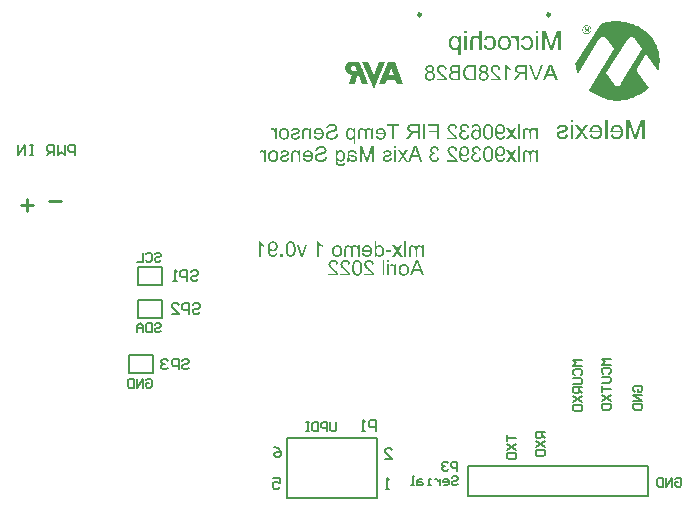
<source format=gbo>
G04*
G04 #@! TF.GenerationSoftware,Altium Limited,Altium Designer,20.1.8 (145)*
G04*
G04 Layer_Color=8454143*
%FSLAX25Y25*%
%MOIN*%
G70*
G04*
G04 #@! TF.SameCoordinates,9FEF0589-292D-4462-8DC4-F6EDC39D71BC*
G04*
G04*
G04 #@! TF.FilePolarity,Positive*
G04*
G01*
G75*
%ADD10C,0.01000*%
%ADD13C,0.00787*%
%ADD14C,0.00600*%
%ADD16C,0.00700*%
G36*
X179372Y190362D02*
X179454Y190244D01*
X179550Y190125D01*
X179639Y190022D01*
X179727Y189933D01*
X179794Y189859D01*
X179824Y189837D01*
X179846Y189814D01*
X179853Y189807D01*
X179861Y189799D01*
X180016Y189674D01*
X180171Y189555D01*
X180319Y189452D01*
X180467Y189370D01*
X180593Y189296D01*
X180645Y189267D01*
X180689Y189245D01*
X180726Y189222D01*
X180756Y189215D01*
X180771Y189200D01*
X180778D01*
Y188593D01*
X180667Y188638D01*
X180556Y188690D01*
X180445Y188741D01*
X180342Y188793D01*
X180253Y188838D01*
X180179Y188874D01*
X180134Y188904D01*
X180127Y188912D01*
X180120D01*
X179986Y188993D01*
X179868Y189074D01*
X179764Y189148D01*
X179683Y189215D01*
X179609Y189267D01*
X179565Y189311D01*
X179528Y189341D01*
X179520Y189348D01*
Y185345D01*
X178891D01*
Y190488D01*
X179298D01*
X179372Y190362D01*
D02*
G37*
G36*
X159866D02*
X159947Y190244D01*
X160043Y190125D01*
X160132Y190022D01*
X160221Y189933D01*
X160288Y189859D01*
X160317Y189837D01*
X160339Y189814D01*
X160347Y189807D01*
X160354Y189799D01*
X160510Y189674D01*
X160665Y189555D01*
X160813Y189452D01*
X160961Y189370D01*
X161087Y189296D01*
X161139Y189267D01*
X161183Y189245D01*
X161220Y189222D01*
X161250Y189215D01*
X161264Y189200D01*
X161272D01*
Y188593D01*
X161161Y188638D01*
X161050Y188690D01*
X160939Y188741D01*
X160835Y188793D01*
X160746Y188838D01*
X160672Y188874D01*
X160628Y188904D01*
X160621Y188912D01*
X160613D01*
X160480Y188993D01*
X160362Y189074D01*
X160258Y189148D01*
X160177Y189215D01*
X160103Y189267D01*
X160058Y189311D01*
X160021Y189341D01*
X160014Y189348D01*
Y185345D01*
X159385D01*
Y190488D01*
X159792D01*
X159866Y190362D01*
D02*
G37*
G36*
X212953Y189134D02*
X213079Y189111D01*
X213190Y189089D01*
X213286Y189060D01*
X213368Y189023D01*
X213427Y189000D01*
X213464Y188978D01*
X213479Y188971D01*
X213582Y188904D01*
X213671Y188830D01*
X213753Y188756D01*
X213819Y188682D01*
X213871Y188623D01*
X213915Y188571D01*
X213938Y188542D01*
X213945Y188527D01*
Y189060D01*
X214507D01*
Y185345D01*
X213878D01*
Y187269D01*
X213871Y187446D01*
X213864Y187602D01*
X213849Y187735D01*
X213827Y187846D01*
X213804Y187927D01*
X213790Y187987D01*
X213782Y188024D01*
X213775Y188038D01*
X213730Y188135D01*
X213679Y188216D01*
X213627Y188290D01*
X213575Y188349D01*
X213523Y188394D01*
X213486Y188423D01*
X213457Y188445D01*
X213449Y188453D01*
X213360Y188497D01*
X213279Y188534D01*
X213190Y188556D01*
X213116Y188579D01*
X213057Y188586D01*
X213005Y188593D01*
X212961D01*
X212835Y188586D01*
X212731Y188564D01*
X212643Y188527D01*
X212576Y188490D01*
X212524Y188445D01*
X212487Y188416D01*
X212465Y188386D01*
X212458Y188379D01*
X212406Y188290D01*
X212369Y188194D01*
X212339Y188090D01*
X212324Y187987D01*
X212310Y187898D01*
X212302Y187816D01*
Y187787D01*
Y187772D01*
Y187757D01*
Y187750D01*
Y185345D01*
X211673D01*
Y187498D01*
X211658Y187698D01*
X211629Y187868D01*
X211592Y188009D01*
X211540Y188127D01*
X211496Y188216D01*
X211451Y188275D01*
X211422Y188312D01*
X211414Y188327D01*
X211311Y188416D01*
X211200Y188482D01*
X211089Y188527D01*
X210985Y188564D01*
X210896Y188579D01*
X210822Y188586D01*
X210793Y188593D01*
X210756D01*
X210674Y188586D01*
X210608Y188579D01*
X210541Y188564D01*
X210489Y188542D01*
X210437Y188519D01*
X210408Y188505D01*
X210386Y188497D01*
X210378Y188490D01*
X210319Y188445D01*
X210275Y188401D01*
X210238Y188357D01*
X210208Y188312D01*
X210186Y188275D01*
X210171Y188246D01*
X210156Y188223D01*
Y188216D01*
X210134Y188149D01*
X210119Y188061D01*
X210112Y187972D01*
X210104Y187883D01*
X210097Y187802D01*
Y187735D01*
Y187691D01*
Y187683D01*
Y187676D01*
Y185345D01*
X209468D01*
Y187890D01*
Y188009D01*
X209483Y188112D01*
X209498Y188216D01*
X209512Y188305D01*
X209535Y188394D01*
X209564Y188468D01*
X209586Y188534D01*
X209616Y188601D01*
X209646Y188653D01*
X209668Y188704D01*
X209720Y188771D01*
X209749Y188815D01*
X209764Y188830D01*
X209882Y188934D01*
X210023Y189008D01*
X210164Y189067D01*
X210297Y189104D01*
X210423Y189126D01*
X210474Y189134D01*
X210526D01*
X210563Y189141D01*
X210615D01*
X210748Y189134D01*
X210867Y189111D01*
X210985Y189082D01*
X211096Y189037D01*
X211200Y188986D01*
X211296Y188934D01*
X211377Y188875D01*
X211459Y188815D01*
X211533Y188749D01*
X211592Y188690D01*
X211644Y188638D01*
X211688Y188586D01*
X211725Y188542D01*
X211747Y188512D01*
X211762Y188490D01*
X211769Y188482D01*
X211814Y188593D01*
X211873Y188690D01*
X211940Y188771D01*
X211999Y188838D01*
X212058Y188897D01*
X212102Y188934D01*
X212132Y188956D01*
X212147Y188963D01*
X212250Y189023D01*
X212361Y189067D01*
X212472Y189097D01*
X212583Y189119D01*
X212672Y189134D01*
X212754Y189141D01*
X212820D01*
X212953Y189134D01*
D02*
G37*
G36*
X191471D02*
X191597Y189111D01*
X191708Y189089D01*
X191804Y189060D01*
X191886Y189023D01*
X191945Y189000D01*
X191982Y188978D01*
X191997Y188971D01*
X192100Y188904D01*
X192189Y188830D01*
X192270Y188756D01*
X192337Y188682D01*
X192389Y188623D01*
X192433Y188571D01*
X192455Y188542D01*
X192463Y188527D01*
Y189060D01*
X193025D01*
Y185345D01*
X192396D01*
Y187269D01*
X192389Y187446D01*
X192381Y187602D01*
X192367Y187735D01*
X192344Y187846D01*
X192322Y187927D01*
X192307Y187987D01*
X192300Y188024D01*
X192293Y188038D01*
X192248Y188135D01*
X192196Y188216D01*
X192145Y188290D01*
X192093Y188349D01*
X192041Y188394D01*
X192004Y188423D01*
X191974Y188445D01*
X191967Y188453D01*
X191878Y188497D01*
X191797Y188534D01*
X191708Y188556D01*
X191634Y188579D01*
X191575Y188586D01*
X191523Y188593D01*
X191479D01*
X191353Y188586D01*
X191249Y188564D01*
X191160Y188527D01*
X191094Y188490D01*
X191042Y188445D01*
X191005Y188416D01*
X190983Y188386D01*
X190975Y188379D01*
X190924Y188290D01*
X190887Y188194D01*
X190857Y188090D01*
X190842Y187987D01*
X190827Y187898D01*
X190820Y187816D01*
Y187787D01*
Y187772D01*
Y187757D01*
Y187750D01*
Y185345D01*
X190191D01*
Y187498D01*
X190176Y187698D01*
X190147Y187868D01*
X190110Y188009D01*
X190058Y188127D01*
X190013Y188216D01*
X189969Y188275D01*
X189939Y188312D01*
X189932Y188327D01*
X189828Y188416D01*
X189717Y188482D01*
X189606Y188527D01*
X189503Y188564D01*
X189414Y188579D01*
X189340Y188586D01*
X189310Y188593D01*
X189273D01*
X189192Y188586D01*
X189125Y188579D01*
X189059Y188564D01*
X189007Y188542D01*
X188955Y188519D01*
X188926Y188505D01*
X188903Y188497D01*
X188896Y188490D01*
X188837Y188445D01*
X188792Y188401D01*
X188755Y188357D01*
X188726Y188312D01*
X188704Y188275D01*
X188689Y188246D01*
X188674Y188223D01*
Y188216D01*
X188652Y188149D01*
X188637Y188061D01*
X188630Y187972D01*
X188622Y187883D01*
X188615Y187802D01*
Y187735D01*
Y187691D01*
Y187683D01*
Y187676D01*
Y185345D01*
X187986D01*
Y187890D01*
Y188009D01*
X188001Y188112D01*
X188015Y188216D01*
X188030Y188305D01*
X188052Y188394D01*
X188082Y188468D01*
X188104Y188534D01*
X188134Y188601D01*
X188163Y188653D01*
X188186Y188704D01*
X188237Y188771D01*
X188267Y188815D01*
X188282Y188830D01*
X188400Y188934D01*
X188541Y189008D01*
X188681Y189067D01*
X188815Y189104D01*
X188940Y189126D01*
X188992Y189134D01*
X189044D01*
X189081Y189141D01*
X189133D01*
X189266Y189134D01*
X189384Y189111D01*
X189503Y189082D01*
X189614Y189037D01*
X189717Y188986D01*
X189814Y188934D01*
X189895Y188875D01*
X189976Y188815D01*
X190050Y188749D01*
X190110Y188690D01*
X190161Y188638D01*
X190206Y188586D01*
X190243Y188542D01*
X190265Y188512D01*
X190280Y188490D01*
X190287Y188482D01*
X190332Y188593D01*
X190391Y188690D01*
X190457Y188771D01*
X190517Y188838D01*
X190576Y188897D01*
X190620Y188934D01*
X190650Y188956D01*
X190665Y188963D01*
X190768Y189023D01*
X190879Y189067D01*
X190990Y189097D01*
X191101Y189119D01*
X191190Y189134D01*
X191271Y189141D01*
X191338D01*
X191471Y189134D01*
D02*
G37*
G36*
X206020Y187269D02*
X207374Y185345D01*
X206612D01*
X205613Y186766D01*
X205435Y186492D01*
X204665Y185345D01*
X203896D01*
X205250Y187269D01*
X203985Y189060D01*
X204747D01*
X205376Y188179D01*
X205472Y188038D01*
X205516Y187972D01*
X205561Y187905D01*
X205598Y187853D01*
X205627Y187809D01*
X205650Y187779D01*
X205657Y187772D01*
X205694Y187839D01*
X205738Y187905D01*
X205783Y187972D01*
X205820Y188038D01*
X205857Y188090D01*
X205886Y188142D01*
X205909Y188172D01*
X205916Y188179D01*
X206501Y189060D01*
X207270D01*
X206020Y187269D01*
D02*
G37*
G36*
X164254Y190480D02*
X164372Y190466D01*
X164491Y190443D01*
X164594Y190414D01*
X164794Y190332D01*
X164883Y190295D01*
X164957Y190251D01*
X165031Y190199D01*
X165090Y190162D01*
X165149Y190118D01*
X165194Y190081D01*
X165231Y190051D01*
X165253Y190029D01*
X165268Y190014D01*
X165275Y190007D01*
X165357Y189918D01*
X165423Y189814D01*
X165490Y189718D01*
X165542Y189615D01*
X165586Y189504D01*
X165623Y189400D01*
X165675Y189207D01*
X165697Y189111D01*
X165712Y189030D01*
X165719Y188949D01*
X165727Y188882D01*
X165734Y188830D01*
Y188793D01*
Y188764D01*
Y188756D01*
X165727Y188616D01*
X165712Y188490D01*
X165697Y188364D01*
X165667Y188246D01*
X165630Y188142D01*
X165593Y188038D01*
X165556Y187950D01*
X165512Y187868D01*
X165475Y187794D01*
X165438Y187727D01*
X165401Y187676D01*
X165364Y187624D01*
X165334Y187587D01*
X165320Y187565D01*
X165305Y187550D01*
X165297Y187543D01*
X165216Y187461D01*
X165127Y187395D01*
X165038Y187328D01*
X164942Y187276D01*
X164853Y187232D01*
X164765Y187195D01*
X164594Y187143D01*
X164520Y187121D01*
X164446Y187106D01*
X164387Y187099D01*
X164328Y187091D01*
X164284Y187084D01*
X164224D01*
X164084Y187091D01*
X163951Y187113D01*
X163832Y187143D01*
X163721Y187180D01*
X163640Y187209D01*
X163573Y187239D01*
X163529Y187261D01*
X163514Y187269D01*
X163396Y187343D01*
X163292Y187424D01*
X163203Y187505D01*
X163129Y187580D01*
X163077Y187654D01*
X163033Y187705D01*
X163003Y187742D01*
X162996Y187757D01*
Y187698D01*
Y187661D01*
Y187639D01*
Y187631D01*
X163003Y187483D01*
X163011Y187343D01*
X163026Y187217D01*
X163040Y187099D01*
X163063Y187002D01*
X163077Y186928D01*
X163085Y186899D01*
Y186876D01*
X163092Y186869D01*
Y186862D01*
X163129Y186729D01*
X163166Y186610D01*
X163203Y186506D01*
X163240Y186418D01*
X163270Y186351D01*
X163299Y186299D01*
X163314Y186262D01*
X163322Y186255D01*
X163381Y186174D01*
X163440Y186107D01*
X163499Y186048D01*
X163558Y185996D01*
X163603Y185951D01*
X163647Y185922D01*
X163677Y185907D01*
X163684Y185900D01*
X163766Y185855D01*
X163854Y185826D01*
X163936Y185803D01*
X164017Y185789D01*
X164084Y185781D01*
X164136Y185774D01*
X164187D01*
X164306Y185781D01*
X164417Y185803D01*
X164513Y185833D01*
X164594Y185870D01*
X164654Y185900D01*
X164705Y185929D01*
X164735Y185951D01*
X164742Y185959D01*
X164816Y186040D01*
X164876Y186137D01*
X164927Y186240D01*
X164964Y186344D01*
X164994Y186433D01*
X165016Y186514D01*
X165024Y186544D01*
Y186558D01*
X165031Y186573D01*
Y186581D01*
X165638Y186529D01*
X165593Y186314D01*
X165534Y186129D01*
X165460Y185966D01*
X165386Y185833D01*
X165312Y185730D01*
X165275Y185685D01*
X165246Y185648D01*
X165223Y185626D01*
X165201Y185604D01*
X165194Y185596D01*
X165186Y185589D01*
X165112Y185530D01*
X165031Y185478D01*
X164868Y185397D01*
X164705Y185337D01*
X164550Y185300D01*
X164409Y185271D01*
X164350Y185263D01*
X164298D01*
X164261Y185256D01*
X164202D01*
X163995Y185271D01*
X163810Y185300D01*
X163640Y185352D01*
X163499Y185411D01*
X163440Y185433D01*
X163381Y185463D01*
X163336Y185493D01*
X163292Y185515D01*
X163262Y185530D01*
X163240Y185545D01*
X163225Y185559D01*
X163218D01*
X163070Y185685D01*
X162937Y185826D01*
X162833Y185974D01*
X162744Y186114D01*
X162670Y186240D01*
X162641Y186299D01*
X162619Y186344D01*
X162604Y186388D01*
X162589Y186418D01*
X162582Y186433D01*
Y186440D01*
X162545Y186551D01*
X162508Y186677D01*
X162456Y186928D01*
X162419Y187195D01*
X162397Y187446D01*
X162382Y187557D01*
X162374Y187668D01*
Y187765D01*
X162367Y187846D01*
Y187913D01*
Y187964D01*
Y188001D01*
Y188009D01*
Y188179D01*
X162374Y188342D01*
X162389Y188490D01*
X162404Y188630D01*
X162419Y188756D01*
X162434Y188874D01*
X162456Y188986D01*
X162478Y189082D01*
X162500Y189163D01*
X162515Y189237D01*
X162537Y189304D01*
X162552Y189356D01*
X162567Y189393D01*
X162582Y189422D01*
X162589Y189437D01*
Y189444D01*
X162678Y189622D01*
X162774Y189777D01*
X162885Y189910D01*
X162981Y190022D01*
X163077Y190103D01*
X163151Y190162D01*
X163181Y190184D01*
X163203Y190199D01*
X163211Y190214D01*
X163218D01*
X163373Y190303D01*
X163529Y190369D01*
X163684Y190421D01*
X163825Y190451D01*
X163951Y190473D01*
X164002Y190480D01*
X164039D01*
X164076Y190488D01*
X164128D01*
X164254Y190480D01*
D02*
G37*
G36*
X203615Y186884D02*
X201668D01*
Y187513D01*
X203615D01*
Y186884D01*
D02*
G37*
G36*
X174103Y185345D02*
X173504D01*
X172091Y189059D01*
X172742D01*
X173563Y186788D01*
X173615Y186640D01*
X173667Y186506D01*
X173704Y186381D01*
X173741Y186284D01*
X173763Y186196D01*
X173785Y186137D01*
X173793Y186100D01*
X173800Y186085D01*
X173844Y186225D01*
X173881Y186366D01*
X173926Y186492D01*
X173963Y186603D01*
X173992Y186699D01*
X174015Y186773D01*
X174022Y186795D01*
X174029Y186817D01*
X174037Y186825D01*
Y186832D01*
X174836Y189059D01*
X175502D01*
X174103Y185345D01*
D02*
G37*
G36*
X195623Y189134D02*
X195756Y189119D01*
X195882Y189097D01*
X196000Y189060D01*
X196111Y189023D01*
X196215Y188978D01*
X196311Y188934D01*
X196392Y188882D01*
X196474Y188838D01*
X196540Y188786D01*
X196599Y188741D01*
X196644Y188704D01*
X196681Y188667D01*
X196710Y188645D01*
X196725Y188630D01*
X196733Y188623D01*
X196814Y188519D01*
X196888Y188408D01*
X196955Y188297D01*
X197014Y188179D01*
X197058Y188053D01*
X197095Y187935D01*
X197154Y187698D01*
X197177Y187594D01*
X197191Y187491D01*
X197199Y187402D01*
X197206Y187321D01*
X197214Y187254D01*
Y187210D01*
Y187173D01*
Y187165D01*
X197206Y187002D01*
X197191Y186847D01*
X197169Y186699D01*
X197140Y186566D01*
X197103Y186440D01*
X197066Y186322D01*
X197021Y186218D01*
X196977Y186122D01*
X196932Y186040D01*
X196888Y185966D01*
X196851Y185907D01*
X196814Y185855D01*
X196784Y185811D01*
X196762Y185781D01*
X196747Y185767D01*
X196740Y185759D01*
X196644Y185670D01*
X196548Y185596D01*
X196444Y185530D01*
X196333Y185471D01*
X196229Y185426D01*
X196118Y185382D01*
X195911Y185323D01*
X195815Y185308D01*
X195726Y185293D01*
X195645Y185278D01*
X195578Y185271D01*
X195526Y185263D01*
X195445D01*
X195216Y185278D01*
X195008Y185315D01*
X194823Y185360D01*
X194749Y185389D01*
X194675Y185419D01*
X194609Y185448D01*
X194550Y185478D01*
X194505Y185500D01*
X194461Y185522D01*
X194431Y185545D01*
X194409Y185559D01*
X194394Y185574D01*
X194387D01*
X194239Y185707D01*
X194120Y185848D01*
X194017Y185996D01*
X193943Y186137D01*
X193884Y186262D01*
X193861Y186322D01*
X193839Y186366D01*
X193824Y186410D01*
X193817Y186440D01*
X193810Y186455D01*
Y186462D01*
X194461Y186544D01*
X194520Y186403D01*
X194587Y186285D01*
X194653Y186181D01*
X194712Y186100D01*
X194764Y186040D01*
X194809Y185996D01*
X194846Y185966D01*
X194853Y185959D01*
X194949Y185900D01*
X195045Y185855D01*
X195149Y185826D01*
X195238Y185804D01*
X195319Y185789D01*
X195386Y185781D01*
X195445D01*
X195534Y185789D01*
X195615Y185796D01*
X195763Y185833D01*
X195896Y185885D01*
X196015Y185944D01*
X196104Y185996D01*
X196170Y186048D01*
X196215Y186085D01*
X196222Y186100D01*
X196229D01*
X196333Y186233D01*
X196414Y186381D01*
X196474Y186544D01*
X196518Y186692D01*
X196540Y186825D01*
X196555Y186884D01*
X196562Y186936D01*
Y186980D01*
X196570Y187010D01*
Y187032D01*
Y187039D01*
X193795D01*
X193787Y187113D01*
Y187165D01*
Y187195D01*
Y187202D01*
X193795Y187372D01*
X193810Y187528D01*
X193832Y187676D01*
X193861Y187816D01*
X193898Y187942D01*
X193935Y188061D01*
X193980Y188164D01*
X194024Y188260D01*
X194069Y188349D01*
X194113Y188423D01*
X194150Y188482D01*
X194187Y188534D01*
X194217Y188579D01*
X194239Y188608D01*
X194254Y188623D01*
X194261Y188630D01*
X194350Y188719D01*
X194446Y188801D01*
X194550Y188867D01*
X194653Y188926D01*
X194757Y188978D01*
X194853Y189015D01*
X194957Y189052D01*
X195045Y189074D01*
X195142Y189097D01*
X195223Y189111D01*
X195297Y189126D01*
X195356Y189134D01*
X195408Y189141D01*
X195482D01*
X195623Y189134D01*
D02*
G37*
G36*
X208550Y185345D02*
X207921D01*
Y190466D01*
X208550D01*
Y185345D01*
D02*
G37*
G36*
X167369Y185345D02*
X166652D01*
Y186063D01*
X167369D01*
Y185345D01*
D02*
G37*
G36*
X198627Y188630D02*
X198694Y188712D01*
X198768Y188778D01*
X198834Y188845D01*
X198908Y188897D01*
X198967Y188934D01*
X199012Y188971D01*
X199041Y188986D01*
X199056Y188993D01*
X199152Y189045D01*
X199256Y189082D01*
X199360Y189104D01*
X199456Y189126D01*
X199537Y189134D01*
X199596Y189141D01*
X199656D01*
X199818Y189134D01*
X199974Y189104D01*
X200114Y189067D01*
X200233Y189023D01*
X200336Y188971D01*
X200410Y188934D01*
X200440Y188919D01*
X200462Y188904D01*
X200470Y188897D01*
X200477D01*
X200610Y188801D01*
X200721Y188682D01*
X200817Y188571D01*
X200891Y188460D01*
X200951Y188357D01*
X200995Y188275D01*
X201010Y188246D01*
X201025Y188223D01*
X201032Y188209D01*
Y188201D01*
X201091Y188031D01*
X201136Y187853D01*
X201173Y187683D01*
X201195Y187528D01*
X201210Y187395D01*
Y187335D01*
X201217Y187291D01*
Y187247D01*
Y187217D01*
Y187202D01*
Y187195D01*
X201210Y186988D01*
X201187Y186795D01*
X201150Y186625D01*
X201113Y186477D01*
X201099Y186410D01*
X201084Y186359D01*
X201062Y186307D01*
X201047Y186262D01*
X201032Y186233D01*
X201025Y186211D01*
X201017Y186196D01*
Y186188D01*
X200936Y186033D01*
X200840Y185900D01*
X200743Y185781D01*
X200647Y185685D01*
X200566Y185611D01*
X200499Y185552D01*
X200455Y185522D01*
X200447Y185508D01*
X200440D01*
X200299Y185426D01*
X200159Y185367D01*
X200018Y185323D01*
X199892Y185293D01*
X199789Y185278D01*
X199700Y185271D01*
X199670Y185263D01*
X199626D01*
X199500Y185271D01*
X199382Y185286D01*
X199271Y185315D01*
X199175Y185352D01*
X199078Y185389D01*
X198990Y185434D01*
X198916Y185485D01*
X198849Y185537D01*
X198782Y185589D01*
X198731Y185641D01*
X198686Y185685D01*
X198649Y185722D01*
X198620Y185759D01*
X198597Y185789D01*
X198590Y185804D01*
X198583Y185811D01*
Y185345D01*
X197998D01*
Y190466D01*
X198627D01*
Y188630D01*
D02*
G37*
G36*
X185677Y189134D02*
X185795Y189126D01*
X186025Y189074D01*
X186225Y189008D01*
X186313Y188971D01*
X186395Y188934D01*
X186469Y188897D01*
X186528Y188860D01*
X186587Y188823D01*
X186632Y188793D01*
X186669Y188764D01*
X186698Y188741D01*
X186713Y188734D01*
X186720Y188727D01*
X186824Y188630D01*
X186905Y188519D01*
X186987Y188401D01*
X187046Y188283D01*
X187105Y188157D01*
X187150Y188024D01*
X187187Y187898D01*
X187216Y187779D01*
X187246Y187661D01*
X187261Y187557D01*
X187275Y187454D01*
X187283Y187372D01*
Y187298D01*
X187290Y187247D01*
Y187217D01*
Y187202D01*
X187283Y187032D01*
X187268Y186869D01*
X187246Y186721D01*
X187216Y186581D01*
X187179Y186455D01*
X187142Y186336D01*
X187098Y186225D01*
X187053Y186129D01*
X187009Y186040D01*
X186965Y185966D01*
X186928Y185907D01*
X186891Y185855D01*
X186861Y185811D01*
X186839Y185781D01*
X186824Y185767D01*
X186817Y185759D01*
X186720Y185670D01*
X186624Y185596D01*
X186521Y185530D01*
X186417Y185471D01*
X186313Y185426D01*
X186202Y185382D01*
X186003Y185323D01*
X185914Y185308D01*
X185825Y185293D01*
X185751Y185278D01*
X185684Y185271D01*
X185625Y185263D01*
X185551D01*
X185374Y185271D01*
X185211Y185300D01*
X185055Y185337D01*
X184930Y185374D01*
X184819Y185419D01*
X184774Y185433D01*
X184737Y185448D01*
X184700Y185463D01*
X184678Y185478D01*
X184671Y185485D01*
X184663D01*
X184515Y185582D01*
X184389Y185685D01*
X184278Y185789D01*
X184190Y185892D01*
X184123Y185981D01*
X184071Y186055D01*
X184056Y186085D01*
X184042Y186107D01*
X184034Y186114D01*
Y186122D01*
X183960Y186292D01*
X183908Y186477D01*
X183864Y186662D01*
X183842Y186847D01*
X183827Y186928D01*
Y187002D01*
X183820Y187076D01*
X183812Y187136D01*
Y187187D01*
Y187224D01*
Y187247D01*
Y187254D01*
X183820Y187417D01*
X183834Y187565D01*
X183857Y187705D01*
X183886Y187839D01*
X183923Y187964D01*
X183968Y188075D01*
X184012Y188186D01*
X184056Y188275D01*
X184101Y188356D01*
X184145Y188431D01*
X184190Y188497D01*
X184227Y188549D01*
X184256Y188586D01*
X184278Y188616D01*
X184293Y188630D01*
X184301Y188638D01*
X184397Y188726D01*
X184493Y188801D01*
X184597Y188874D01*
X184700Y188926D01*
X184804Y188978D01*
X184907Y189015D01*
X185107Y189082D01*
X185203Y189097D01*
X185285Y189111D01*
X185359Y189126D01*
X185425Y189134D01*
X185477Y189141D01*
X185551D01*
X185677Y189134D01*
D02*
G37*
G36*
X170233Y190473D02*
X170418Y190443D01*
X170574Y190392D01*
X170707Y190340D01*
X170818Y190280D01*
X170862Y190258D01*
X170899Y190229D01*
X170929Y190214D01*
X170951Y190199D01*
X170958Y190184D01*
X170966D01*
X171099Y190066D01*
X171210Y189925D01*
X171306Y189785D01*
X171380Y189652D01*
X171439Y189526D01*
X171469Y189474D01*
X171484Y189422D01*
X171499Y189385D01*
X171513Y189356D01*
X171521Y189341D01*
Y189333D01*
X171550Y189222D01*
X171580Y189111D01*
X171624Y188867D01*
X171661Y188623D01*
X171684Y188394D01*
X171691Y188283D01*
X171698Y188186D01*
Y188098D01*
X171706Y188016D01*
Y187957D01*
Y187905D01*
Y187875D01*
Y187868D01*
X171698Y187609D01*
X171684Y187365D01*
X171661Y187143D01*
X171624Y186936D01*
X171587Y186743D01*
X171543Y186573D01*
X171499Y186418D01*
X171454Y186284D01*
X171410Y186166D01*
X171358Y186063D01*
X171321Y185974D01*
X171284Y185907D01*
X171247Y185848D01*
X171225Y185811D01*
X171210Y185789D01*
X171203Y185781D01*
X171121Y185693D01*
X171032Y185611D01*
X170936Y185537D01*
X170840Y185478D01*
X170744Y185426D01*
X170648Y185382D01*
X170551Y185352D01*
X170463Y185323D01*
X170374Y185300D01*
X170292Y185285D01*
X170218Y185271D01*
X170159Y185263D01*
X170107Y185256D01*
X170033D01*
X169834Y185271D01*
X169649Y185300D01*
X169493Y185352D01*
X169360Y185404D01*
X169249Y185456D01*
X169212Y185485D01*
X169175Y185508D01*
X169145Y185522D01*
X169123Y185537D01*
X169116Y185552D01*
X169108D01*
X168975Y185678D01*
X168864Y185811D01*
X168768Y185959D01*
X168694Y186092D01*
X168635Y186218D01*
X168605Y186270D01*
X168590Y186322D01*
X168576Y186358D01*
X168561Y186388D01*
X168553Y186403D01*
Y186410D01*
X168516Y186521D01*
X168487Y186632D01*
X168442Y186869D01*
X168405Y187113D01*
X168383Y187350D01*
X168376Y187454D01*
X168368Y187550D01*
Y187639D01*
X168361Y187720D01*
Y187779D01*
Y187831D01*
Y187861D01*
Y187868D01*
Y188009D01*
X168368Y188142D01*
Y188260D01*
X168376Y188379D01*
X168391Y188482D01*
X168398Y188586D01*
X168405Y188675D01*
X168420Y188756D01*
X168428Y188830D01*
X168442Y188897D01*
X168450Y188949D01*
X168457Y188993D01*
X168465Y189030D01*
X168472Y189052D01*
X168479Y189067D01*
Y189074D01*
X168524Y189237D01*
X168576Y189385D01*
X168635Y189511D01*
X168679Y189622D01*
X168731Y189718D01*
X168761Y189785D01*
X168790Y189822D01*
X168798Y189837D01*
X168879Y189948D01*
X168960Y190044D01*
X169049Y190125D01*
X169131Y190199D01*
X169205Y190251D01*
X169264Y190288D01*
X169301Y190310D01*
X169308Y190318D01*
X169316D01*
X169434Y190377D01*
X169560Y190414D01*
X169678Y190443D01*
X169789Y190466D01*
X169885Y190480D01*
X169967Y190488D01*
X170033D01*
X170233Y190473D01*
D02*
G37*
G36*
X202882Y183492D02*
X202253D01*
Y184210D01*
X202882D01*
Y183492D01*
D02*
G37*
G36*
X196326Y184224D02*
X196451Y184217D01*
X196570Y184195D01*
X196681Y184173D01*
X196784Y184143D01*
X196881Y184113D01*
X196969Y184076D01*
X197051Y184039D01*
X197125Y184002D01*
X197184Y183965D01*
X197236Y183936D01*
X197280Y183906D01*
X197317Y183884D01*
X197339Y183862D01*
X197354Y183854D01*
X197362Y183847D01*
X197436Y183773D01*
X197502Y183692D01*
X197569Y183603D01*
X197621Y183514D01*
X197709Y183336D01*
X197769Y183159D01*
X197791Y183077D01*
X197813Y182996D01*
X197828Y182929D01*
X197843Y182870D01*
X197850Y182818D01*
Y182781D01*
X197857Y182759D01*
Y182752D01*
X197214Y182685D01*
X197199Y182855D01*
X197169Y183003D01*
X197125Y183137D01*
X197073Y183240D01*
X197029Y183329D01*
X196984Y183388D01*
X196955Y183425D01*
X196940Y183440D01*
X196829Y183529D01*
X196710Y183595D01*
X196585Y183647D01*
X196474Y183677D01*
X196370Y183699D01*
X196281Y183706D01*
X196252Y183714D01*
X196207D01*
X196052Y183706D01*
X195911Y183677D01*
X195793Y183632D01*
X195689Y183588D01*
X195608Y183536D01*
X195556Y183499D01*
X195519Y183470D01*
X195504Y183455D01*
X195415Y183351D01*
X195349Y183248D01*
X195297Y183144D01*
X195267Y183040D01*
X195245Y182959D01*
X195238Y182885D01*
X195230Y182841D01*
Y182833D01*
Y182826D01*
X195245Y182693D01*
X195275Y182552D01*
X195327Y182426D01*
X195378Y182308D01*
X195438Y182212D01*
X195489Y182130D01*
X195504Y182101D01*
X195519Y182078D01*
X195534Y182071D01*
Y182064D01*
X195593Y181982D01*
X195667Y181901D01*
X195748Y181812D01*
X195837Y181723D01*
X196022Y181546D01*
X196207Y181368D01*
X196303Y181287D01*
X196385Y181213D01*
X196466Y181146D01*
X196533Y181087D01*
X196585Y181042D01*
X196629Y181005D01*
X196659Y180983D01*
X196666Y180976D01*
X196851Y180820D01*
X197021Y180672D01*
X197162Y180539D01*
X197273Y180428D01*
X197369Y180332D01*
X197436Y180265D01*
X197473Y180221D01*
X197487Y180214D01*
Y180206D01*
X197591Y180080D01*
X197672Y179962D01*
X197746Y179844D01*
X197806Y179740D01*
X197850Y179651D01*
X197880Y179585D01*
X197894Y179540D01*
X197902Y179533D01*
Y179525D01*
X197931Y179444D01*
X197946Y179370D01*
X197961Y179296D01*
X197968Y179229D01*
X197976Y179170D01*
Y179126D01*
Y179096D01*
Y179089D01*
X194579D01*
Y179696D01*
X197103D01*
X197014Y179821D01*
X196969Y179873D01*
X196932Y179925D01*
X196895Y179969D01*
X196866Y179999D01*
X196844Y180021D01*
X196836Y180029D01*
X196799Y180066D01*
X196755Y180103D01*
X196651Y180199D01*
X196533Y180310D01*
X196407Y180421D01*
X196289Y180517D01*
X196237Y180561D01*
X196192Y180606D01*
X196155Y180635D01*
X196126Y180658D01*
X196111Y180672D01*
X196104Y180680D01*
X195985Y180783D01*
X195867Y180880D01*
X195763Y180976D01*
X195667Y181057D01*
X195578Y181139D01*
X195504Y181213D01*
X195430Y181279D01*
X195371Y181338D01*
X195312Y181398D01*
X195267Y181442D01*
X195230Y181479D01*
X195193Y181516D01*
X195156Y181560D01*
X195142Y181575D01*
X195038Y181701D01*
X194949Y181812D01*
X194875Y181923D01*
X194816Y182012D01*
X194772Y182093D01*
X194742Y182152D01*
X194727Y182189D01*
X194720Y182204D01*
X194675Y182315D01*
X194646Y182426D01*
X194616Y182530D01*
X194601Y182619D01*
X194594Y182700D01*
X194587Y182759D01*
Y182796D01*
Y182811D01*
X194594Y182922D01*
X194609Y183026D01*
X194624Y183129D01*
X194653Y183218D01*
X194727Y183396D01*
X194801Y183536D01*
X194846Y183603D01*
X194883Y183655D01*
X194920Y183706D01*
X194957Y183743D01*
X194986Y183773D01*
X195001Y183803D01*
X195016Y183810D01*
X195023Y183817D01*
X195105Y183891D01*
X195193Y183958D01*
X195290Y184010D01*
X195386Y184054D01*
X195578Y184128D01*
X195771Y184180D01*
X195852Y184195D01*
X195933Y184210D01*
X196007Y184217D01*
X196067Y184224D01*
X196118Y184232D01*
X196192D01*
X196326Y184224D01*
D02*
G37*
G36*
X188363D02*
X188489Y184217D01*
X188607Y184195D01*
X188718Y184173D01*
X188822Y184143D01*
X188918Y184113D01*
X189007Y184076D01*
X189088Y184039D01*
X189162Y184002D01*
X189222Y183965D01*
X189273Y183936D01*
X189318Y183906D01*
X189355Y183884D01*
X189377Y183862D01*
X189392Y183854D01*
X189399Y183847D01*
X189473Y183773D01*
X189540Y183692D01*
X189606Y183603D01*
X189658Y183514D01*
X189747Y183336D01*
X189806Y183159D01*
X189828Y183077D01*
X189851Y182996D01*
X189865Y182929D01*
X189880Y182870D01*
X189888Y182818D01*
Y182781D01*
X189895Y182759D01*
Y182752D01*
X189251Y182685D01*
X189236Y182855D01*
X189207Y183003D01*
X189162Y183137D01*
X189111Y183240D01*
X189066Y183329D01*
X189022Y183388D01*
X188992Y183425D01*
X188977Y183440D01*
X188866Y183529D01*
X188748Y183595D01*
X188622Y183647D01*
X188511Y183677D01*
X188408Y183699D01*
X188319Y183706D01*
X188289Y183714D01*
X188245D01*
X188089Y183706D01*
X187949Y183677D01*
X187830Y183632D01*
X187727Y183588D01*
X187645Y183536D01*
X187594Y183499D01*
X187557Y183470D01*
X187542Y183455D01*
X187453Y183351D01*
X187386Y183248D01*
X187335Y183144D01*
X187305Y183040D01*
X187283Y182959D01*
X187275Y182885D01*
X187268Y182841D01*
Y182833D01*
Y182826D01*
X187283Y182693D01*
X187312Y182552D01*
X187364Y182426D01*
X187416Y182308D01*
X187475Y182212D01*
X187527Y182130D01*
X187542Y182101D01*
X187557Y182078D01*
X187571Y182071D01*
Y182064D01*
X187631Y181982D01*
X187705Y181901D01*
X187786Y181812D01*
X187875Y181723D01*
X188060Y181546D01*
X188245Y181368D01*
X188341Y181287D01*
X188422Y181213D01*
X188504Y181146D01*
X188570Y181087D01*
X188622Y181042D01*
X188667Y181005D01*
X188696Y180983D01*
X188704Y180976D01*
X188889Y180820D01*
X189059Y180672D01*
X189199Y180539D01*
X189310Y180428D01*
X189407Y180332D01*
X189473Y180265D01*
X189510Y180221D01*
X189525Y180214D01*
Y180206D01*
X189629Y180080D01*
X189710Y179962D01*
X189784Y179844D01*
X189843Y179740D01*
X189888Y179651D01*
X189917Y179585D01*
X189932Y179540D01*
X189939Y179533D01*
Y179525D01*
X189969Y179444D01*
X189984Y179370D01*
X189999Y179296D01*
X190006Y179229D01*
X190013Y179170D01*
Y179126D01*
Y179096D01*
Y179089D01*
X186617D01*
Y179696D01*
X189140D01*
X189051Y179821D01*
X189007Y179873D01*
X188970Y179925D01*
X188933Y179969D01*
X188903Y179999D01*
X188881Y180021D01*
X188874Y180029D01*
X188837Y180066D01*
X188792Y180103D01*
X188689Y180199D01*
X188570Y180310D01*
X188445Y180421D01*
X188326Y180517D01*
X188274Y180561D01*
X188230Y180606D01*
X188193Y180635D01*
X188163Y180658D01*
X188149Y180672D01*
X188141Y180680D01*
X188023Y180783D01*
X187904Y180880D01*
X187801Y180976D01*
X187705Y181057D01*
X187616Y181139D01*
X187542Y181213D01*
X187468Y181279D01*
X187409Y181338D01*
X187349Y181398D01*
X187305Y181442D01*
X187268Y181479D01*
X187231Y181516D01*
X187194Y181560D01*
X187179Y181575D01*
X187076Y181701D01*
X186987Y181812D01*
X186913Y181923D01*
X186854Y182012D01*
X186809Y182093D01*
X186780Y182152D01*
X186765Y182189D01*
X186757Y182204D01*
X186713Y182315D01*
X186683Y182426D01*
X186654Y182530D01*
X186639Y182619D01*
X186632Y182700D01*
X186624Y182759D01*
Y182796D01*
Y182811D01*
X186632Y182922D01*
X186646Y183026D01*
X186661Y183129D01*
X186691Y183218D01*
X186765Y183396D01*
X186839Y183536D01*
X186883Y183603D01*
X186920Y183655D01*
X186957Y183706D01*
X186994Y183743D01*
X187024Y183773D01*
X187039Y183803D01*
X187053Y183810D01*
X187061Y183817D01*
X187142Y183891D01*
X187231Y183958D01*
X187327Y184010D01*
X187423Y184054D01*
X187616Y184128D01*
X187808Y184180D01*
X187890Y184195D01*
X187971Y184210D01*
X188045Y184217D01*
X188104Y184224D01*
X188156Y184232D01*
X188230D01*
X188363Y184224D01*
D02*
G37*
G36*
X184382Y184224D02*
X184508Y184217D01*
X184626Y184195D01*
X184737Y184173D01*
X184841Y184143D01*
X184937Y184113D01*
X185026Y184076D01*
X185107Y184039D01*
X185181Y184002D01*
X185240Y183965D01*
X185292Y183936D01*
X185337Y183906D01*
X185374Y183884D01*
X185396Y183862D01*
X185411Y183854D01*
X185418Y183847D01*
X185492Y183773D01*
X185559Y183692D01*
X185625Y183603D01*
X185677Y183514D01*
X185766Y183336D01*
X185825Y183159D01*
X185847Y183077D01*
X185869Y182996D01*
X185884Y182929D01*
X185899Y182870D01*
X185906Y182818D01*
Y182781D01*
X185914Y182759D01*
Y182752D01*
X185270Y182685D01*
X185255Y182855D01*
X185226Y183003D01*
X185181Y183137D01*
X185129Y183240D01*
X185085Y183329D01*
X185041Y183388D01*
X185011Y183425D01*
X184996Y183440D01*
X184885Y183529D01*
X184767Y183595D01*
X184641Y183647D01*
X184530Y183677D01*
X184426Y183699D01*
X184338Y183706D01*
X184308Y183714D01*
X184264D01*
X184108Y183706D01*
X183968Y183677D01*
X183849Y183632D01*
X183746Y183588D01*
X183664Y183536D01*
X183612Y183499D01*
X183575Y183470D01*
X183561Y183455D01*
X183472Y183351D01*
X183405Y183248D01*
X183353Y183144D01*
X183324Y183040D01*
X183302Y182959D01*
X183294Y182885D01*
X183287Y182841D01*
Y182833D01*
Y182826D01*
X183302Y182693D01*
X183331Y182552D01*
X183383Y182426D01*
X183435Y182308D01*
X183494Y182212D01*
X183546Y182130D01*
X183561Y182101D01*
X183575Y182078D01*
X183590Y182071D01*
Y182064D01*
X183649Y181982D01*
X183723Y181901D01*
X183805Y181812D01*
X183894Y181723D01*
X184079Y181546D01*
X184264Y181368D01*
X184360Y181287D01*
X184441Y181213D01*
X184523Y181146D01*
X184589Y181087D01*
X184641Y181042D01*
X184685Y181005D01*
X184715Y180983D01*
X184722Y180976D01*
X184907Y180820D01*
X185078Y180672D01*
X185218Y180539D01*
X185329Y180428D01*
X185425Y180332D01*
X185492Y180265D01*
X185529Y180221D01*
X185544Y180214D01*
Y180206D01*
X185647Y180080D01*
X185729Y179962D01*
X185803Y179844D01*
X185862Y179740D01*
X185906Y179651D01*
X185936Y179585D01*
X185951Y179540D01*
X185958Y179533D01*
Y179525D01*
X185988Y179444D01*
X186003Y179370D01*
X186017Y179296D01*
X186025Y179229D01*
X186032Y179170D01*
Y179126D01*
Y179096D01*
Y179089D01*
X182636Y179089D01*
Y179696D01*
X185159D01*
X185070Y179821D01*
X185026Y179873D01*
X184989Y179925D01*
X184952Y179969D01*
X184922Y179999D01*
X184900Y180021D01*
X184893Y180029D01*
X184856Y180066D01*
X184811Y180103D01*
X184708Y180199D01*
X184589Y180310D01*
X184463Y180421D01*
X184345Y180517D01*
X184293Y180561D01*
X184249Y180606D01*
X184212Y180635D01*
X184182Y180658D01*
X184167Y180672D01*
X184160Y180680D01*
X184042Y180783D01*
X183923Y180880D01*
X183820Y180976D01*
X183723Y181057D01*
X183635Y181139D01*
X183561Y181213D01*
X183487Y181279D01*
X183427Y181338D01*
X183368Y181398D01*
X183324Y181442D01*
X183287Y181479D01*
X183250Y181516D01*
X183213Y181560D01*
X183198Y181575D01*
X183094Y181701D01*
X183006Y181812D01*
X182932Y181923D01*
X182872Y182012D01*
X182828Y182093D01*
X182798Y182152D01*
X182784Y182189D01*
X182776Y182204D01*
X182732Y182315D01*
X182702Y182426D01*
X182673Y182530D01*
X182658Y182619D01*
X182650Y182700D01*
X182643Y182759D01*
Y182796D01*
Y182811D01*
X182650Y182922D01*
X182665Y183026D01*
X182680Y183129D01*
X182710Y183218D01*
X182784Y183396D01*
X182858Y183536D01*
X182902Y183603D01*
X182939Y183655D01*
X182976Y183706D01*
X183013Y183743D01*
X183043Y183773D01*
X183057Y183803D01*
X183072Y183810D01*
X183080Y183817D01*
X183161Y183891D01*
X183250Y183958D01*
X183346Y184010D01*
X183442Y184054D01*
X183635Y184128D01*
X183827Y184180D01*
X183908Y184195D01*
X183990Y184210D01*
X184064Y184217D01*
X184123Y184224D01*
X184175Y184232D01*
X184249D01*
X184382Y184224D01*
D02*
G37*
G36*
X214500Y179089D02*
X213782D01*
X213227Y180643D01*
X211081D01*
X210482Y179089D01*
X209712D01*
X211806Y184210D01*
X212546D01*
X214500Y179089D01*
D02*
G37*
G36*
X203985Y182878D02*
X204059Y182863D01*
X204133Y182841D01*
X204192Y182818D01*
X204236Y182796D01*
X204281Y182774D01*
X204303Y182759D01*
X204310Y182752D01*
X204377Y182693D01*
X204443Y182619D01*
X204510Y182530D01*
X204569Y182448D01*
X204628Y182367D01*
X204665Y182300D01*
X204695Y182249D01*
X204702Y182241D01*
Y182804D01*
X205272D01*
Y179089D01*
X204643D01*
Y181028D01*
X204636Y181176D01*
X204628Y181309D01*
X204614Y181435D01*
X204591Y181546D01*
X204569Y181634D01*
X204554Y181701D01*
X204547Y181745D01*
X204540Y181760D01*
X204510Y181842D01*
X204473Y181908D01*
X204436Y181967D01*
X204399Y182019D01*
X204362Y182056D01*
X204340Y182086D01*
X204318Y182101D01*
X204310Y182108D01*
X204251Y182152D01*
X204184Y182182D01*
X204118Y182204D01*
X204066Y182219D01*
X204014Y182226D01*
X203977Y182234D01*
X203940D01*
X203859Y182226D01*
X203777Y182212D01*
X203696Y182189D01*
X203629Y182167D01*
X203570Y182145D01*
X203526Y182123D01*
X203496Y182108D01*
X203489Y182101D01*
X203259Y182678D01*
X203385Y182744D01*
X203504Y182796D01*
X203607Y182833D01*
X203703Y182863D01*
X203785Y182878D01*
X203851Y182885D01*
X203903D01*
X203985Y182878D01*
D02*
G37*
G36*
X202882Y179089D02*
X202253D01*
Y182804D01*
X202882D01*
Y179089D01*
D02*
G37*
G36*
X201306D02*
X200677D01*
Y184210D01*
X201306D01*
Y179089D01*
D02*
G37*
G36*
X207870Y182878D02*
X207988Y182870D01*
X208217Y182818D01*
X208417Y182752D01*
X208506Y182715D01*
X208587Y182678D01*
X208661Y182641D01*
X208721Y182604D01*
X208780Y182567D01*
X208824Y182537D01*
X208861Y182508D01*
X208891Y182485D01*
X208906Y182478D01*
X208913Y182471D01*
X209017Y182374D01*
X209098Y182263D01*
X209179Y182145D01*
X209239Y182027D01*
X209298Y181901D01*
X209342Y181768D01*
X209379Y181642D01*
X209409Y181523D01*
X209438Y181405D01*
X209453Y181301D01*
X209468Y181198D01*
X209475Y181116D01*
Y181042D01*
X209483Y180991D01*
Y180961D01*
Y180946D01*
X209475Y180776D01*
X209461Y180613D01*
X209438Y180465D01*
X209409Y180325D01*
X209372Y180199D01*
X209335Y180080D01*
X209290Y179969D01*
X209246Y179873D01*
X209202Y179784D01*
X209157Y179710D01*
X209120Y179651D01*
X209083Y179599D01*
X209054Y179555D01*
X209031Y179525D01*
X209017Y179511D01*
X209009Y179503D01*
X208913Y179414D01*
X208817Y179340D01*
X208713Y179274D01*
X208610Y179215D01*
X208506Y179170D01*
X208395Y179126D01*
X208195Y179067D01*
X208106Y179052D01*
X208018Y179037D01*
X207944Y179022D01*
X207877Y179015D01*
X207818Y179007D01*
X207744D01*
X207566Y179015D01*
X207403Y179044D01*
X207248Y179081D01*
X207122Y179118D01*
X207011Y179163D01*
X206967Y179178D01*
X206930Y179192D01*
X206893Y179207D01*
X206871Y179222D01*
X206863Y179229D01*
X206856D01*
X206708Y179326D01*
X206582Y179429D01*
X206471Y179533D01*
X206382Y179636D01*
X206316Y179725D01*
X206264Y179799D01*
X206249Y179829D01*
X206234Y179851D01*
X206227Y179858D01*
Y179866D01*
X206153Y180036D01*
X206101Y180221D01*
X206057Y180406D01*
X206034Y180591D01*
X206020Y180672D01*
Y180746D01*
X206012Y180820D01*
X206005Y180880D01*
Y180931D01*
Y180968D01*
Y180991D01*
Y180998D01*
X206012Y181161D01*
X206027Y181309D01*
X206049Y181449D01*
X206079Y181583D01*
X206116Y181708D01*
X206160Y181819D01*
X206205Y181930D01*
X206249Y182019D01*
X206293Y182101D01*
X206338Y182175D01*
X206382Y182241D01*
X206419Y182293D01*
X206449Y182330D01*
X206471Y182360D01*
X206486Y182374D01*
X206493Y182382D01*
X206589Y182471D01*
X206686Y182545D01*
X206789Y182619D01*
X206893Y182670D01*
X206996Y182722D01*
X207100Y182759D01*
X207300Y182826D01*
X207396Y182841D01*
X207477Y182855D01*
X207551Y182870D01*
X207618Y182878D01*
X207670Y182885D01*
X207744D01*
X207870Y182878D01*
D02*
G37*
G36*
X192433Y184217D02*
X192618Y184187D01*
X192774Y184136D01*
X192907Y184084D01*
X193018Y184025D01*
X193062Y184002D01*
X193099Y183973D01*
X193129Y183958D01*
X193151Y183943D01*
X193158Y183928D01*
X193166D01*
X193299Y183810D01*
X193410Y183669D01*
X193506Y183529D01*
X193580Y183396D01*
X193639Y183270D01*
X193669Y183218D01*
X193684Y183166D01*
X193699Y183129D01*
X193713Y183100D01*
X193721Y183085D01*
Y183077D01*
X193750Y182966D01*
X193780Y182855D01*
X193824Y182611D01*
X193861Y182367D01*
X193884Y182138D01*
X193891Y182027D01*
X193898Y181930D01*
Y181842D01*
X193906Y181760D01*
Y181701D01*
Y181649D01*
Y181620D01*
Y181612D01*
X193898Y181353D01*
X193884Y181109D01*
X193861Y180887D01*
X193824Y180680D01*
X193787Y180487D01*
X193743Y180317D01*
X193699Y180162D01*
X193654Y180029D01*
X193610Y179910D01*
X193558Y179807D01*
X193521Y179718D01*
X193484Y179651D01*
X193447Y179592D01*
X193425Y179555D01*
X193410Y179533D01*
X193403Y179525D01*
X193321Y179437D01*
X193232Y179355D01*
X193136Y179281D01*
X193040Y179222D01*
X192944Y179170D01*
X192848Y179126D01*
X192751Y179096D01*
X192663Y179067D01*
X192574Y179044D01*
X192492Y179030D01*
X192418Y179015D01*
X192359Y179007D01*
X192307Y179000D01*
X192233D01*
X192034Y179015D01*
X191849Y179044D01*
X191693Y179096D01*
X191560Y179148D01*
X191449Y179200D01*
X191412Y179229D01*
X191375Y179252D01*
X191345Y179266D01*
X191323Y179281D01*
X191316Y179296D01*
X191308D01*
X191175Y179422D01*
X191064Y179555D01*
X190968Y179703D01*
X190894Y179836D01*
X190835Y179962D01*
X190805Y180014D01*
X190790Y180066D01*
X190776Y180103D01*
X190761Y180132D01*
X190753Y180147D01*
Y180154D01*
X190716Y180265D01*
X190687Y180376D01*
X190642Y180613D01*
X190605Y180857D01*
X190583Y181094D01*
X190576Y181198D01*
X190568Y181294D01*
Y181383D01*
X190561Y181464D01*
Y181523D01*
Y181575D01*
Y181605D01*
Y181612D01*
Y181753D01*
X190568Y181886D01*
Y182004D01*
X190576Y182123D01*
X190591Y182226D01*
X190598Y182330D01*
X190605Y182419D01*
X190620Y182500D01*
X190628Y182574D01*
X190642Y182641D01*
X190650Y182693D01*
X190657Y182737D01*
X190665Y182774D01*
X190672Y182796D01*
X190679Y182811D01*
Y182818D01*
X190724Y182981D01*
X190776Y183129D01*
X190835Y183255D01*
X190879Y183366D01*
X190931Y183462D01*
X190961Y183529D01*
X190990Y183566D01*
X190998Y183581D01*
X191079Y183692D01*
X191160Y183788D01*
X191249Y183869D01*
X191331Y183943D01*
X191405Y183995D01*
X191464Y184032D01*
X191501Y184054D01*
X191508Y184062D01*
X191516D01*
X191634Y184121D01*
X191760Y184158D01*
X191878Y184187D01*
X191989Y184210D01*
X192085Y184224D01*
X192167Y184232D01*
X192233D01*
X192433Y184217D01*
D02*
G37*
G36*
X197787Y241298D02*
X193893Y250280D01*
X195984D01*
X197787Y245951D01*
X199527Y250280D01*
X201626D01*
X197787Y241298D01*
D02*
G37*
G36*
X192913Y250141D02*
X192968Y250002D01*
X193015Y249873D01*
X193052Y249762D01*
X193088Y249669D01*
X193116Y249605D01*
X193135Y249558D01*
X193144Y249540D01*
X193246Y249308D01*
X193292Y249207D01*
X193338Y249105D01*
X193375Y249022D01*
X193403Y248957D01*
X193421Y248920D01*
X193431Y248902D01*
X193486Y248781D01*
X193533Y248670D01*
X193570Y248569D01*
X193606Y248485D01*
X193634Y248411D01*
X193653Y248365D01*
X193671Y248328D01*
Y248319D01*
X195938Y243019D01*
X193828D01*
X192709Y245618D01*
X192265D01*
X191609Y243019D01*
X189453D01*
X190387Y245858D01*
X190230Y245895D01*
X190092Y245932D01*
X189962Y245978D01*
X189842Y246025D01*
X189749Y246062D01*
X189675Y246099D01*
X189629Y246117D01*
X189611Y246127D01*
X189472Y246210D01*
X189342Y246284D01*
X189222Y246367D01*
X189111Y246441D01*
X189028Y246506D01*
X188954Y246561D01*
X188917Y246598D01*
X188898Y246607D01*
X188723Y246783D01*
X188584Y246968D01*
X188473Y247144D01*
X188380Y247320D01*
X188325Y247468D01*
X188297Y247533D01*
X188278Y247588D01*
X188269Y247625D01*
X188260Y247662D01*
X188251Y247680D01*
Y247690D01*
X188205Y247930D01*
X188195Y248162D01*
Y248374D01*
X188205Y248569D01*
X188214Y248661D01*
X188223Y248735D01*
X188232Y248800D01*
X188242Y248855D01*
X188251Y248902D01*
X188260Y248938D01*
X188269Y248957D01*
Y248966D01*
X188343Y249133D01*
X188380Y249216D01*
X188417Y249281D01*
X188445Y249345D01*
X188473Y249392D01*
X188491Y249419D01*
X188500Y249429D01*
X188611Y249595D01*
X188667Y249660D01*
X188723Y249725D01*
X188769Y249771D01*
X188796Y249817D01*
X188824Y249836D01*
X188833Y249845D01*
X188972Y249965D01*
X189111Y250067D01*
X189166Y250095D01*
X189213Y250122D01*
X189241Y250132D01*
X189250Y250141D01*
X189333Y250178D01*
X189416Y250215D01*
X189499Y250234D01*
X189574Y250252D01*
X189647Y250271D01*
X189694Y250280D01*
X192857D01*
X192913Y250141D01*
D02*
G37*
G36*
X207500Y243000D02*
X205474D01*
X204947Y244276D01*
X202089D01*
X201534Y243009D01*
X199508Y243028D01*
X202607Y250280D01*
X204707D01*
X207500Y243000D01*
D02*
G37*
G36*
X228198Y229549D02*
X228398Y229512D01*
X228568Y229453D01*
X228716Y229394D01*
X228783Y229357D01*
X228835Y229327D01*
X228887Y229297D01*
X228924Y229268D01*
X228953Y229246D01*
X228975Y229231D01*
X228990Y229223D01*
X228998Y229216D01*
X229138Y229075D01*
X229249Y228920D01*
X229338Y228757D01*
X229412Y228594D01*
X229456Y228454D01*
X229479Y228395D01*
X229493Y228343D01*
X229501Y228298D01*
X229508Y228269D01*
X229516Y228247D01*
Y228239D01*
X228887Y228128D01*
X228857Y228291D01*
X228813Y228432D01*
X228761Y228550D01*
X228709Y228646D01*
X228657Y228720D01*
X228613Y228772D01*
X228583Y228809D01*
X228576Y228816D01*
X228480Y228890D01*
X228376Y228950D01*
X228280Y228987D01*
X228184Y229016D01*
X228095Y229031D01*
X228028Y229046D01*
X227969D01*
X227836Y229038D01*
X227717Y229009D01*
X227614Y228972D01*
X227525Y228935D01*
X227458Y228890D01*
X227407Y228853D01*
X227370Y228824D01*
X227362Y228816D01*
X227281Y228728D01*
X227222Y228631D01*
X227185Y228535D01*
X227155Y228446D01*
X227140Y228365D01*
X227125Y228306D01*
Y228261D01*
Y228254D01*
Y228247D01*
Y228165D01*
X227140Y228091D01*
X227177Y227965D01*
X227229Y227854D01*
X227288Y227758D01*
X227347Y227692D01*
X227399Y227640D01*
X227436Y227610D01*
X227444Y227603D01*
X227451D01*
X227577Y227536D01*
X227695Y227484D01*
X227821Y227447D01*
X227932Y227425D01*
X228028Y227410D01*
X228110Y227396D01*
X228206D01*
X228235Y227403D01*
X228272D01*
X228346Y226848D01*
X228250Y226870D01*
X228161Y226885D01*
X228087Y226900D01*
X228021Y226907D01*
X227969Y226915D01*
X227902D01*
X227747Y226900D01*
X227606Y226870D01*
X227481Y226826D01*
X227377Y226774D01*
X227296Y226722D01*
X227236Y226678D01*
X227199Y226648D01*
X227185Y226633D01*
X227088Y226522D01*
X227014Y226404D01*
X226963Y226286D01*
X226933Y226167D01*
X226911Y226071D01*
X226903Y225990D01*
X226896Y225960D01*
Y225938D01*
Y225923D01*
Y225916D01*
X226911Y225753D01*
X226948Y225605D01*
X226992Y225479D01*
X227051Y225368D01*
X227111Y225279D01*
X227155Y225213D01*
X227192Y225168D01*
X227207Y225153D01*
X227325Y225050D01*
X227451Y224976D01*
X227577Y224924D01*
X227695Y224887D01*
X227799Y224865D01*
X227880Y224857D01*
X227910Y224850D01*
X227954D01*
X228087Y224857D01*
X228213Y224887D01*
X228324Y224924D01*
X228413Y224968D01*
X228487Y225005D01*
X228546Y225042D01*
X228576Y225072D01*
X228591Y225079D01*
X228679Y225183D01*
X228753Y225301D01*
X228820Y225427D01*
X228872Y225560D01*
X228909Y225671D01*
X228924Y225723D01*
X228931Y225768D01*
X228938Y225805D01*
X228946Y225834D01*
X228953Y225849D01*
Y225856D01*
X229582Y225775D01*
X229567Y225657D01*
X229545Y225546D01*
X229479Y225338D01*
X229397Y225161D01*
X229353Y225087D01*
X229308Y225013D01*
X229264Y224946D01*
X229220Y224894D01*
X229183Y224843D01*
X229146Y224806D01*
X229123Y224776D01*
X229101Y224754D01*
X229086Y224739D01*
X229079Y224732D01*
X228990Y224665D01*
X228901Y224598D01*
X228813Y224547D01*
X228716Y224502D01*
X228531Y224428D01*
X228354Y224384D01*
X228272Y224369D01*
X228198Y224354D01*
X228132Y224347D01*
X228073Y224339D01*
X228028Y224332D01*
X227962D01*
X227821Y224339D01*
X227695Y224354D01*
X227569Y224376D01*
X227451Y224406D01*
X227340Y224443D01*
X227244Y224480D01*
X227148Y224524D01*
X227066Y224569D01*
X226985Y224606D01*
X226918Y224650D01*
X226859Y224687D01*
X226815Y224724D01*
X226778Y224754D01*
X226748Y224776D01*
X226733Y224791D01*
X226726Y224798D01*
X226637Y224887D01*
X226563Y224983D01*
X226496Y225079D01*
X226437Y225176D01*
X226393Y225264D01*
X226348Y225361D01*
X226289Y225538D01*
X226274Y225620D01*
X226260Y225694D01*
X226245Y225760D01*
X226237Y225819D01*
X226230Y225864D01*
Y225901D01*
Y225923D01*
Y225930D01*
X226237Y226108D01*
X226267Y226271D01*
X226311Y226411D01*
X226356Y226530D01*
X226400Y226626D01*
X226445Y226700D01*
X226474Y226744D01*
X226482Y226759D01*
X226585Y226870D01*
X226696Y226966D01*
X226815Y227040D01*
X226933Y227100D01*
X227037Y227144D01*
X227118Y227174D01*
X227148Y227181D01*
X227170Y227188D01*
X227185Y227196D01*
X227192D01*
X227066Y227262D01*
X226963Y227329D01*
X226874Y227403D01*
X226800Y227470D01*
X226741Y227529D01*
X226696Y227581D01*
X226674Y227610D01*
X226667Y227625D01*
X226607Y227729D01*
X226563Y227832D01*
X226526Y227936D01*
X226504Y228032D01*
X226489Y228113D01*
X226482Y228173D01*
Y228217D01*
Y228232D01*
X226489Y228358D01*
X226511Y228483D01*
X226541Y228594D01*
X226578Y228691D01*
X226615Y228772D01*
X226644Y228839D01*
X226667Y228876D01*
X226674Y228890D01*
X226748Y229001D01*
X226837Y229098D01*
X226926Y229179D01*
X227014Y229253D01*
X227088Y229305D01*
X227155Y229349D01*
X227199Y229371D01*
X227207Y229379D01*
X227214D01*
X227347Y229438D01*
X227481Y229482D01*
X227614Y229519D01*
X227732Y229542D01*
X227828Y229556D01*
X227910Y229564D01*
X228095D01*
X228198Y229549D01*
D02*
G37*
G36*
X224047Y229556D02*
X224173Y229549D01*
X224291Y229527D01*
X224402Y229505D01*
X224506Y229475D01*
X224602Y229445D01*
X224691Y229408D01*
X224772Y229371D01*
X224846Y229334D01*
X224905Y229297D01*
X224957Y229268D01*
X225002Y229238D01*
X225039Y229216D01*
X225061Y229194D01*
X225076Y229186D01*
X225083Y229179D01*
X225157Y229105D01*
X225224Y229024D01*
X225290Y228935D01*
X225342Y228846D01*
X225431Y228668D01*
X225490Y228491D01*
X225512Y228409D01*
X225534Y228328D01*
X225549Y228261D01*
X225564Y228202D01*
X225571Y228150D01*
Y228113D01*
X225579Y228091D01*
Y228084D01*
X224935Y228017D01*
X224920Y228187D01*
X224891Y228335D01*
X224846Y228469D01*
X224794Y228572D01*
X224750Y228661D01*
X224706Y228720D01*
X224676Y228757D01*
X224661Y228772D01*
X224550Y228861D01*
X224432Y228927D01*
X224306Y228979D01*
X224195Y229009D01*
X224091Y229031D01*
X224003Y229038D01*
X223973Y229046D01*
X223929D01*
X223773Y229038D01*
X223633Y229009D01*
X223514Y228964D01*
X223411Y228920D01*
X223329Y228868D01*
X223277Y228831D01*
X223240Y228802D01*
X223226Y228787D01*
X223137Y228683D01*
X223070Y228580D01*
X223018Y228476D01*
X222989Y228372D01*
X222967Y228291D01*
X222959Y228217D01*
X222952Y228173D01*
Y228165D01*
Y228158D01*
X222967Y228025D01*
X222996Y227884D01*
X223048Y227758D01*
X223100Y227640D01*
X223159Y227544D01*
X223211Y227462D01*
X223226Y227433D01*
X223240Y227410D01*
X223255Y227403D01*
Y227396D01*
X223314Y227314D01*
X223388Y227233D01*
X223470Y227144D01*
X223559Y227055D01*
X223744Y226878D01*
X223929Y226700D01*
X224025Y226619D01*
X224106Y226545D01*
X224188Y226478D01*
X224254Y226419D01*
X224306Y226374D01*
X224350Y226337D01*
X224380Y226315D01*
X224387Y226308D01*
X224572Y226152D01*
X224743Y226004D01*
X224883Y225871D01*
X224994Y225760D01*
X225090Y225664D01*
X225157Y225597D01*
X225194Y225553D01*
X225209Y225546D01*
Y225538D01*
X225312Y225412D01*
X225394Y225294D01*
X225468Y225176D01*
X225527Y225072D01*
X225571Y224983D01*
X225601Y224917D01*
X225616Y224872D01*
X225623Y224865D01*
Y224857D01*
X225653Y224776D01*
X225668Y224702D01*
X225682Y224628D01*
X225690Y224561D01*
X225697Y224502D01*
Y224458D01*
Y224428D01*
Y224421D01*
X222301Y224421D01*
Y225028D01*
X224824Y225028D01*
X224735Y225153D01*
X224691Y225205D01*
X224654Y225257D01*
X224617Y225301D01*
X224587Y225331D01*
X224565Y225353D01*
X224558Y225361D01*
X224521Y225398D01*
X224476Y225435D01*
X224373Y225531D01*
X224254Y225642D01*
X224128Y225753D01*
X224010Y225849D01*
X223958Y225893D01*
X223914Y225938D01*
X223877Y225967D01*
X223847Y225990D01*
X223832Y226004D01*
X223825Y226012D01*
X223707Y226115D01*
X223588Y226212D01*
X223485Y226308D01*
X223388Y226389D01*
X223300Y226471D01*
X223226Y226545D01*
X223152Y226611D01*
X223092Y226670D01*
X223033Y226730D01*
X222989Y226774D01*
X222952Y226811D01*
X222915Y226848D01*
X222878Y226892D01*
X222863Y226907D01*
X222759Y227033D01*
X222671Y227144D01*
X222597Y227255D01*
X222537Y227344D01*
X222493Y227425D01*
X222463Y227484D01*
X222449Y227521D01*
X222441Y227536D01*
X222397Y227647D01*
X222367Y227758D01*
X222338Y227862D01*
X222323Y227951D01*
X222315Y228032D01*
X222308Y228091D01*
Y228128D01*
Y228143D01*
X222315Y228254D01*
X222330Y228358D01*
X222345Y228461D01*
X222375Y228550D01*
X222449Y228728D01*
X222523Y228868D01*
X222567Y228935D01*
X222604Y228987D01*
X222641Y229038D01*
X222678Y229075D01*
X222708Y229105D01*
X222722Y229135D01*
X222737Y229142D01*
X222745Y229149D01*
X222826Y229223D01*
X222915Y229290D01*
X223011Y229342D01*
X223107Y229386D01*
X223300Y229460D01*
X223492Y229512D01*
X223573Y229527D01*
X223655Y229542D01*
X223729Y229549D01*
X223788Y229556D01*
X223840Y229564D01*
X223914Y229564D01*
X224047Y229556D01*
D02*
G37*
G36*
X250946Y228210D02*
X251072Y228187D01*
X251183Y228165D01*
X251279Y228136D01*
X251360Y228099D01*
X251420Y228076D01*
X251457Y228054D01*
X251471Y228047D01*
X251575Y227980D01*
X251664Y227906D01*
X251745Y227832D01*
X251812Y227758D01*
X251864Y227699D01*
X251908Y227647D01*
X251930Y227618D01*
X251938Y227603D01*
Y228136D01*
X252500D01*
Y224421D01*
X251871D01*
Y226345D01*
X251864Y226522D01*
X251856Y226678D01*
X251841Y226811D01*
X251819Y226922D01*
X251797Y227003D01*
X251782Y227063D01*
X251775Y227100D01*
X251767Y227114D01*
X251723Y227211D01*
X251671Y227292D01*
X251619Y227366D01*
X251568Y227425D01*
X251516Y227470D01*
X251479Y227499D01*
X251449Y227521D01*
X251442Y227529D01*
X251353Y227573D01*
X251272Y227610D01*
X251183Y227632D01*
X251109Y227655D01*
X251050Y227662D01*
X250998Y227669D01*
X250953D01*
X250828Y227662D01*
X250724Y227640D01*
X250635Y227603D01*
X250569Y227566D01*
X250517Y227521D01*
X250480Y227492D01*
X250458Y227462D01*
X250450Y227455D01*
X250398Y227366D01*
X250361Y227270D01*
X250332Y227166D01*
X250317Y227063D01*
X250302Y226974D01*
X250295Y226892D01*
Y226863D01*
Y226848D01*
Y226833D01*
Y226826D01*
Y224421D01*
X249666D01*
Y226574D01*
X249651Y226774D01*
X249621Y226944D01*
X249584Y227085D01*
X249533Y227203D01*
X249488Y227292D01*
X249444Y227351D01*
X249414Y227388D01*
X249407Y227403D01*
X249303Y227492D01*
X249192Y227558D01*
X249081Y227603D01*
X248978Y227640D01*
X248889Y227655D01*
X248815Y227662D01*
X248785Y227669D01*
X248748D01*
X248667Y227662D01*
X248600Y227655D01*
X248534Y227640D01*
X248482Y227618D01*
X248430Y227595D01*
X248400Y227581D01*
X248378Y227573D01*
X248371Y227566D01*
X248312Y227521D01*
X248267Y227477D01*
X248230Y227433D01*
X248201Y227388D01*
X248178Y227351D01*
X248164Y227322D01*
X248149Y227299D01*
Y227292D01*
X248127Y227225D01*
X248112Y227137D01*
X248104Y227048D01*
X248097Y226959D01*
X248090Y226878D01*
Y226811D01*
Y226767D01*
Y226759D01*
Y226752D01*
Y224421D01*
X247461D01*
Y226966D01*
Y227085D01*
X247475Y227188D01*
X247490Y227292D01*
X247505Y227381D01*
X247527Y227470D01*
X247557Y227544D01*
X247579Y227610D01*
X247609Y227677D01*
X247638Y227729D01*
X247660Y227780D01*
X247712Y227847D01*
X247742Y227891D01*
X247757Y227906D01*
X247875Y228010D01*
X248016Y228084D01*
X248156Y228143D01*
X248289Y228180D01*
X248415Y228202D01*
X248467Y228210D01*
X248519D01*
X248556Y228217D01*
X248608D01*
X248741Y228210D01*
X248859Y228187D01*
X248978Y228158D01*
X249089Y228113D01*
X249192Y228062D01*
X249288Y228010D01*
X249370Y227951D01*
X249451Y227891D01*
X249525Y227825D01*
X249584Y227766D01*
X249636Y227714D01*
X249681Y227662D01*
X249718Y227618D01*
X249740Y227588D01*
X249755Y227566D01*
X249762Y227558D01*
X249806Y227669D01*
X249866Y227766D01*
X249932Y227847D01*
X249991Y227914D01*
X250051Y227973D01*
X250095Y228010D01*
X250125Y228032D01*
X250139Y228039D01*
X250243Y228099D01*
X250354Y228143D01*
X250465Y228173D01*
X250576Y228195D01*
X250665Y228210D01*
X250746Y228217D01*
X250813D01*
X250946Y228210D01*
D02*
G37*
G36*
X196038Y228210D02*
X196164Y228187D01*
X196275Y228165D01*
X196371Y228136D01*
X196452Y228099D01*
X196512Y228076D01*
X196549Y228054D01*
X196563Y228047D01*
X196667Y227980D01*
X196756Y227906D01*
X196837Y227832D01*
X196904Y227758D01*
X196956Y227699D01*
X197000Y227647D01*
X197022Y227618D01*
X197030Y227603D01*
Y228136D01*
X197592D01*
Y224421D01*
X196963D01*
Y226345D01*
X196956Y226522D01*
X196948Y226678D01*
X196933Y226811D01*
X196911Y226922D01*
X196889Y227003D01*
X196874Y227063D01*
X196867Y227100D01*
X196859Y227114D01*
X196815Y227211D01*
X196763Y227292D01*
X196711Y227366D01*
X196660Y227425D01*
X196608Y227470D01*
X196571Y227499D01*
X196541Y227521D01*
X196534Y227529D01*
X196445Y227573D01*
X196364Y227610D01*
X196275Y227632D01*
X196201Y227655D01*
X196142Y227662D01*
X196090Y227669D01*
X196045D01*
X195920Y227662D01*
X195816Y227640D01*
X195727Y227603D01*
X195661Y227566D01*
X195609Y227521D01*
X195572Y227492D01*
X195550Y227462D01*
X195542Y227455D01*
X195490Y227366D01*
X195453Y227270D01*
X195424Y227166D01*
X195409Y227063D01*
X195394Y226974D01*
X195387Y226892D01*
Y226863D01*
Y226848D01*
Y226833D01*
Y226826D01*
Y224421D01*
X194758D01*
Y226574D01*
X194743Y226774D01*
X194713Y226944D01*
X194676Y227085D01*
X194625Y227203D01*
X194580Y227292D01*
X194536Y227351D01*
X194506Y227388D01*
X194499Y227403D01*
X194395Y227492D01*
X194284Y227558D01*
X194173Y227603D01*
X194070Y227640D01*
X193981Y227655D01*
X193907Y227662D01*
X193877Y227669D01*
X193840D01*
X193759Y227662D01*
X193692Y227655D01*
X193626Y227640D01*
X193574Y227618D01*
X193522Y227595D01*
X193492Y227581D01*
X193470Y227573D01*
X193463Y227566D01*
X193404Y227521D01*
X193359Y227477D01*
X193322Y227433D01*
X193293Y227388D01*
X193270Y227351D01*
X193256Y227322D01*
X193241Y227299D01*
Y227292D01*
X193219Y227225D01*
X193204Y227137D01*
X193196Y227048D01*
X193189Y226959D01*
X193182Y226878D01*
Y226811D01*
Y226767D01*
Y226759D01*
Y226752D01*
Y224421D01*
X192553D01*
Y226966D01*
Y227085D01*
X192567Y227188D01*
X192582Y227292D01*
X192597Y227381D01*
X192619Y227470D01*
X192649Y227544D01*
X192671Y227610D01*
X192701Y227677D01*
X192730Y227729D01*
X192752Y227780D01*
X192804Y227847D01*
X192834Y227891D01*
X192849Y227906D01*
X192967Y228010D01*
X193108Y228084D01*
X193248Y228143D01*
X193381Y228180D01*
X193507Y228202D01*
X193559Y228210D01*
X193611D01*
X193648Y228217D01*
X193700D01*
X193833Y228210D01*
X193951Y228187D01*
X194070Y228158D01*
X194181Y228113D01*
X194284Y228062D01*
X194380Y228010D01*
X194462Y227951D01*
X194543Y227891D01*
X194617Y227825D01*
X194676Y227766D01*
X194728Y227714D01*
X194773Y227662D01*
X194810Y227618D01*
X194832Y227588D01*
X194847Y227566D01*
X194854Y227558D01*
X194898Y227669D01*
X194958Y227766D01*
X195024Y227847D01*
X195083Y227914D01*
X195143Y227973D01*
X195187Y228010D01*
X195217Y228032D01*
X195231Y228039D01*
X195335Y228099D01*
X195446Y228143D01*
X195557Y228173D01*
X195668Y228195D01*
X195757Y228210D01*
X195838Y228217D01*
X195905D01*
X196038Y228210D01*
D02*
G37*
G36*
X231906Y229556D02*
X232046Y229542D01*
X232180Y229512D01*
X232305Y229475D01*
X232416Y229423D01*
X232527Y229379D01*
X232624Y229320D01*
X232712Y229268D01*
X232786Y229216D01*
X232860Y229157D01*
X232920Y229112D01*
X232964Y229068D01*
X233001Y229024D01*
X233031Y228994D01*
X233045Y228979D01*
X233053Y228972D01*
X233149Y228839D01*
X233230Y228683D01*
X233304Y228520D01*
X233371Y228350D01*
X233423Y228173D01*
X233467Y227995D01*
X233504Y227810D01*
X233534Y227640D01*
X233556Y227470D01*
X233571Y227314D01*
X233586Y227174D01*
X233593Y227055D01*
Y226952D01*
X233600Y226878D01*
Y226848D01*
Y226826D01*
Y226818D01*
Y226811D01*
X233593Y226574D01*
X233578Y226352D01*
X233556Y226145D01*
X233519Y225953D01*
X233482Y225782D01*
X233445Y225627D01*
X233401Y225486D01*
X233349Y225361D01*
X233304Y225257D01*
X233260Y225161D01*
X233223Y225087D01*
X233179Y225020D01*
X233149Y224968D01*
X233127Y224939D01*
X233112Y224917D01*
X233105Y224909D01*
X233008Y224806D01*
X232905Y224717D01*
X232801Y224643D01*
X232698Y224576D01*
X232587Y224517D01*
X232483Y224473D01*
X232379Y224436D01*
X232276Y224406D01*
X232187Y224384D01*
X232098Y224362D01*
X232024Y224347D01*
X231958Y224339D01*
X231898D01*
X231861Y224332D01*
X231824D01*
X231654Y224339D01*
X231499Y224369D01*
X231358Y224399D01*
X231232Y224443D01*
X231136Y224480D01*
X231062Y224517D01*
X231033Y224524D01*
X231010Y224539D01*
X231003Y224547D01*
X230996D01*
X230870Y224635D01*
X230751Y224739D01*
X230655Y224843D01*
X230574Y224946D01*
X230507Y225042D01*
X230463Y225116D01*
X230448Y225146D01*
X230433Y225168D01*
X230426Y225176D01*
Y225183D01*
X230352Y225338D01*
X230300Y225501D01*
X230263Y225649D01*
X230241Y225790D01*
X230219Y225908D01*
Y225953D01*
X230211Y225997D01*
Y226034D01*
Y226056D01*
Y226071D01*
Y226078D01*
X230219Y226212D01*
X230233Y226337D01*
X230256Y226463D01*
X230278Y226574D01*
X230315Y226678D01*
X230352Y226781D01*
X230389Y226870D01*
X230433Y226952D01*
X230478Y227026D01*
X230515Y227092D01*
X230552Y227144D01*
X230589Y227196D01*
X230611Y227233D01*
X230633Y227255D01*
X230648Y227270D01*
X230655Y227277D01*
X230737Y227359D01*
X230825Y227433D01*
X230922Y227492D01*
X231010Y227544D01*
X231099Y227595D01*
X231188Y227632D01*
X231358Y227684D01*
X231432Y227706D01*
X231506Y227721D01*
X231565Y227729D01*
X231625Y227736D01*
X231669Y227743D01*
X231728D01*
X231861Y227736D01*
X231987Y227714D01*
X232106Y227692D01*
X232209Y227662D01*
X232298Y227625D01*
X232365Y227603D01*
X232409Y227581D01*
X232416Y227573D01*
X232424D01*
X232542Y227499D01*
X232646Y227418D01*
X232742Y227336D01*
X232816Y227248D01*
X232883Y227174D01*
X232934Y227114D01*
X232964Y227070D01*
X232971Y227063D01*
Y227196D01*
X232964Y227329D01*
X232957Y227447D01*
X232942Y227566D01*
X232934Y227669D01*
X232920Y227766D01*
X232905Y227854D01*
X232883Y227936D01*
X232868Y228010D01*
X232853Y228069D01*
X232838Y228121D01*
X232831Y228165D01*
X232816Y228195D01*
X232809Y228217D01*
X232801Y228232D01*
Y228239D01*
X232727Y228387D01*
X232653Y228520D01*
X232572Y228624D01*
X232498Y228713D01*
X232431Y228787D01*
X232379Y228839D01*
X232342Y228868D01*
X232328Y228876D01*
X232239Y228935D01*
X232150Y228972D01*
X232061Y229001D01*
X231972Y229024D01*
X231906Y229038D01*
X231847Y229046D01*
X231795D01*
X231662Y229031D01*
X231536Y229001D01*
X231432Y228957D01*
X231336Y228913D01*
X231262Y228861D01*
X231210Y228816D01*
X231181Y228787D01*
X231166Y228772D01*
X231114Y228705D01*
X231062Y228624D01*
X231018Y228535D01*
X230988Y228446D01*
X230959Y228365D01*
X230936Y228298D01*
X230929Y228254D01*
X230922Y228247D01*
Y228239D01*
X230293Y228291D01*
X230337Y228498D01*
X230404Y228683D01*
X230478Y228846D01*
X230559Y228979D01*
X230640Y229083D01*
X230670Y229127D01*
X230707Y229164D01*
X230729Y229186D01*
X230751Y229209D01*
X230759Y229216D01*
X230766Y229223D01*
X230840Y229283D01*
X230922Y229334D01*
X231084Y229423D01*
X231247Y229482D01*
X231403Y229519D01*
X231543Y229549D01*
X231602Y229556D01*
X231654D01*
X231699Y229564D01*
X231758D01*
X231906Y229556D01*
D02*
G37*
G36*
X244012Y226345D02*
X245366Y224421D01*
X244604D01*
X243605Y225842D01*
X243428Y225568D01*
X242658Y224421D01*
X241888D01*
X243243Y226345D01*
X241977Y228136D01*
X242739D01*
X243368Y227255D01*
X243465Y227114D01*
X243509Y227048D01*
X243553Y226981D01*
X243590Y226929D01*
X243620Y226885D01*
X243642Y226855D01*
X243650Y226848D01*
X243687Y226915D01*
X243731Y226981D01*
X243775Y227048D01*
X243812Y227114D01*
X243849Y227166D01*
X243879Y227218D01*
X243901Y227248D01*
X243909Y227255D01*
X244493Y228136D01*
X245263D01*
X244012Y226345D01*
D02*
G37*
G36*
X240053Y229556D02*
X240172Y229542D01*
X240290Y229519D01*
X240394Y229490D01*
X240593Y229408D01*
X240682Y229371D01*
X240756Y229327D01*
X240830Y229275D01*
X240889Y229238D01*
X240949Y229194D01*
X240993Y229157D01*
X241030Y229127D01*
X241052Y229105D01*
X241067Y229090D01*
X241074Y229083D01*
X241156Y228994D01*
X241222Y228890D01*
X241289Y228794D01*
X241341Y228691D01*
X241385Y228580D01*
X241422Y228476D01*
X241474Y228284D01*
X241496Y228187D01*
X241511Y228106D01*
X241518Y228025D01*
X241526Y227958D01*
X241533Y227906D01*
Y227869D01*
Y227840D01*
Y227832D01*
X241526Y227692D01*
X241511Y227566D01*
X241496Y227440D01*
X241467Y227322D01*
X241430Y227218D01*
X241393Y227114D01*
X241356Y227026D01*
X241311Y226944D01*
X241274Y226870D01*
X241237Y226804D01*
X241200Y226752D01*
X241163Y226700D01*
X241134Y226663D01*
X241119Y226641D01*
X241104Y226626D01*
X241097Y226619D01*
X241015Y226537D01*
X240926Y226471D01*
X240838Y226404D01*
X240741Y226352D01*
X240653Y226308D01*
X240564Y226271D01*
X240394Y226219D01*
X240320Y226197D01*
X240246Y226182D01*
X240186Y226175D01*
X240127Y226167D01*
X240083Y226160D01*
X240024D01*
X239883Y226167D01*
X239750Y226189D01*
X239631Y226219D01*
X239520Y226256D01*
X239439Y226286D01*
X239372Y226315D01*
X239328Y226337D01*
X239313Y226345D01*
X239195Y226419D01*
X239091Y226500D01*
X239002Y226582D01*
X238928Y226656D01*
X238877Y226730D01*
X238832Y226781D01*
X238803Y226818D01*
X238795Y226833D01*
Y226774D01*
Y226737D01*
Y226715D01*
Y226707D01*
X238803Y226559D01*
X238810Y226419D01*
X238825Y226293D01*
X238840Y226175D01*
X238862Y226078D01*
X238877Y226004D01*
X238884Y225975D01*
Y225953D01*
X238891Y225945D01*
Y225938D01*
X238928Y225805D01*
X238965Y225686D01*
X239002Y225583D01*
X239039Y225494D01*
X239069Y225427D01*
X239099Y225375D01*
X239113Y225338D01*
X239121Y225331D01*
X239180Y225250D01*
X239239Y225183D01*
X239298Y225124D01*
X239358Y225072D01*
X239402Y225028D01*
X239446Y224998D01*
X239476Y224983D01*
X239483Y224976D01*
X239565Y224931D01*
X239654Y224902D01*
X239735Y224880D01*
X239816Y224865D01*
X239883Y224857D01*
X239935Y224850D01*
X239987D01*
X240105Y224857D01*
X240216Y224880D01*
X240312Y224909D01*
X240394Y224946D01*
X240453Y224976D01*
X240505Y225005D01*
X240534Y225028D01*
X240542Y225035D01*
X240616Y225116D01*
X240675Y225213D01*
X240727Y225316D01*
X240764Y225420D01*
X240793Y225509D01*
X240815Y225590D01*
X240823Y225620D01*
Y225634D01*
X240830Y225649D01*
Y225657D01*
X241437Y225605D01*
X241393Y225390D01*
X241333Y225205D01*
X241259Y225042D01*
X241185Y224909D01*
X241111Y224806D01*
X241074Y224761D01*
X241045Y224724D01*
X241023Y224702D01*
X241000Y224680D01*
X240993Y224672D01*
X240986Y224665D01*
X240912Y224606D01*
X240830Y224554D01*
X240667Y224473D01*
X240505Y224413D01*
X240349Y224376D01*
X240209Y224347D01*
X240149Y224339D01*
X240098D01*
X240061Y224332D01*
X240001D01*
X239794Y224347D01*
X239609Y224376D01*
X239439Y224428D01*
X239298Y224487D01*
X239239Y224510D01*
X239180Y224539D01*
X239136Y224569D01*
X239091Y224591D01*
X239062Y224606D01*
X239039Y224621D01*
X239025Y224635D01*
X239017D01*
X238869Y224761D01*
X238736Y224902D01*
X238632Y225050D01*
X238544Y225190D01*
X238470Y225316D01*
X238440Y225375D01*
X238418Y225420D01*
X238403Y225464D01*
X238388Y225494D01*
X238381Y225509D01*
Y225516D01*
X238344Y225627D01*
X238307Y225753D01*
X238255Y226004D01*
X238218Y226271D01*
X238196Y226522D01*
X238181Y226633D01*
X238174Y226744D01*
Y226841D01*
X238166Y226922D01*
Y226989D01*
Y227040D01*
Y227077D01*
Y227085D01*
Y227255D01*
X238174Y227418D01*
X238188Y227566D01*
X238203Y227706D01*
X238218Y227832D01*
X238233Y227951D01*
X238255Y228062D01*
X238277Y228158D01*
X238299Y228239D01*
X238314Y228313D01*
X238336Y228380D01*
X238351Y228432D01*
X238366Y228469D01*
X238381Y228498D01*
X238388Y228513D01*
Y228520D01*
X238477Y228698D01*
X238573Y228853D01*
X238684Y228987D01*
X238780Y229098D01*
X238877Y229179D01*
X238951Y229238D01*
X238980Y229260D01*
X239002Y229275D01*
X239010Y229290D01*
X239017D01*
X239173Y229379D01*
X239328Y229445D01*
X239483Y229497D01*
X239624Y229527D01*
X239750Y229549D01*
X239802Y229556D01*
X239839D01*
X239876Y229564D01*
X239927D01*
X240053Y229556D01*
D02*
G37*
G36*
X200189Y228210D02*
X200323Y228195D01*
X200448Y228173D01*
X200567Y228136D01*
X200678Y228099D01*
X200781Y228054D01*
X200878Y228010D01*
X200959Y227958D01*
X201040Y227914D01*
X201107Y227862D01*
X201166Y227817D01*
X201211Y227780D01*
X201248Y227743D01*
X201277Y227721D01*
X201292Y227706D01*
X201299Y227699D01*
X201381Y227595D01*
X201455Y227484D01*
X201521Y227373D01*
X201581Y227255D01*
X201625Y227129D01*
X201662Y227011D01*
X201721Y226774D01*
X201743Y226670D01*
X201758Y226567D01*
X201766Y226478D01*
X201773Y226397D01*
X201780Y226330D01*
Y226286D01*
Y226249D01*
Y226241D01*
X201773Y226078D01*
X201758Y225923D01*
X201736Y225775D01*
X201706Y225642D01*
X201669Y225516D01*
X201632Y225398D01*
X201588Y225294D01*
X201544Y225198D01*
X201499Y225116D01*
X201455Y225042D01*
X201418Y224983D01*
X201381Y224931D01*
X201351Y224887D01*
X201329Y224857D01*
X201314Y224843D01*
X201307Y224835D01*
X201211Y224746D01*
X201114Y224672D01*
X201011Y224606D01*
X200900Y224547D01*
X200796Y224502D01*
X200685Y224458D01*
X200478Y224399D01*
X200382Y224384D01*
X200293Y224369D01*
X200212Y224354D01*
X200145Y224347D01*
X200093Y224339D01*
X200012D01*
X199782Y224354D01*
X199575Y224391D01*
X199390Y224436D01*
X199316Y224465D01*
X199242Y224495D01*
X199176Y224524D01*
X199116Y224554D01*
X199072Y224576D01*
X199028Y224598D01*
X198998Y224621D01*
X198976Y224635D01*
X198961Y224650D01*
X198954D01*
X198806Y224783D01*
X198687Y224924D01*
X198584Y225072D01*
X198510Y225213D01*
X198450Y225338D01*
X198428Y225398D01*
X198406Y225442D01*
X198391Y225486D01*
X198384Y225516D01*
X198376Y225531D01*
Y225538D01*
X199028Y225620D01*
X199087Y225479D01*
X199153Y225361D01*
X199220Y225257D01*
X199279Y225176D01*
X199331Y225116D01*
X199375Y225072D01*
X199412Y225042D01*
X199420Y225035D01*
X199516Y224976D01*
X199612Y224931D01*
X199716Y224902D01*
X199805Y224880D01*
X199886Y224865D01*
X199953Y224857D01*
X200012D01*
X200101Y224865D01*
X200182Y224872D01*
X200330Y224909D01*
X200463Y224961D01*
X200582Y225020D01*
X200670Y225072D01*
X200737Y225124D01*
X200781Y225161D01*
X200789Y225176D01*
X200796D01*
X200900Y225309D01*
X200981Y225457D01*
X201040Y225620D01*
X201085Y225768D01*
X201107Y225901D01*
X201122Y225960D01*
X201129Y226012D01*
Y226056D01*
X201137Y226086D01*
Y226108D01*
Y226115D01*
X198362D01*
X198354Y226189D01*
Y226241D01*
Y226271D01*
Y226278D01*
X198362Y226448D01*
X198376Y226604D01*
X198399Y226752D01*
X198428Y226892D01*
X198465Y227018D01*
X198502Y227137D01*
X198547Y227240D01*
X198591Y227336D01*
X198635Y227425D01*
X198680Y227499D01*
X198717Y227558D01*
X198754Y227610D01*
X198783Y227655D01*
X198806Y227684D01*
X198820Y227699D01*
X198828Y227706D01*
X198917Y227795D01*
X199013Y227877D01*
X199116Y227943D01*
X199220Y228002D01*
X199324Y228054D01*
X199420Y228091D01*
X199523Y228128D01*
X199612Y228150D01*
X199708Y228173D01*
X199790Y228187D01*
X199864Y228202D01*
X199923Y228210D01*
X199975Y228217D01*
X200049D01*
X200189Y228210D01*
D02*
G37*
G36*
X179499D02*
X179632Y228195D01*
X179758Y228173D01*
X179876Y228136D01*
X179987Y228099D01*
X180091Y228054D01*
X180187Y228010D01*
X180269Y227958D01*
X180350Y227914D01*
X180417Y227862D01*
X180476Y227817D01*
X180520Y227780D01*
X180557Y227743D01*
X180587Y227721D01*
X180602Y227706D01*
X180609Y227699D01*
X180690Y227595D01*
X180764Y227484D01*
X180831Y227373D01*
X180890Y227255D01*
X180935Y227129D01*
X180972Y227011D01*
X181031Y226774D01*
X181053Y226670D01*
X181068Y226567D01*
X181075Y226478D01*
X181083Y226397D01*
X181090Y226330D01*
Y226286D01*
Y226249D01*
Y226241D01*
X181083Y226078D01*
X181068Y225923D01*
X181046Y225775D01*
X181016Y225642D01*
X180979Y225516D01*
X180942Y225398D01*
X180898Y225294D01*
X180853Y225198D01*
X180809Y225116D01*
X180764Y225042D01*
X180727Y224983D01*
X180690Y224931D01*
X180661Y224887D01*
X180639Y224857D01*
X180624Y224843D01*
X180616Y224835D01*
X180520Y224746D01*
X180424Y224672D01*
X180320Y224606D01*
X180209Y224547D01*
X180106Y224502D01*
X179995Y224458D01*
X179788Y224399D01*
X179691Y224384D01*
X179603Y224369D01*
X179521Y224354D01*
X179455Y224347D01*
X179403Y224339D01*
X179321D01*
X179092Y224354D01*
X178885Y224391D01*
X178700Y224436D01*
X178626Y224465D01*
X178552Y224495D01*
X178485Y224524D01*
X178426Y224554D01*
X178382Y224576D01*
X178337Y224598D01*
X178308Y224621D01*
X178285Y224635D01*
X178271Y224650D01*
X178263D01*
X178115Y224783D01*
X177997Y224924D01*
X177893Y225072D01*
X177819Y225213D01*
X177760Y225338D01*
X177738Y225398D01*
X177716Y225442D01*
X177701Y225486D01*
X177693Y225516D01*
X177686Y225531D01*
Y225538D01*
X178337Y225620D01*
X178396Y225479D01*
X178463Y225361D01*
X178530Y225257D01*
X178589Y225176D01*
X178641Y225116D01*
X178685Y225072D01*
X178722Y225042D01*
X178729Y225035D01*
X178826Y224976D01*
X178922Y224931D01*
X179025Y224902D01*
X179114Y224880D01*
X179196Y224865D01*
X179262Y224857D01*
X179321D01*
X179410Y224865D01*
X179492Y224872D01*
X179640Y224909D01*
X179773Y224961D01*
X179891Y225020D01*
X179980Y225072D01*
X180047Y225124D01*
X180091Y225161D01*
X180098Y225176D01*
X180106D01*
X180209Y225309D01*
X180291Y225457D01*
X180350Y225620D01*
X180394Y225768D01*
X180417Y225901D01*
X180431Y225960D01*
X180439Y226012D01*
Y226056D01*
X180446Y226086D01*
Y226108D01*
Y226115D01*
X177671D01*
X177664Y226189D01*
Y226241D01*
Y226271D01*
Y226278D01*
X177671Y226448D01*
X177686Y226604D01*
X177708Y226752D01*
X177738Y226892D01*
X177775Y227018D01*
X177812Y227137D01*
X177856Y227240D01*
X177901Y227336D01*
X177945Y227425D01*
X177989Y227499D01*
X178026Y227558D01*
X178063Y227610D01*
X178093Y227655D01*
X178115Y227684D01*
X178130Y227699D01*
X178137Y227706D01*
X178226Y227795D01*
X178322Y227877D01*
X178426Y227943D01*
X178530Y228002D01*
X178633Y228054D01*
X178729Y228091D01*
X178833Y228128D01*
X178922Y228150D01*
X179018Y228173D01*
X179099Y228187D01*
X179173Y228202D01*
X179233Y228210D01*
X179284Y228217D01*
X179358D01*
X179499Y228210D01*
D02*
G37*
G36*
X246543Y224421D02*
X245914D01*
Y229542D01*
X246543D01*
Y224421D01*
D02*
G37*
G36*
X219348Y224421D02*
X218667D01*
Y226744D01*
X216262D01*
Y227351D01*
X218667D01*
Y228935D01*
X215885D01*
Y229542D01*
X219348D01*
Y224421D01*
D02*
G37*
G36*
X214893D02*
X214212D01*
Y229542D01*
X214893D01*
Y224421D01*
D02*
G37*
G36*
X213006D02*
X212325D01*
Y226693D01*
X211452D01*
X211371Y226685D01*
X211312D01*
X211260Y226678D01*
X211223Y226670D01*
X211193D01*
X211178Y226663D01*
X211171D01*
X211053Y226626D01*
X211001Y226604D01*
X210956Y226582D01*
X210912Y226559D01*
X210882Y226545D01*
X210868Y226537D01*
X210860Y226530D01*
X210801Y226485D01*
X210742Y226434D01*
X210631Y226323D01*
X210579Y226271D01*
X210542Y226226D01*
X210520Y226197D01*
X210512Y226189D01*
X210438Y226086D01*
X210357Y225975D01*
X210276Y225856D01*
X210194Y225745D01*
X210128Y225642D01*
X210076Y225560D01*
X210054Y225531D01*
X210039Y225509D01*
X210024Y225494D01*
Y225486D01*
X209351Y224421D01*
X208507D01*
X209388Y225812D01*
X209491Y225960D01*
X209587Y226093D01*
X209684Y226204D01*
X209765Y226308D01*
X209839Y226382D01*
X209898Y226441D01*
X209935Y226478D01*
X209950Y226493D01*
X210009Y226537D01*
X210076Y226589D01*
X210209Y226670D01*
X210268Y226700D01*
X210313Y226730D01*
X210342Y226744D01*
X210357Y226752D01*
X210224Y226774D01*
X210098Y226796D01*
X209987Y226833D01*
X209876Y226863D01*
X209780Y226900D01*
X209691Y226944D01*
X209610Y226981D01*
X209536Y227018D01*
X209476Y227063D01*
X209417Y227100D01*
X209373Y227129D01*
X209336Y227159D01*
X209306Y227181D01*
X209284Y227203D01*
X209277Y227211D01*
X209269Y227218D01*
X209210Y227292D01*
X209151Y227366D01*
X209062Y227521D01*
X209003Y227677D01*
X208958Y227825D01*
X208929Y227951D01*
X208921Y228002D01*
Y228054D01*
X208914Y228091D01*
Y228121D01*
Y228136D01*
Y228143D01*
X208921Y228298D01*
X208944Y228439D01*
X208981Y228572D01*
X209018Y228683D01*
X209062Y228779D01*
X209092Y228853D01*
X209121Y228898D01*
X209129Y228905D01*
Y228913D01*
X209217Y229031D01*
X209306Y229135D01*
X209402Y229223D01*
X209491Y229290D01*
X209573Y229342D01*
X209639Y229371D01*
X209684Y229394D01*
X209691Y229401D01*
X209698D01*
X209765Y229423D01*
X209846Y229445D01*
X210009Y229482D01*
X210187Y229505D01*
X210350Y229527D01*
X210505Y229534D01*
X210572D01*
X210631Y229542D01*
X213006D01*
Y224421D01*
D02*
G37*
G36*
X206243Y228935D02*
X204555D01*
Y224421D01*
X203875D01*
Y228935D01*
X202187D01*
Y229542D01*
X206243D01*
Y228935D01*
D02*
G37*
G36*
X175296Y228210D02*
X175429Y228187D01*
X175547Y228158D01*
X175666Y228121D01*
X175769Y228076D01*
X175866Y228025D01*
X175954Y227965D01*
X176028Y227914D01*
X176102Y227854D01*
X176162Y227795D01*
X176213Y227743D01*
X176258Y227699D01*
X176287Y227662D01*
X176310Y227632D01*
X176324Y227610D01*
X176332Y227603D01*
Y228136D01*
X176894D01*
Y224421D01*
X176265D01*
Y226441D01*
Y226567D01*
X176250Y226693D01*
X176236Y226796D01*
X176221Y226892D01*
X176199Y226981D01*
X176176Y227063D01*
X176147Y227137D01*
X176117Y227196D01*
X176095Y227248D01*
X176065Y227292D01*
X176043Y227329D01*
X176021Y227359D01*
X175991Y227396D01*
X175977Y227410D01*
X175866Y227499D01*
X175747Y227558D01*
X175629Y227603D01*
X175525Y227640D01*
X175429Y227655D01*
X175355Y227662D01*
X175325Y227669D01*
X175288D01*
X175200Y227662D01*
X175111Y227655D01*
X175037Y227632D01*
X174978Y227610D01*
X174926Y227588D01*
X174881Y227573D01*
X174859Y227558D01*
X174852Y227551D01*
X174785Y227507D01*
X174726Y227455D01*
X174682Y227403D01*
X174645Y227359D01*
X174622Y227314D01*
X174600Y227277D01*
X174585Y227255D01*
Y227248D01*
X174563Y227166D01*
X174541Y227077D01*
X174526Y226981D01*
X174519Y226885D01*
X174511Y226804D01*
Y226737D01*
Y226685D01*
Y226678D01*
Y226670D01*
Y224421D01*
X173882D01*
Y226700D01*
Y226855D01*
X173890Y226981D01*
X173897Y227085D01*
Y227174D01*
X173905Y227233D01*
X173912Y227277D01*
X173919Y227307D01*
Y227314D01*
X173942Y227410D01*
X173979Y227499D01*
X174008Y227573D01*
X174038Y227647D01*
X174075Y227699D01*
X174097Y227736D01*
X174112Y227766D01*
X174119Y227773D01*
X174178Y227847D01*
X174245Y227906D01*
X174312Y227965D01*
X174386Y228010D01*
X174445Y228047D01*
X174497Y228069D01*
X174526Y228084D01*
X174541Y228091D01*
X174645Y228136D01*
X174756Y228165D01*
X174859Y228187D01*
X174955Y228202D01*
X175037Y228210D01*
X175096Y228217D01*
X175155D01*
X175296Y228210D01*
D02*
G37*
G36*
X164070Y228210D02*
X164144Y228195D01*
X164218Y228173D01*
X164277Y228150D01*
X164322Y228128D01*
X164366Y228106D01*
X164388Y228091D01*
X164396Y228084D01*
X164462Y228025D01*
X164529Y227951D01*
X164595Y227862D01*
X164655Y227780D01*
X164714Y227699D01*
X164751Y227632D01*
X164780Y227581D01*
X164788Y227573D01*
Y228136D01*
X165358D01*
Y224421D01*
X164729D01*
Y226360D01*
X164721Y226508D01*
X164714Y226641D01*
X164699Y226767D01*
X164677Y226878D01*
X164655Y226966D01*
X164640Y227033D01*
X164632Y227077D01*
X164625Y227092D01*
X164595Y227174D01*
X164558Y227240D01*
X164521Y227299D01*
X164484Y227351D01*
X164447Y227388D01*
X164425Y227418D01*
X164403Y227433D01*
X164396Y227440D01*
X164336Y227484D01*
X164270Y227514D01*
X164203Y227536D01*
X164151Y227551D01*
X164100Y227558D01*
X164063Y227566D01*
X164026D01*
X163944Y227558D01*
X163863Y227544D01*
X163781Y227521D01*
X163715Y227499D01*
X163656Y227477D01*
X163611Y227455D01*
X163582Y227440D01*
X163574Y227433D01*
X163345Y228010D01*
X163471Y228076D01*
X163589Y228128D01*
X163693Y228165D01*
X163789Y228195D01*
X163870Y228210D01*
X163937Y228217D01*
X163989D01*
X164070Y228210D01*
D02*
G37*
G36*
X171907Y228202D02*
X171995Y228195D01*
X172077Y228180D01*
X172143Y228165D01*
X172195Y228150D01*
X172225Y228143D01*
X172240Y228136D01*
X172328Y228106D01*
X172410Y228076D01*
X172476Y228047D01*
X172536Y228017D01*
X172580Y227995D01*
X172610Y227973D01*
X172632Y227965D01*
X172639Y227958D01*
X172713Y227906D01*
X172772Y227847D01*
X172824Y227780D01*
X172869Y227729D01*
X172906Y227677D01*
X172928Y227640D01*
X172943Y227610D01*
X172950Y227603D01*
X172987Y227521D01*
X173017Y227447D01*
X173031Y227366D01*
X173046Y227299D01*
X173054Y227233D01*
X173061Y227188D01*
Y227159D01*
Y227144D01*
X173054Y227040D01*
X173039Y226952D01*
X173017Y226863D01*
X172994Y226789D01*
X172972Y226730D01*
X172950Y226678D01*
X172935Y226648D01*
X172928Y226641D01*
X172869Y226559D01*
X172802Y226493D01*
X172735Y226434D01*
X172669Y226382D01*
X172610Y226345D01*
X172565Y226315D01*
X172536Y226300D01*
X172521Y226293D01*
X172469Y226271D01*
X172402Y226241D01*
X172254Y226189D01*
X172099Y226145D01*
X171936Y226093D01*
X171796Y226056D01*
X171729Y226034D01*
X171670Y226019D01*
X171625Y226004D01*
X171588Y225997D01*
X171566Y225990D01*
X171559D01*
X171463Y225967D01*
X171381Y225945D01*
X171307Y225923D01*
X171241Y225901D01*
X171181Y225886D01*
X171130Y225864D01*
X171041Y225834D01*
X170982Y225812D01*
X170945Y225790D01*
X170922Y225782D01*
X170915Y225775D01*
X170848Y225731D01*
X170804Y225671D01*
X170767Y225620D01*
X170745Y225568D01*
X170730Y225516D01*
X170723Y225479D01*
Y225449D01*
Y225442D01*
X170730Y225353D01*
X170752Y225279D01*
X170789Y225205D01*
X170826Y225146D01*
X170871Y225094D01*
X170900Y225057D01*
X170930Y225035D01*
X170937Y225028D01*
X171026Y224968D01*
X171122Y224931D01*
X171233Y224902D01*
X171337Y224880D01*
X171433Y224865D01*
X171507Y224857D01*
X171581D01*
X171736Y224865D01*
X171870Y224887D01*
X171981Y224917D01*
X172077Y224954D01*
X172151Y224991D01*
X172210Y225020D01*
X172240Y225042D01*
X172254Y225050D01*
X172336Y225131D01*
X172402Y225227D01*
X172447Y225324D01*
X172484Y225412D01*
X172513Y225494D01*
X172528Y225568D01*
X172543Y225612D01*
Y225620D01*
Y225627D01*
X173165Y225531D01*
X173113Y225324D01*
X173046Y225139D01*
X172965Y224991D01*
X172883Y224865D01*
X172809Y224761D01*
X172743Y224695D01*
X172698Y224650D01*
X172691Y224643D01*
X172684Y224635D01*
X172610Y224584D01*
X172528Y224539D01*
X172351Y224465D01*
X172166Y224413D01*
X171988Y224376D01*
X171907Y224362D01*
X171833Y224354D01*
X171759Y224347D01*
X171699D01*
X171648Y224339D01*
X171581D01*
X171418Y224347D01*
X171278Y224362D01*
X171144Y224384D01*
X171026Y224413D01*
X170930Y224443D01*
X170856Y224465D01*
X170811Y224480D01*
X170804Y224487D01*
X170797D01*
X170671Y224554D01*
X170567Y224621D01*
X170478Y224695D01*
X170397Y224761D01*
X170338Y224820D01*
X170301Y224872D01*
X170271Y224902D01*
X170264Y224917D01*
X170205Y225020D01*
X170160Y225131D01*
X170123Y225227D01*
X170101Y225316D01*
X170086Y225398D01*
X170079Y225457D01*
Y225494D01*
Y225509D01*
X170086Y225627D01*
X170101Y225731D01*
X170131Y225819D01*
X170153Y225901D01*
X170182Y225967D01*
X170212Y226012D01*
X170227Y226041D01*
X170234Y226049D01*
X170293Y226123D01*
X170360Y226189D01*
X170427Y226249D01*
X170493Y226293D01*
X170560Y226330D01*
X170604Y226352D01*
X170634Y226367D01*
X170649Y226374D01*
X170700Y226397D01*
X170760Y226419D01*
X170900Y226471D01*
X171056Y226522D01*
X171211Y226567D01*
X171352Y226611D01*
X171418Y226626D01*
X171470Y226641D01*
X171514Y226656D01*
X171551Y226663D01*
X171574Y226670D01*
X171581D01*
X171662Y226693D01*
X171736Y226715D01*
X171803Y226730D01*
X171862Y226752D01*
X171958Y226774D01*
X172032Y226796D01*
X172084Y226818D01*
X172114Y226826D01*
X172129Y226833D01*
X172136D01*
X172195Y226863D01*
X172247Y226885D01*
X172291Y226915D01*
X172321Y226937D01*
X172351Y226959D01*
X172365Y226981D01*
X172373Y226989D01*
X172380Y226996D01*
X172425Y227070D01*
X172447Y227144D01*
Y227174D01*
X172454Y227196D01*
Y227211D01*
Y227218D01*
X172447Y227285D01*
X172425Y227351D01*
X172395Y227410D01*
X172358Y227455D01*
X172328Y227499D01*
X172299Y227529D01*
X172277Y227544D01*
X172269Y227551D01*
X172188Y227603D01*
X172092Y227640D01*
X171988Y227662D01*
X171892Y227684D01*
X171796Y227692D01*
X171722Y227699D01*
X171648D01*
X171522Y227692D01*
X171403Y227677D01*
X171307Y227647D01*
X171233Y227618D01*
X171167Y227588D01*
X171122Y227558D01*
X171093Y227544D01*
X171085Y227536D01*
X171011Y227470D01*
X170959Y227396D01*
X170915Y227322D01*
X170878Y227255D01*
X170856Y227188D01*
X170841Y227137D01*
X170834Y227107D01*
Y227092D01*
X170219Y227174D01*
X170249Y227299D01*
X170279Y227410D01*
X170316Y227507D01*
X170353Y227595D01*
X170390Y227655D01*
X170419Y227706D01*
X170434Y227736D01*
X170441Y227743D01*
X170508Y227817D01*
X170582Y227884D01*
X170663Y227943D01*
X170745Y227995D01*
X170819Y228032D01*
X170878Y228062D01*
X170915Y228076D01*
X170922Y228084D01*
X170930D01*
X171056Y228128D01*
X171189Y228158D01*
X171315Y228187D01*
X171433Y228202D01*
X171544Y228210D01*
X171625Y228217D01*
X171803D01*
X171907Y228202D01*
D02*
G37*
G36*
X167955Y228210D02*
X168073Y228202D01*
X168303Y228150D01*
X168503Y228084D01*
X168591Y228047D01*
X168673Y228010D01*
X168747Y227973D01*
X168806Y227936D01*
X168865Y227899D01*
X168910Y227869D01*
X168947Y227840D01*
X168976Y227817D01*
X168991Y227810D01*
X168998Y227803D01*
X169102Y227706D01*
X169183Y227595D01*
X169265Y227477D01*
X169324Y227359D01*
X169383Y227233D01*
X169428Y227100D01*
X169465Y226974D01*
X169494Y226855D01*
X169524Y226737D01*
X169539Y226633D01*
X169553Y226530D01*
X169561Y226448D01*
Y226374D01*
X169568Y226323D01*
Y226293D01*
Y226278D01*
X169561Y226108D01*
X169546Y225945D01*
X169524Y225797D01*
X169494Y225657D01*
X169457Y225531D01*
X169420Y225412D01*
X169376Y225301D01*
X169331Y225205D01*
X169287Y225116D01*
X169243Y225042D01*
X169206Y224983D01*
X169169Y224931D01*
X169139Y224887D01*
X169117Y224857D01*
X169102Y224843D01*
X169095Y224835D01*
X168998Y224746D01*
X168902Y224672D01*
X168799Y224606D01*
X168695Y224547D01*
X168591Y224502D01*
X168480Y224458D01*
X168281Y224399D01*
X168192Y224384D01*
X168103Y224369D01*
X168029Y224354D01*
X167962Y224347D01*
X167903Y224339D01*
X167829D01*
X167652Y224347D01*
X167489Y224376D01*
X167333Y224413D01*
X167208Y224450D01*
X167097Y224495D01*
X167052Y224510D01*
X167015Y224524D01*
X166978Y224539D01*
X166956Y224554D01*
X166949Y224561D01*
X166941D01*
X166793Y224658D01*
X166667Y224761D01*
X166556Y224865D01*
X166468Y224968D01*
X166401Y225057D01*
X166349Y225131D01*
X166334Y225161D01*
X166320Y225183D01*
X166312Y225190D01*
Y225198D01*
X166238Y225368D01*
X166186Y225553D01*
X166142Y225738D01*
X166120Y225923D01*
X166105Y226004D01*
Y226078D01*
X166098Y226152D01*
X166090Y226212D01*
Y226263D01*
Y226300D01*
Y226323D01*
Y226330D01*
X166098Y226493D01*
X166112Y226641D01*
X166135Y226781D01*
X166164Y226915D01*
X166201Y227040D01*
X166246Y227151D01*
X166290Y227262D01*
X166334Y227351D01*
X166379Y227433D01*
X166423Y227507D01*
X166468Y227573D01*
X166505Y227625D01*
X166534Y227662D01*
X166556Y227692D01*
X166571Y227706D01*
X166579Y227714D01*
X166675Y227803D01*
X166771Y227877D01*
X166875Y227951D01*
X166978Y228002D01*
X167082Y228054D01*
X167185Y228091D01*
X167385Y228158D01*
X167481Y228173D01*
X167563Y228187D01*
X167637Y228202D01*
X167703Y228210D01*
X167755Y228217D01*
X167829D01*
X167955Y228210D01*
D02*
G37*
G36*
X236079Y229549D02*
X236264Y229519D01*
X236420Y229468D01*
X236553Y229416D01*
X236664Y229357D01*
X236708Y229334D01*
X236745Y229305D01*
X236775Y229290D01*
X236797Y229275D01*
X236805Y229260D01*
X236812D01*
X236945Y229142D01*
X237056Y229001D01*
X237152Y228861D01*
X237226Y228728D01*
X237286Y228602D01*
X237315Y228550D01*
X237330Y228498D01*
X237345Y228461D01*
X237360Y228432D01*
X237367Y228417D01*
Y228409D01*
X237397Y228298D01*
X237426Y228187D01*
X237471Y227943D01*
X237508Y227699D01*
X237530Y227470D01*
X237537Y227359D01*
X237545Y227262D01*
Y227174D01*
X237552Y227092D01*
Y227033D01*
Y226981D01*
Y226952D01*
Y226944D01*
X237545Y226685D01*
X237530Y226441D01*
X237508Y226219D01*
X237471Y226012D01*
X237434Y225819D01*
X237389Y225649D01*
X237345Y225494D01*
X237300Y225361D01*
X237256Y225242D01*
X237204Y225139D01*
X237167Y225050D01*
X237130Y224983D01*
X237093Y224924D01*
X237071Y224887D01*
X237056Y224865D01*
X237049Y224857D01*
X236967Y224769D01*
X236879Y224687D01*
X236782Y224613D01*
X236686Y224554D01*
X236590Y224502D01*
X236494Y224458D01*
X236398Y224428D01*
X236309Y224399D01*
X236220Y224376D01*
X236139Y224362D01*
X236065Y224347D01*
X236005Y224339D01*
X235954Y224332D01*
X235880D01*
X235680Y224347D01*
X235495Y224376D01*
X235339Y224428D01*
X235206Y224480D01*
X235095Y224532D01*
X235058Y224561D01*
X235021Y224584D01*
X234992Y224598D01*
X234969Y224613D01*
X234962Y224628D01*
X234955D01*
X234821Y224754D01*
X234710Y224887D01*
X234614Y225035D01*
X234540Y225168D01*
X234481Y225294D01*
X234451Y225346D01*
X234437Y225398D01*
X234422Y225435D01*
X234407Y225464D01*
X234400Y225479D01*
Y225486D01*
X234363Y225597D01*
X234333Y225708D01*
X234289Y225945D01*
X234252Y226189D01*
X234229Y226426D01*
X234222Y226530D01*
X234215Y226626D01*
Y226715D01*
X234207Y226796D01*
Y226855D01*
Y226907D01*
Y226937D01*
Y226944D01*
Y227085D01*
X234215Y227218D01*
Y227336D01*
X234222Y227455D01*
X234237Y227558D01*
X234244Y227662D01*
X234252Y227751D01*
X234266Y227832D01*
X234274Y227906D01*
X234289Y227973D01*
X234296Y228025D01*
X234303Y228069D01*
X234311Y228106D01*
X234318Y228128D01*
X234326Y228143D01*
Y228150D01*
X234370Y228313D01*
X234422Y228461D01*
X234481Y228587D01*
X234525Y228698D01*
X234577Y228794D01*
X234607Y228861D01*
X234636Y228898D01*
X234644Y228913D01*
X234725Y229024D01*
X234807Y229120D01*
X234895Y229201D01*
X234977Y229275D01*
X235051Y229327D01*
X235110Y229364D01*
X235147Y229386D01*
X235154Y229394D01*
X235162D01*
X235280Y229453D01*
X235406Y229490D01*
X235524Y229519D01*
X235635Y229542D01*
X235732Y229556D01*
X235813Y229564D01*
X235880D01*
X236079Y229549D01*
D02*
G37*
G36*
X183998Y229623D02*
X184168Y229601D01*
X184331Y229571D01*
X184472Y229542D01*
X184583Y229512D01*
X184635Y229497D01*
X184672Y229482D01*
X184701Y229468D01*
X184723Y229460D01*
X184738Y229453D01*
X184746D01*
X184894Y229379D01*
X185027Y229297D01*
X185138Y229209D01*
X185227Y229127D01*
X185293Y229053D01*
X185345Y228994D01*
X185382Y228950D01*
X185389Y228942D01*
Y228935D01*
X185463Y228809D01*
X185515Y228683D01*
X185552Y228557D01*
X185574Y228446D01*
X185589Y228350D01*
X185604Y228276D01*
Y228247D01*
Y228224D01*
Y228217D01*
Y228210D01*
X185597Y228084D01*
X185574Y227965D01*
X185545Y227854D01*
X185515Y227758D01*
X185486Y227684D01*
X185456Y227625D01*
X185434Y227588D01*
X185426Y227573D01*
X185352Y227470D01*
X185264Y227373D01*
X185175Y227292D01*
X185086Y227225D01*
X185012Y227166D01*
X184945Y227129D01*
X184901Y227100D01*
X184894Y227092D01*
X184886D01*
X184827Y227063D01*
X184760Y227033D01*
X184612Y226981D01*
X184442Y226929D01*
X184279Y226878D01*
X184131Y226833D01*
X184065Y226818D01*
X184006Y226804D01*
X183961Y226789D01*
X183924Y226781D01*
X183902Y226774D01*
X183895D01*
X183769Y226744D01*
X183650Y226715D01*
X183547Y226685D01*
X183458Y226663D01*
X183369Y226641D01*
X183295Y226619D01*
X183229Y226604D01*
X183177Y226582D01*
X183125Y226567D01*
X183088Y226559D01*
X183029Y226537D01*
X182992Y226530D01*
X182984Y226522D01*
X182873Y226478D01*
X182777Y226426D01*
X182696Y226374D01*
X182637Y226330D01*
X182585Y226286D01*
X182555Y226256D01*
X182533Y226234D01*
X182526Y226226D01*
X182474Y226160D01*
X182437Y226086D01*
X182415Y226012D01*
X182392Y225953D01*
X182385Y225893D01*
X182378Y225849D01*
Y225812D01*
Y225805D01*
X182385Y225716D01*
X182400Y225634D01*
X182422Y225560D01*
X182452Y225501D01*
X182481Y225442D01*
X182503Y225405D01*
X182518Y225375D01*
X182526Y225368D01*
X182585Y225294D01*
X182659Y225235D01*
X182733Y225183D01*
X182799Y225131D01*
X182866Y225102D01*
X182918Y225072D01*
X182955Y225057D01*
X182970Y225050D01*
X183081Y225013D01*
X183199Y224983D01*
X183317Y224968D01*
X183421Y224954D01*
X183510Y224946D01*
X183584Y224939D01*
X183650D01*
X183813Y224946D01*
X183961Y224961D01*
X184094Y224983D01*
X184213Y225013D01*
X184309Y225042D01*
X184383Y225065D01*
X184405Y225072D01*
X184427Y225079D01*
X184435Y225087D01*
X184442D01*
X184561Y225146D01*
X184672Y225213D01*
X184753Y225279D01*
X184827Y225346D01*
X184886Y225398D01*
X184923Y225449D01*
X184945Y225479D01*
X184953Y225486D01*
X185005Y225583D01*
X185056Y225686D01*
X185086Y225797D01*
X185116Y225893D01*
X185138Y225990D01*
X185153Y226056D01*
Y226086D01*
X185160Y226108D01*
Y226115D01*
Y226123D01*
X185796Y226064D01*
X185782Y225879D01*
X185752Y225701D01*
X185708Y225546D01*
X185656Y225405D01*
X185604Y225294D01*
X185582Y225250D01*
X185567Y225213D01*
X185545Y225183D01*
X185537Y225161D01*
X185523Y225146D01*
Y225139D01*
X185412Y224998D01*
X185293Y224872D01*
X185167Y224769D01*
X185049Y224680D01*
X184945Y224613D01*
X184857Y224569D01*
X184827Y224554D01*
X184805Y224539D01*
X184790Y224532D01*
X184783D01*
X184598Y224465D01*
X184405Y224413D01*
X184213Y224384D01*
X184028Y224354D01*
X183939Y224347D01*
X183865Y224339D01*
X183798D01*
X183739Y224332D01*
X183621D01*
X183421Y224339D01*
X183236Y224362D01*
X183066Y224399D01*
X182925Y224436D01*
X182807Y224465D01*
X182755Y224487D01*
X182711Y224502D01*
X182681Y224517D01*
X182659Y224524D01*
X182644Y224532D01*
X182637D01*
X182481Y224613D01*
X182348Y224702D01*
X182230Y224798D01*
X182133Y224887D01*
X182059Y224961D01*
X182008Y225028D01*
X181971Y225072D01*
X181963Y225079D01*
Y225087D01*
X181882Y225227D01*
X181823Y225361D01*
X181786Y225486D01*
X181756Y225605D01*
X181741Y225708D01*
X181726Y225790D01*
Y225819D01*
Y225842D01*
Y225849D01*
Y225856D01*
X181734Y226004D01*
X181756Y226145D01*
X181793Y226271D01*
X181830Y226374D01*
X181874Y226463D01*
X181904Y226530D01*
X181934Y226567D01*
X181941Y226582D01*
X182030Y226693D01*
X182133Y226796D01*
X182244Y226885D01*
X182355Y226966D01*
X182452Y227026D01*
X182533Y227070D01*
X182563Y227085D01*
X182585Y227100D01*
X182600Y227107D01*
X182607D01*
X182666Y227137D01*
X182740Y227159D01*
X182822Y227188D01*
X182910Y227218D01*
X183095Y227270D01*
X183288Y227322D01*
X183377Y227344D01*
X183458Y227366D01*
X183539Y227388D01*
X183606Y227403D01*
X183658Y227418D01*
X183702Y227425D01*
X183732Y227433D01*
X183739D01*
X183887Y227470D01*
X184020Y227499D01*
X184139Y227536D01*
X184242Y227566D01*
X184339Y227603D01*
X184420Y227632D01*
X184494Y227662D01*
X184561Y227684D01*
X184612Y227714D01*
X184657Y227736D01*
X184686Y227751D01*
X184716Y227773D01*
X184753Y227795D01*
X184760Y227803D01*
X184827Y227877D01*
X184871Y227951D01*
X184908Y228025D01*
X184931Y228099D01*
X184945Y228158D01*
X184953Y228210D01*
Y228239D01*
Y228254D01*
X184938Y228372D01*
X184908Y228476D01*
X184864Y228565D01*
X184812Y228646D01*
X184768Y228705D01*
X184723Y228757D01*
X184694Y228787D01*
X184679Y228794D01*
X184620Y228831D01*
X184561Y228868D01*
X184420Y228927D01*
X184272Y228964D01*
X184124Y228994D01*
X183991Y229009D01*
X183932Y229016D01*
X183887Y229024D01*
X183784D01*
X183576Y229016D01*
X183391Y228987D01*
X183243Y228942D01*
X183118Y228898D01*
X183021Y228853D01*
X182947Y228809D01*
X182910Y228779D01*
X182896Y228772D01*
X182792Y228668D01*
X182711Y228557D01*
X182644Y228439D01*
X182600Y228321D01*
X182570Y228210D01*
X182548Y228128D01*
X182540Y228091D01*
X182533Y228069D01*
Y228054D01*
Y228047D01*
X181882Y228099D01*
X181897Y228261D01*
X181934Y228409D01*
X181971Y228550D01*
X182022Y228668D01*
X182067Y228765D01*
X182104Y228839D01*
X182119Y228861D01*
X182133Y228883D01*
X182141Y228890D01*
Y228898D01*
X182237Y229024D01*
X182341Y229135D01*
X182452Y229231D01*
X182563Y229305D01*
X182659Y229371D01*
X182733Y229408D01*
X182762Y229423D01*
X182785Y229438D01*
X182799Y229445D01*
X182807D01*
X182970Y229505D01*
X183147Y229549D01*
X183310Y229586D01*
X183465Y229608D01*
X183606Y229623D01*
X183658D01*
X183710Y229630D01*
X183806D01*
X183998Y229623D01*
D02*
G37*
G36*
X190111Y228210D02*
X190229Y228195D01*
X190333Y228173D01*
X190421Y228143D01*
X190495Y228113D01*
X190555Y228091D01*
X190584Y228076D01*
X190599Y228069D01*
X190688Y228010D01*
X190777Y227943D01*
X190851Y227877D01*
X190917Y227803D01*
X190976Y227743D01*
X191013Y227692D01*
X191043Y227662D01*
X191050Y227647D01*
Y228136D01*
X191620D01*
Y223000D01*
X190991D01*
Y224806D01*
X190932Y224732D01*
X190865Y224665D01*
X190791Y224606D01*
X190732Y224561D01*
X190673Y224517D01*
X190629Y224487D01*
X190592Y224473D01*
X190584Y224465D01*
X190488Y224421D01*
X190392Y224391D01*
X190296Y224369D01*
X190207Y224354D01*
X190133Y224347D01*
X190074Y224339D01*
X190022D01*
X189866Y224347D01*
X189711Y224376D01*
X189578Y224413D01*
X189452Y224458D01*
X189348Y224502D01*
X189274Y224539D01*
X189245Y224554D01*
X189223Y224569D01*
X189215Y224576D01*
X189208D01*
X189067Y224680D01*
X188949Y224791D01*
X188845Y224902D01*
X188764Y225013D01*
X188697Y225116D01*
X188645Y225198D01*
X188631Y225227D01*
X188616Y225250D01*
X188608Y225264D01*
Y225272D01*
X188542Y225449D01*
X188490Y225627D01*
X188453Y225797D01*
X188423Y225960D01*
X188409Y226093D01*
Y226152D01*
X188401Y226204D01*
Y226249D01*
Y226278D01*
Y226293D01*
Y226300D01*
X188409Y226493D01*
X188431Y226678D01*
X188460Y226841D01*
X188497Y226989D01*
X188534Y227107D01*
X188549Y227159D01*
X188564Y227203D01*
X188579Y227233D01*
X188586Y227255D01*
X188594Y227270D01*
Y227277D01*
X188668Y227433D01*
X188756Y227573D01*
X188845Y227692D01*
X188934Y227788D01*
X189015Y227862D01*
X189082Y227921D01*
X189126Y227951D01*
X189134Y227965D01*
X189141D01*
X189282Y228047D01*
X189422Y228113D01*
X189563Y228158D01*
X189696Y228187D01*
X189807Y228202D01*
X189859Y228210D01*
X189896Y228217D01*
X189977D01*
X190111Y228210D01*
D02*
G37*
G36*
X205133Y221405D02*
X204504D01*
Y222123D01*
X205133D01*
Y221405D01*
D02*
G37*
G36*
X232180Y222130D02*
X232379Y222093D01*
X232550Y222034D01*
X232698Y221975D01*
X232764Y221938D01*
X232816Y221908D01*
X232868Y221879D01*
X232905Y221849D01*
X232934Y221827D01*
X232957Y221812D01*
X232971Y221805D01*
X232979Y221797D01*
X233119Y221657D01*
X233230Y221501D01*
X233319Y221339D01*
X233393Y221176D01*
X233438Y221035D01*
X233460Y220976D01*
X233475Y220924D01*
X233482Y220880D01*
X233489Y220850D01*
X233497Y220828D01*
Y220821D01*
X232868Y220710D01*
X232838Y220872D01*
X232794Y221013D01*
X232742Y221131D01*
X232690Y221228D01*
X232638Y221302D01*
X232594Y221353D01*
X232564Y221390D01*
X232557Y221398D01*
X232461Y221472D01*
X232357Y221531D01*
X232261Y221568D01*
X232165Y221598D01*
X232076Y221612D01*
X232009Y221627D01*
X231950D01*
X231817Y221620D01*
X231699Y221590D01*
X231595Y221553D01*
X231506Y221516D01*
X231440Y221472D01*
X231388Y221435D01*
X231351Y221405D01*
X231343Y221398D01*
X231262Y221309D01*
X231203Y221213D01*
X231166Y221117D01*
X231136Y221028D01*
X231121Y220946D01*
X231107Y220887D01*
Y220843D01*
Y220835D01*
Y220828D01*
Y220747D01*
X231121Y220673D01*
X231158Y220547D01*
X231210Y220436D01*
X231269Y220340D01*
X231329Y220273D01*
X231380Y220221D01*
X231417Y220192D01*
X231425Y220184D01*
X231432D01*
X231558Y220118D01*
X231676Y220066D01*
X231802Y220029D01*
X231913Y220007D01*
X232009Y219992D01*
X232091Y219977D01*
X232187D01*
X232217Y219984D01*
X232254D01*
X232328Y219429D01*
X232231Y219452D01*
X232143Y219466D01*
X232069Y219481D01*
X232002Y219489D01*
X231950Y219496D01*
X231884D01*
X231728Y219481D01*
X231588Y219452D01*
X231462Y219407D01*
X231358Y219355D01*
X231277Y219304D01*
X231218Y219259D01*
X231181Y219230D01*
X231166Y219215D01*
X231070Y219104D01*
X230996Y218985D01*
X230944Y218867D01*
X230914Y218749D01*
X230892Y218652D01*
X230885Y218571D01*
X230877Y218541D01*
Y218519D01*
Y218504D01*
Y218497D01*
X230892Y218334D01*
X230929Y218186D01*
X230973Y218060D01*
X231033Y217949D01*
X231092Y217861D01*
X231136Y217794D01*
X231173Y217750D01*
X231188Y217735D01*
X231306Y217631D01*
X231432Y217557D01*
X231558Y217505D01*
X231676Y217468D01*
X231780Y217446D01*
X231861Y217439D01*
X231891Y217431D01*
X231935D01*
X232069Y217439D01*
X232194Y217468D01*
X232305Y217505D01*
X232394Y217550D01*
X232468Y217587D01*
X232527Y217624D01*
X232557Y217653D01*
X232572Y217661D01*
X232661Y217764D01*
X232735Y217883D01*
X232801Y218009D01*
X232853Y218142D01*
X232890Y218253D01*
X232905Y218305D01*
X232912Y218349D01*
X232920Y218386D01*
X232927Y218416D01*
X232934Y218430D01*
Y218438D01*
X233563Y218356D01*
X233549Y218238D01*
X233526Y218127D01*
X233460Y217920D01*
X233378Y217742D01*
X233334Y217668D01*
X233290Y217594D01*
X233245Y217528D01*
X233201Y217476D01*
X233164Y217424D01*
X233127Y217387D01*
X233105Y217357D01*
X233082Y217335D01*
X233068Y217320D01*
X233060Y217313D01*
X232971Y217246D01*
X232883Y217180D01*
X232794Y217128D01*
X232698Y217084D01*
X232513Y217010D01*
X232335Y216965D01*
X232254Y216950D01*
X232180Y216936D01*
X232113Y216928D01*
X232054Y216921D01*
X232009Y216913D01*
X231943D01*
X231802Y216921D01*
X231676Y216936D01*
X231551Y216958D01*
X231432Y216987D01*
X231321Y217024D01*
X231225Y217061D01*
X231129Y217106D01*
X231047Y217150D01*
X230966Y217187D01*
X230899Y217232D01*
X230840Y217269D01*
X230796Y217306D01*
X230759Y217335D01*
X230729Y217357D01*
X230714Y217372D01*
X230707Y217380D01*
X230618Y217468D01*
X230544Y217565D01*
X230478Y217661D01*
X230418Y217757D01*
X230374Y217846D01*
X230330Y217942D01*
X230270Y218120D01*
X230256Y218201D01*
X230241Y218275D01*
X230226Y218342D01*
X230219Y218401D01*
X230211Y218445D01*
Y218482D01*
Y218504D01*
Y218512D01*
X230219Y218689D01*
X230248Y218852D01*
X230293Y218993D01*
X230337Y219111D01*
X230381Y219207D01*
X230426Y219281D01*
X230455Y219326D01*
X230463Y219341D01*
X230566Y219452D01*
X230677Y219548D01*
X230796Y219622D01*
X230914Y219681D01*
X231018Y219725D01*
X231099Y219755D01*
X231129Y219762D01*
X231151Y219770D01*
X231166Y219777D01*
X231173D01*
X231047Y219844D01*
X230944Y219910D01*
X230855Y219984D01*
X230781Y220051D01*
X230722Y220110D01*
X230677Y220162D01*
X230655Y220192D01*
X230648Y220206D01*
X230589Y220310D01*
X230544Y220414D01*
X230507Y220517D01*
X230485Y220613D01*
X230470Y220695D01*
X230463Y220754D01*
Y220798D01*
Y220813D01*
X230470Y220939D01*
X230492Y221065D01*
X230522Y221176D01*
X230559Y221272D01*
X230596Y221353D01*
X230626Y221420D01*
X230648Y221457D01*
X230655Y221472D01*
X230729Y221583D01*
X230818Y221679D01*
X230907Y221760D01*
X230996Y221834D01*
X231070Y221886D01*
X231136Y221931D01*
X231181Y221953D01*
X231188Y221960D01*
X231195D01*
X231329Y222019D01*
X231462Y222064D01*
X231595Y222101D01*
X231713Y222123D01*
X231810Y222138D01*
X231891Y222145D01*
X232076D01*
X232180Y222130D01*
D02*
G37*
G36*
X218245Y222130D02*
X218445Y222093D01*
X218615Y222034D01*
X218763Y221975D01*
X218830Y221938D01*
X218882Y221908D01*
X218934Y221879D01*
X218971Y221849D01*
X219000Y221827D01*
X219022Y221812D01*
X219037Y221805D01*
X219045Y221797D01*
X219185Y221657D01*
X219296Y221501D01*
X219385Y221339D01*
X219459Y221176D01*
X219503Y221035D01*
X219526Y220976D01*
X219540Y220924D01*
X219548Y220880D01*
X219555Y220850D01*
X219563Y220828D01*
Y220821D01*
X218934Y220710D01*
X218904Y220872D01*
X218860Y221013D01*
X218808Y221131D01*
X218756Y221228D01*
X218704Y221302D01*
X218660Y221353D01*
X218630Y221390D01*
X218623Y221398D01*
X218527Y221472D01*
X218423Y221531D01*
X218327Y221568D01*
X218231Y221598D01*
X218142Y221612D01*
X218075Y221627D01*
X218016D01*
X217883Y221620D01*
X217764Y221590D01*
X217661Y221553D01*
X217572Y221516D01*
X217505Y221472D01*
X217454Y221435D01*
X217417Y221405D01*
X217409Y221398D01*
X217328Y221309D01*
X217269Y221213D01*
X217232Y221117D01*
X217202Y221028D01*
X217187Y220946D01*
X217172Y220887D01*
Y220843D01*
Y220835D01*
Y220828D01*
Y220747D01*
X217187Y220673D01*
X217224Y220547D01*
X217276Y220436D01*
X217335Y220340D01*
X217394Y220273D01*
X217446Y220221D01*
X217483Y220192D01*
X217491Y220184D01*
X217498D01*
X217624Y220118D01*
X217742Y220066D01*
X217868Y220029D01*
X217979Y220007D01*
X218075Y219992D01*
X218157Y219977D01*
X218253D01*
X218282Y219984D01*
X218319D01*
X218393Y219429D01*
X218297Y219452D01*
X218208Y219466D01*
X218134Y219481D01*
X218068Y219489D01*
X218016Y219496D01*
X217949D01*
X217794Y219481D01*
X217653Y219452D01*
X217528Y219407D01*
X217424Y219355D01*
X217343Y219304D01*
X217283Y219259D01*
X217246Y219230D01*
X217232Y219215D01*
X217135Y219104D01*
X217061Y218985D01*
X217010Y218867D01*
X216980Y218749D01*
X216958Y218652D01*
X216950Y218571D01*
X216943Y218541D01*
Y218519D01*
Y218504D01*
Y218497D01*
X216958Y218334D01*
X216995Y218186D01*
X217039Y218060D01*
X217098Y217949D01*
X217158Y217861D01*
X217202Y217794D01*
X217239Y217750D01*
X217254Y217735D01*
X217372Y217631D01*
X217498Y217557D01*
X217624Y217505D01*
X217742Y217468D01*
X217846Y217446D01*
X217927Y217439D01*
X217957Y217431D01*
X218001D01*
X218134Y217439D01*
X218260Y217468D01*
X218371Y217505D01*
X218460Y217550D01*
X218534Y217587D01*
X218593Y217624D01*
X218623Y217653D01*
X218638Y217661D01*
X218726Y217764D01*
X218800Y217883D01*
X218867Y218009D01*
X218919Y218142D01*
X218956Y218253D01*
X218971Y218305D01*
X218978Y218349D01*
X218985Y218386D01*
X218993Y218416D01*
X219000Y218430D01*
Y218438D01*
X219629Y218356D01*
X219614Y218238D01*
X219592Y218127D01*
X219526Y217920D01*
X219444Y217742D01*
X219400Y217668D01*
X219355Y217594D01*
X219311Y217528D01*
X219267Y217476D01*
X219230Y217424D01*
X219193Y217387D01*
X219170Y217357D01*
X219148Y217335D01*
X219133Y217320D01*
X219126Y217313D01*
X219037Y217246D01*
X218948Y217180D01*
X218860Y217128D01*
X218763Y217084D01*
X218578Y217010D01*
X218401Y216965D01*
X218319Y216950D01*
X218245Y216936D01*
X218179Y216928D01*
X218120Y216921D01*
X218075Y216913D01*
X218009D01*
X217868Y216921D01*
X217742Y216936D01*
X217616Y216958D01*
X217498Y216987D01*
X217387Y217024D01*
X217291Y217061D01*
X217195Y217106D01*
X217113Y217150D01*
X217032Y217187D01*
X216965Y217232D01*
X216906Y217269D01*
X216862Y217306D01*
X216825Y217335D01*
X216795Y217357D01*
X216780Y217372D01*
X216773Y217380D01*
X216684Y217468D01*
X216610Y217565D01*
X216543Y217661D01*
X216484Y217757D01*
X216440Y217846D01*
X216395Y217942D01*
X216336Y218120D01*
X216321Y218201D01*
X216307Y218275D01*
X216292Y218342D01*
X216284Y218401D01*
X216277Y218445D01*
Y218482D01*
Y218504D01*
Y218512D01*
X216284Y218689D01*
X216314Y218852D01*
X216358Y218993D01*
X216403Y219111D01*
X216447Y219207D01*
X216492Y219281D01*
X216521Y219326D01*
X216529Y219341D01*
X216632Y219452D01*
X216743Y219548D01*
X216862Y219622D01*
X216980Y219681D01*
X217084Y219725D01*
X217165Y219755D01*
X217195Y219762D01*
X217217Y219770D01*
X217232Y219777D01*
X217239D01*
X217113Y219844D01*
X217010Y219910D01*
X216921Y219984D01*
X216847Y220051D01*
X216788Y220110D01*
X216743Y220162D01*
X216721Y220192D01*
X216714Y220206D01*
X216654Y220310D01*
X216610Y220414D01*
X216573Y220517D01*
X216551Y220613D01*
X216536Y220695D01*
X216529Y220754D01*
Y220798D01*
Y220813D01*
X216536Y220939D01*
X216558Y221065D01*
X216588Y221176D01*
X216625Y221272D01*
X216662Y221353D01*
X216691Y221420D01*
X216714Y221457D01*
X216721Y221472D01*
X216795Y221583D01*
X216884Y221679D01*
X216973Y221760D01*
X217061Y221834D01*
X217135Y221886D01*
X217202Y221931D01*
X217246Y221953D01*
X217254Y221960D01*
X217261D01*
X217394Y222019D01*
X217528Y222064D01*
X217661Y222101D01*
X217779Y222123D01*
X217875Y222138D01*
X217957Y222145D01*
X218142D01*
X218245Y222130D01*
D02*
G37*
G36*
X224047Y222138D02*
X224173Y222130D01*
X224291Y222108D01*
X224402Y222086D01*
X224506Y222056D01*
X224602Y222027D01*
X224691Y221990D01*
X224772Y221953D01*
X224846Y221916D01*
X224905Y221879D01*
X224957Y221849D01*
X225002Y221820D01*
X225039Y221797D01*
X225061Y221775D01*
X225076Y221768D01*
X225083Y221760D01*
X225157Y221686D01*
X225224Y221605D01*
X225290Y221516D01*
X225342Y221427D01*
X225431Y221250D01*
X225490Y221072D01*
X225512Y220991D01*
X225534Y220909D01*
X225549Y220843D01*
X225564Y220784D01*
X225571Y220732D01*
Y220695D01*
X225579Y220673D01*
Y220665D01*
X224935Y220599D01*
X224920Y220769D01*
X224891Y220917D01*
X224846Y221050D01*
X224794Y221154D01*
X224750Y221242D01*
X224706Y221302D01*
X224676Y221339D01*
X224661Y221353D01*
X224550Y221442D01*
X224432Y221509D01*
X224306Y221561D01*
X224195Y221590D01*
X224091Y221612D01*
X224003Y221620D01*
X223973Y221627D01*
X223929D01*
X223773Y221620D01*
X223633Y221590D01*
X223514Y221546D01*
X223411Y221501D01*
X223329Y221450D01*
X223277Y221413D01*
X223240Y221383D01*
X223226Y221368D01*
X223137Y221265D01*
X223070Y221161D01*
X223018Y221057D01*
X222989Y220954D01*
X222967Y220872D01*
X222959Y220798D01*
X222952Y220754D01*
Y220747D01*
Y220739D01*
X222967Y220606D01*
X222996Y220465D01*
X223048Y220340D01*
X223100Y220221D01*
X223159Y220125D01*
X223211Y220044D01*
X223226Y220014D01*
X223240Y219992D01*
X223255Y219984D01*
Y219977D01*
X223314Y219896D01*
X223388Y219814D01*
X223470Y219725D01*
X223559Y219637D01*
X223744Y219459D01*
X223929Y219281D01*
X224025Y219200D01*
X224106Y219126D01*
X224188Y219059D01*
X224254Y219000D01*
X224306Y218956D01*
X224350Y218919D01*
X224380Y218897D01*
X224387Y218889D01*
X224572Y218734D01*
X224743Y218586D01*
X224883Y218453D01*
X224994Y218342D01*
X225090Y218245D01*
X225157Y218179D01*
X225194Y218134D01*
X225209Y218127D01*
Y218120D01*
X225312Y217994D01*
X225394Y217875D01*
X225468Y217757D01*
X225527Y217653D01*
X225571Y217565D01*
X225601Y217498D01*
X225616Y217454D01*
X225623Y217446D01*
Y217439D01*
X225653Y217357D01*
X225668Y217283D01*
X225682Y217209D01*
X225690Y217143D01*
X225697Y217084D01*
Y217039D01*
Y217010D01*
Y217002D01*
X222301Y217002D01*
Y217609D01*
X224824Y217609D01*
X224735Y217735D01*
X224691Y217787D01*
X224654Y217838D01*
X224617Y217883D01*
X224587Y217912D01*
X224565Y217935D01*
X224558Y217942D01*
X224521Y217979D01*
X224476Y218016D01*
X224373Y218112D01*
X224254Y218223D01*
X224128Y218334D01*
X224010Y218430D01*
X223958Y218475D01*
X223914Y218519D01*
X223877Y218549D01*
X223847Y218571D01*
X223832Y218586D01*
X223825Y218593D01*
X223707Y218697D01*
X223588Y218793D01*
X223485Y218889D01*
X223388Y218971D01*
X223300Y219052D01*
X223226Y219126D01*
X223152Y219193D01*
X223092Y219252D01*
X223033Y219311D01*
X222989Y219355D01*
X222952Y219392D01*
X222915Y219429D01*
X222878Y219474D01*
X222863Y219489D01*
X222759Y219614D01*
X222671Y219725D01*
X222597Y219836D01*
X222537Y219925D01*
X222493Y220007D01*
X222463Y220066D01*
X222449Y220103D01*
X222441Y220118D01*
X222397Y220229D01*
X222367Y220340D01*
X222338Y220443D01*
X222323Y220532D01*
X222315Y220613D01*
X222308Y220673D01*
Y220710D01*
Y220724D01*
X222315Y220835D01*
X222330Y220939D01*
X222345Y221043D01*
X222375Y221131D01*
X222449Y221309D01*
X222523Y221450D01*
X222567Y221516D01*
X222604Y221568D01*
X222641Y221620D01*
X222678Y221657D01*
X222708Y221686D01*
X222722Y221716D01*
X222737Y221723D01*
X222745Y221731D01*
X222826Y221805D01*
X222915Y221871D01*
X223011Y221923D01*
X223107Y221968D01*
X223300Y222042D01*
X223492Y222093D01*
X223573Y222108D01*
X223655Y222123D01*
X223729Y222130D01*
X223788Y222138D01*
X223840Y222145D01*
X223914Y222145D01*
X224047Y222138D01*
D02*
G37*
G36*
X186840Y220791D02*
X187003Y220761D01*
X187151Y220717D01*
X187276Y220673D01*
X187380Y220628D01*
X187454Y220584D01*
X187484Y220569D01*
X187506Y220554D01*
X187513Y220547D01*
X187521D01*
X187646Y220451D01*
X187757Y220332D01*
X187854Y220221D01*
X187935Y220110D01*
X187994Y220007D01*
X188039Y219925D01*
X188053Y219896D01*
X188068Y219873D01*
X188076Y219859D01*
Y219851D01*
X188142Y219681D01*
X188187Y219511D01*
X188224Y219348D01*
X188246Y219200D01*
X188261Y219067D01*
Y219015D01*
X188268Y218963D01*
Y218926D01*
Y218897D01*
Y218882D01*
Y218874D01*
X188261Y218734D01*
X188253Y218593D01*
X188201Y218342D01*
X188172Y218223D01*
X188135Y218120D01*
X188098Y218016D01*
X188061Y217927D01*
X188024Y217838D01*
X187987Y217764D01*
X187950Y217705D01*
X187920Y217646D01*
X187891Y217609D01*
X187868Y217572D01*
X187861Y217557D01*
X187854Y217550D01*
X187772Y217454D01*
X187683Y217372D01*
X187587Y217298D01*
X187491Y217232D01*
X187387Y217180D01*
X187291Y217135D01*
X187195Y217098D01*
X187099Y217069D01*
X187010Y217047D01*
X186929Y217032D01*
X186855Y217017D01*
X186788Y217010D01*
X186736D01*
X186699Y217002D01*
X186662D01*
X186551Y217010D01*
X186440Y217024D01*
X186337Y217047D01*
X186240Y217076D01*
X186070Y217158D01*
X185915Y217246D01*
X185856Y217291D01*
X185796Y217335D01*
X185745Y217380D01*
X185708Y217417D01*
X185678Y217446D01*
X185656Y217468D01*
X185641Y217483D01*
X185634Y217491D01*
Y217380D01*
Y217283D01*
X185641Y217187D01*
Y217106D01*
Y217032D01*
X185648Y216965D01*
Y216906D01*
X185656Y216854D01*
X185663Y216780D01*
X185671Y216721D01*
X185678Y216691D01*
Y216684D01*
X185715Y216573D01*
X185767Y216477D01*
X185819Y216395D01*
X185870Y216321D01*
X185922Y216270D01*
X185967Y216225D01*
X185996Y216203D01*
X186004Y216196D01*
X186100Y216136D01*
X186211Y216092D01*
X186322Y216062D01*
X186425Y216040D01*
X186529Y216025D01*
X186603Y216018D01*
X186677D01*
X186818Y216025D01*
X186951Y216048D01*
X187062Y216077D01*
X187151Y216114D01*
X187225Y216144D01*
X187276Y216173D01*
X187306Y216196D01*
X187321Y216203D01*
X187380Y216255D01*
X187424Y216321D01*
X187461Y216388D01*
X187491Y216455D01*
X187506Y216521D01*
X187521Y216573D01*
X187528Y216603D01*
Y216617D01*
X188142Y216699D01*
Y216588D01*
X188127Y216492D01*
X188113Y216395D01*
X188090Y216307D01*
X188024Y216151D01*
X187950Y216025D01*
X187876Y215929D01*
X187817Y215863D01*
X187765Y215818D01*
X187757Y215811D01*
X187750Y215803D01*
X187587Y215700D01*
X187410Y215626D01*
X187232Y215574D01*
X187062Y215537D01*
X186980Y215522D01*
X186906Y215515D01*
X186847Y215507D01*
X186788D01*
X186744Y215500D01*
X186677D01*
X186477Y215507D01*
X186292Y215537D01*
X186129Y215567D01*
X185996Y215611D01*
X185885Y215648D01*
X185841Y215663D01*
X185804Y215685D01*
X185774Y215692D01*
X185752Y215707D01*
X185745Y215715D01*
X185737D01*
X185604Y215796D01*
X185486Y215892D01*
X185389Y215988D01*
X185308Y216077D01*
X185249Y216159D01*
X185212Y216225D01*
X185182Y216270D01*
X185175Y216277D01*
Y216284D01*
X185145Y216358D01*
X185116Y216440D01*
X185093Y216529D01*
X185071Y216625D01*
X185042Y216832D01*
X185019Y217032D01*
X185012Y217128D01*
X185005Y217217D01*
Y217298D01*
X184997Y217365D01*
Y217424D01*
Y217468D01*
Y217498D01*
Y217505D01*
Y220717D01*
X185574D01*
Y220258D01*
X185656Y220354D01*
X185745Y220436D01*
X185833Y220510D01*
X185922Y220569D01*
X186018Y220621D01*
X186107Y220665D01*
X186196Y220702D01*
X186277Y220732D01*
X186359Y220754D01*
X186433Y220769D01*
X186499Y220784D01*
X186551Y220791D01*
X186596Y220798D01*
X186662D01*
X186840Y220791D01*
D02*
G37*
G36*
X250946Y220791D02*
X251072Y220769D01*
X251183Y220747D01*
X251279Y220717D01*
X251360Y220680D01*
X251420Y220658D01*
X251457Y220636D01*
X251471Y220628D01*
X251575Y220562D01*
X251664Y220488D01*
X251745Y220414D01*
X251812Y220340D01*
X251864Y220280D01*
X251908Y220229D01*
X251930Y220199D01*
X251938Y220184D01*
Y220717D01*
X252500D01*
Y217002D01*
X251871D01*
Y218926D01*
X251864Y219104D01*
X251856Y219259D01*
X251841Y219392D01*
X251819Y219503D01*
X251797Y219585D01*
X251782Y219644D01*
X251775Y219681D01*
X251767Y219696D01*
X251723Y219792D01*
X251671Y219873D01*
X251619Y219947D01*
X251568Y220007D01*
X251516Y220051D01*
X251479Y220081D01*
X251449Y220103D01*
X251442Y220110D01*
X251353Y220155D01*
X251272Y220192D01*
X251183Y220214D01*
X251109Y220236D01*
X251050Y220243D01*
X250998Y220251D01*
X250953D01*
X250828Y220243D01*
X250724Y220221D01*
X250635Y220184D01*
X250569Y220147D01*
X250517Y220103D01*
X250480Y220073D01*
X250458Y220044D01*
X250450Y220036D01*
X250398Y219947D01*
X250361Y219851D01*
X250332Y219748D01*
X250317Y219644D01*
X250302Y219555D01*
X250295Y219474D01*
Y219444D01*
Y219429D01*
Y219415D01*
Y219407D01*
Y217002D01*
X249666D01*
Y219156D01*
X249651Y219355D01*
X249621Y219526D01*
X249584Y219666D01*
X249533Y219785D01*
X249488Y219873D01*
X249444Y219933D01*
X249414Y219970D01*
X249407Y219984D01*
X249303Y220073D01*
X249192Y220140D01*
X249081Y220184D01*
X248978Y220221D01*
X248889Y220236D01*
X248815Y220243D01*
X248785Y220251D01*
X248748D01*
X248667Y220243D01*
X248600Y220236D01*
X248534Y220221D01*
X248482Y220199D01*
X248430Y220177D01*
X248400Y220162D01*
X248378Y220155D01*
X248371Y220147D01*
X248312Y220103D01*
X248267Y220058D01*
X248230Y220014D01*
X248201Y219970D01*
X248178Y219933D01*
X248164Y219903D01*
X248149Y219881D01*
Y219873D01*
X248127Y219807D01*
X248112Y219718D01*
X248104Y219629D01*
X248097Y219540D01*
X248090Y219459D01*
Y219392D01*
Y219348D01*
Y219341D01*
Y219333D01*
Y217002D01*
X247461D01*
Y219548D01*
Y219666D01*
X247475Y219770D01*
X247490Y219873D01*
X247505Y219962D01*
X247527Y220051D01*
X247557Y220125D01*
X247579Y220192D01*
X247609Y220258D01*
X247638Y220310D01*
X247660Y220362D01*
X247712Y220428D01*
X247742Y220473D01*
X247757Y220488D01*
X247875Y220591D01*
X248016Y220665D01*
X248156Y220724D01*
X248289Y220761D01*
X248415Y220784D01*
X248467Y220791D01*
X248519D01*
X248556Y220798D01*
X248608D01*
X248741Y220791D01*
X248859Y220769D01*
X248978Y220739D01*
X249089Y220695D01*
X249192Y220643D01*
X249288Y220591D01*
X249370Y220532D01*
X249451Y220473D01*
X249525Y220406D01*
X249584Y220347D01*
X249636Y220295D01*
X249681Y220243D01*
X249718Y220199D01*
X249740Y220169D01*
X249755Y220147D01*
X249762Y220140D01*
X249806Y220251D01*
X249866Y220347D01*
X249932Y220428D01*
X249991Y220495D01*
X250051Y220554D01*
X250095Y220591D01*
X250125Y220613D01*
X250139Y220621D01*
X250243Y220680D01*
X250354Y220724D01*
X250465Y220754D01*
X250576Y220776D01*
X250665Y220791D01*
X250746Y220798D01*
X250813D01*
X250946Y220791D01*
D02*
G37*
G36*
X190614Y220791D02*
X190769Y220776D01*
X190917Y220754D01*
X191036Y220732D01*
X191139Y220710D01*
X191213Y220687D01*
X191243Y220680D01*
X191265Y220673D01*
X191272Y220665D01*
X191280D01*
X191406Y220613D01*
X191517Y220547D01*
X191613Y220488D01*
X191694Y220428D01*
X191753Y220369D01*
X191798Y220325D01*
X191827Y220295D01*
X191835Y220288D01*
X191901Y220192D01*
X191961Y220088D01*
X192005Y219984D01*
X192042Y219888D01*
X192072Y219792D01*
X192094Y219725D01*
X192101Y219696D01*
Y219674D01*
X192109Y219666D01*
Y219659D01*
X191494Y219577D01*
X191450Y219711D01*
X191406Y219829D01*
X191354Y219925D01*
X191309Y219999D01*
X191265Y220058D01*
X191228Y220095D01*
X191198Y220118D01*
X191191Y220125D01*
X191102Y220177D01*
X190999Y220214D01*
X190888Y220243D01*
X190784Y220258D01*
X190680Y220273D01*
X190606Y220280D01*
X190532D01*
X190362Y220273D01*
X190214Y220251D01*
X190096Y220214D01*
X189992Y220177D01*
X189918Y220132D01*
X189859Y220103D01*
X189822Y220073D01*
X189815Y220066D01*
X189755Y219999D01*
X189711Y219918D01*
X189674Y219829D01*
X189652Y219740D01*
X189637Y219659D01*
X189630Y219585D01*
Y219540D01*
Y219533D01*
Y219526D01*
Y219511D01*
Y219481D01*
Y219429D01*
X189637Y219385D01*
Y219370D01*
Y219363D01*
X189711Y219341D01*
X189792Y219318D01*
X189963Y219274D01*
X190155Y219237D01*
X190333Y219200D01*
X190421Y219185D01*
X190503Y219178D01*
X190577Y219163D01*
X190636Y219156D01*
X190688Y219148D01*
X190725D01*
X190754Y219141D01*
X190762D01*
X190895Y219126D01*
X191006Y219104D01*
X191102Y219089D01*
X191176Y219074D01*
X191235Y219067D01*
X191280Y219052D01*
X191309Y219045D01*
X191317D01*
X191413Y219015D01*
X191494Y218985D01*
X191576Y218948D01*
X191642Y218919D01*
X191702Y218889D01*
X191739Y218860D01*
X191768Y218845D01*
X191776Y218837D01*
X191850Y218786D01*
X191909Y218726D01*
X191968Y218667D01*
X192012Y218608D01*
X192049Y218556D01*
X192079Y218512D01*
X192094Y218482D01*
X192101Y218475D01*
X192138Y218393D01*
X192168Y218305D01*
X192190Y218223D01*
X192205Y218142D01*
X192212Y218075D01*
X192220Y218023D01*
Y217994D01*
Y217979D01*
X192212Y217890D01*
X192205Y217816D01*
X192168Y217661D01*
X192116Y217535D01*
X192057Y217424D01*
X191998Y217335D01*
X191946Y217269D01*
X191909Y217232D01*
X191894Y217217D01*
X191761Y217121D01*
X191613Y217047D01*
X191450Y216995D01*
X191302Y216958D01*
X191169Y216936D01*
X191110Y216928D01*
X191058D01*
X191013Y216921D01*
X190954D01*
X190821Y216928D01*
X190688Y216943D01*
X190569Y216958D01*
X190466Y216980D01*
X190384Y217002D01*
X190318Y217024D01*
X190273Y217032D01*
X190259Y217039D01*
X190133Y217091D01*
X190014Y217158D01*
X189903Y217232D01*
X189792Y217298D01*
X189704Y217365D01*
X189637Y217417D01*
X189593Y217454D01*
X189585Y217468D01*
X189578D01*
X189563Y217372D01*
X189548Y217283D01*
X189533Y217202D01*
X189511Y217135D01*
X189489Y217076D01*
X189474Y217039D01*
X189467Y217010D01*
X189459Y217002D01*
X188801D01*
X188838Y217084D01*
X188875Y217165D01*
X188904Y217239D01*
X188919Y217306D01*
X188941Y217365D01*
X188949Y217409D01*
X188956Y217439D01*
Y217446D01*
X188964Y217498D01*
X188971Y217565D01*
Y217639D01*
X188978Y217720D01*
X188986Y217905D01*
Y218090D01*
X188993Y218268D01*
Y218349D01*
Y218416D01*
Y218475D01*
Y218519D01*
Y218549D01*
Y218556D01*
Y219400D01*
Y219540D01*
X189001Y219666D01*
X189008Y219762D01*
Y219844D01*
X189015Y219903D01*
X189023Y219947D01*
X189030Y219970D01*
Y219977D01*
X189052Y220073D01*
X189082Y220155D01*
X189112Y220221D01*
X189149Y220288D01*
X189178Y220332D01*
X189200Y220369D01*
X189215Y220391D01*
X189223Y220399D01*
X189282Y220458D01*
X189348Y220517D01*
X189422Y220562D01*
X189496Y220606D01*
X189563Y220636D01*
X189615Y220658D01*
X189652Y220673D01*
X189667Y220680D01*
X189785Y220717D01*
X189911Y220747D01*
X190037Y220769D01*
X190162Y220784D01*
X190273Y220791D01*
X190355Y220798D01*
X190436D01*
X190614Y220791D01*
D02*
G37*
G36*
X244012Y218926D02*
X245366Y217002D01*
X244604D01*
X243605Y218423D01*
X243428Y218149D01*
X242658Y217002D01*
X241888D01*
X243243Y218926D01*
X241977Y220717D01*
X242739D01*
X243368Y219836D01*
X243465Y219696D01*
X243509Y219629D01*
X243553Y219563D01*
X243590Y219511D01*
X243620Y219466D01*
X243642Y219437D01*
X243650Y219429D01*
X243687Y219496D01*
X243731Y219563D01*
X243775Y219629D01*
X243812Y219696D01*
X243849Y219748D01*
X243879Y219799D01*
X243901Y219829D01*
X243909Y219836D01*
X244493Y220717D01*
X245263D01*
X244012Y218926D01*
D02*
G37*
G36*
X207789Y218926D02*
X209143Y217002D01*
X208381D01*
X207382Y218423D01*
X207205Y218149D01*
X206435Y217002D01*
X205665D01*
X207020Y218926D01*
X205754Y220717D01*
X206516D01*
X207145Y219836D01*
X207242Y219696D01*
X207286Y219629D01*
X207330Y219563D01*
X207367Y219511D01*
X207397Y219466D01*
X207419Y219437D01*
X207427Y219429D01*
X207464Y219496D01*
X207508Y219563D01*
X207552Y219629D01*
X207589Y219696D01*
X207626Y219748D01*
X207656Y219799D01*
X207678Y219829D01*
X207686Y219836D01*
X208270Y220717D01*
X209040D01*
X207789Y218926D01*
D02*
G37*
G36*
X240053Y222138D02*
X240172Y222123D01*
X240290Y222101D01*
X240394Y222071D01*
X240593Y221990D01*
X240682Y221953D01*
X240756Y221908D01*
X240830Y221857D01*
X240889Y221820D01*
X240949Y221775D01*
X240993Y221738D01*
X241030Y221709D01*
X241052Y221686D01*
X241067Y221672D01*
X241074Y221664D01*
X241156Y221575D01*
X241222Y221472D01*
X241289Y221376D01*
X241341Y221272D01*
X241385Y221161D01*
X241422Y221057D01*
X241474Y220865D01*
X241496Y220769D01*
X241511Y220687D01*
X241518Y220606D01*
X241526Y220539D01*
X241533Y220488D01*
Y220451D01*
Y220421D01*
Y220414D01*
X241526Y220273D01*
X241511Y220147D01*
X241496Y220021D01*
X241467Y219903D01*
X241430Y219799D01*
X241393Y219696D01*
X241356Y219607D01*
X241311Y219526D01*
X241274Y219452D01*
X241237Y219385D01*
X241200Y219333D01*
X241163Y219281D01*
X241134Y219244D01*
X241119Y219222D01*
X241104Y219207D01*
X241097Y219200D01*
X241015Y219119D01*
X240926Y219052D01*
X240838Y218985D01*
X240741Y218934D01*
X240653Y218889D01*
X240564Y218852D01*
X240394Y218800D01*
X240320Y218778D01*
X240246Y218763D01*
X240186Y218756D01*
X240127Y218749D01*
X240083Y218741D01*
X240024D01*
X239883Y218749D01*
X239750Y218771D01*
X239631Y218800D01*
X239520Y218837D01*
X239439Y218867D01*
X239372Y218897D01*
X239328Y218919D01*
X239313Y218926D01*
X239195Y219000D01*
X239091Y219082D01*
X239002Y219163D01*
X238928Y219237D01*
X238877Y219311D01*
X238832Y219363D01*
X238803Y219400D01*
X238795Y219415D01*
Y219355D01*
Y219318D01*
Y219296D01*
Y219289D01*
X238803Y219141D01*
X238810Y219000D01*
X238825Y218874D01*
X238840Y218756D01*
X238862Y218660D01*
X238877Y218586D01*
X238884Y218556D01*
Y218534D01*
X238891Y218527D01*
Y218519D01*
X238928Y218386D01*
X238965Y218268D01*
X239002Y218164D01*
X239039Y218075D01*
X239069Y218009D01*
X239099Y217957D01*
X239113Y217920D01*
X239121Y217912D01*
X239180Y217831D01*
X239239Y217764D01*
X239298Y217705D01*
X239358Y217653D01*
X239402Y217609D01*
X239446Y217579D01*
X239476Y217565D01*
X239483Y217557D01*
X239565Y217513D01*
X239654Y217483D01*
X239735Y217461D01*
X239816Y217446D01*
X239883Y217439D01*
X239935Y217431D01*
X239987D01*
X240105Y217439D01*
X240216Y217461D01*
X240312Y217491D01*
X240394Y217528D01*
X240453Y217557D01*
X240505Y217587D01*
X240534Y217609D01*
X240542Y217616D01*
X240616Y217698D01*
X240675Y217794D01*
X240727Y217898D01*
X240764Y218001D01*
X240793Y218090D01*
X240815Y218171D01*
X240823Y218201D01*
Y218216D01*
X240830Y218231D01*
Y218238D01*
X241437Y218186D01*
X241393Y217972D01*
X241333Y217787D01*
X241259Y217624D01*
X241185Y217491D01*
X241111Y217387D01*
X241074Y217343D01*
X241045Y217306D01*
X241023Y217283D01*
X241000Y217261D01*
X240993Y217254D01*
X240986Y217246D01*
X240912Y217187D01*
X240830Y217135D01*
X240667Y217054D01*
X240505Y216995D01*
X240349Y216958D01*
X240209Y216928D01*
X240149Y216921D01*
X240098D01*
X240061Y216913D01*
X240001D01*
X239794Y216928D01*
X239609Y216958D01*
X239439Y217010D01*
X239298Y217069D01*
X239239Y217091D01*
X239180Y217121D01*
X239136Y217150D01*
X239091Y217172D01*
X239062Y217187D01*
X239039Y217202D01*
X239025Y217217D01*
X239017D01*
X238869Y217343D01*
X238736Y217483D01*
X238632Y217631D01*
X238544Y217772D01*
X238470Y217898D01*
X238440Y217957D01*
X238418Y218001D01*
X238403Y218046D01*
X238388Y218075D01*
X238381Y218090D01*
Y218097D01*
X238344Y218208D01*
X238307Y218334D01*
X238255Y218586D01*
X238218Y218852D01*
X238196Y219104D01*
X238181Y219215D01*
X238174Y219326D01*
Y219422D01*
X238166Y219503D01*
Y219570D01*
Y219622D01*
Y219659D01*
Y219666D01*
Y219836D01*
X238174Y219999D01*
X238188Y220147D01*
X238203Y220288D01*
X238218Y220414D01*
X238233Y220532D01*
X238255Y220643D01*
X238277Y220739D01*
X238299Y220821D01*
X238314Y220895D01*
X238336Y220961D01*
X238351Y221013D01*
X238366Y221050D01*
X238381Y221080D01*
X238388Y221094D01*
Y221102D01*
X238477Y221279D01*
X238573Y221435D01*
X238684Y221568D01*
X238780Y221679D01*
X238877Y221760D01*
X238951Y221820D01*
X238980Y221842D01*
X239002Y221857D01*
X239010Y221871D01*
X239017D01*
X239173Y221960D01*
X239328Y222027D01*
X239483Y222079D01*
X239624Y222108D01*
X239750Y222130D01*
X239802Y222138D01*
X239839D01*
X239876Y222145D01*
X239927D01*
X240053Y222138D01*
D02*
G37*
G36*
X228110D02*
X228228Y222123D01*
X228346Y222101D01*
X228450Y222071D01*
X228650Y221990D01*
X228739Y221953D01*
X228813Y221908D01*
X228887Y221857D01*
X228946Y221820D01*
X229005Y221775D01*
X229049Y221738D01*
X229086Y221709D01*
X229109Y221686D01*
X229123Y221672D01*
X229131Y221664D01*
X229212Y221575D01*
X229279Y221472D01*
X229345Y221376D01*
X229397Y221272D01*
X229442Y221161D01*
X229479Y221057D01*
X229530Y220865D01*
X229553Y220769D01*
X229567Y220687D01*
X229575Y220606D01*
X229582Y220539D01*
X229590Y220488D01*
Y220451D01*
Y220421D01*
Y220414D01*
X229582Y220273D01*
X229567Y220147D01*
X229553Y220021D01*
X229523Y219903D01*
X229486Y219799D01*
X229449Y219696D01*
X229412Y219607D01*
X229368Y219526D01*
X229331Y219452D01*
X229294Y219385D01*
X229257Y219333D01*
X229220Y219281D01*
X229190Y219244D01*
X229175Y219222D01*
X229160Y219207D01*
X229153Y219200D01*
X229072Y219119D01*
X228983Y219052D01*
X228894Y218985D01*
X228798Y218934D01*
X228709Y218889D01*
X228620Y218852D01*
X228450Y218800D01*
X228376Y218778D01*
X228302Y218763D01*
X228243Y218756D01*
X228184Y218749D01*
X228139Y218741D01*
X228080D01*
X227939Y218749D01*
X227806Y218771D01*
X227688Y218800D01*
X227577Y218837D01*
X227495Y218867D01*
X227429Y218897D01*
X227384Y218919D01*
X227370Y218926D01*
X227251Y219000D01*
X227148Y219082D01*
X227059Y219163D01*
X226985Y219237D01*
X226933Y219311D01*
X226889Y219363D01*
X226859Y219400D01*
X226852Y219415D01*
Y219355D01*
Y219318D01*
Y219296D01*
Y219289D01*
X226859Y219141D01*
X226866Y219000D01*
X226881Y218874D01*
X226896Y218756D01*
X226918Y218660D01*
X226933Y218586D01*
X226940Y218556D01*
Y218534D01*
X226948Y218527D01*
Y218519D01*
X226985Y218386D01*
X227022Y218268D01*
X227059Y218164D01*
X227096Y218075D01*
X227125Y218009D01*
X227155Y217957D01*
X227170Y217920D01*
X227177Y217912D01*
X227236Y217831D01*
X227296Y217764D01*
X227355Y217705D01*
X227414Y217653D01*
X227458Y217609D01*
X227503Y217579D01*
X227532Y217565D01*
X227540Y217557D01*
X227621Y217513D01*
X227710Y217483D01*
X227791Y217461D01*
X227873Y217446D01*
X227939Y217439D01*
X227991Y217431D01*
X228043D01*
X228161Y217439D01*
X228272Y217461D01*
X228369Y217491D01*
X228450Y217528D01*
X228509Y217557D01*
X228561Y217587D01*
X228591Y217609D01*
X228598Y217616D01*
X228672Y217698D01*
X228731Y217794D01*
X228783Y217898D01*
X228820Y218001D01*
X228850Y218090D01*
X228872Y218171D01*
X228879Y218201D01*
Y218216D01*
X228887Y218231D01*
Y218238D01*
X229493Y218186D01*
X229449Y217972D01*
X229390Y217787D01*
X229316Y217624D01*
X229242Y217491D01*
X229168Y217387D01*
X229131Y217343D01*
X229101Y217306D01*
X229079Y217283D01*
X229057Y217261D01*
X229049Y217254D01*
X229042Y217246D01*
X228968Y217187D01*
X228887Y217135D01*
X228724Y217054D01*
X228561Y216995D01*
X228406Y216958D01*
X228265Y216928D01*
X228206Y216921D01*
X228154D01*
X228117Y216913D01*
X228058D01*
X227851Y216928D01*
X227666Y216958D01*
X227495Y217010D01*
X227355Y217069D01*
X227296Y217091D01*
X227236Y217121D01*
X227192Y217150D01*
X227148Y217172D01*
X227118Y217187D01*
X227096Y217202D01*
X227081Y217217D01*
X227074D01*
X226926Y217343D01*
X226792Y217483D01*
X226689Y217631D01*
X226600Y217772D01*
X226526Y217898D01*
X226496Y217957D01*
X226474Y218001D01*
X226459Y218046D01*
X226445Y218075D01*
X226437Y218090D01*
Y218097D01*
X226400Y218208D01*
X226363Y218334D01*
X226311Y218586D01*
X226274Y218852D01*
X226252Y219104D01*
X226237Y219215D01*
X226230Y219326D01*
Y219422D01*
X226223Y219503D01*
Y219570D01*
Y219622D01*
Y219659D01*
Y219666D01*
Y219836D01*
X226230Y219999D01*
X226245Y220147D01*
X226260Y220288D01*
X226274Y220414D01*
X226289Y220532D01*
X226311Y220643D01*
X226334Y220739D01*
X226356Y220821D01*
X226371Y220895D01*
X226393Y220961D01*
X226408Y221013D01*
X226422Y221050D01*
X226437Y221080D01*
X226445Y221094D01*
Y221102D01*
X226533Y221279D01*
X226630Y221435D01*
X226741Y221568D01*
X226837Y221679D01*
X226933Y221760D01*
X227007Y221820D01*
X227037Y221842D01*
X227059Y221857D01*
X227066Y221871D01*
X227074D01*
X227229Y221960D01*
X227384Y222027D01*
X227540Y222079D01*
X227680Y222108D01*
X227806Y222130D01*
X227858Y222138D01*
X227895D01*
X227932Y222145D01*
X227984D01*
X228110Y222138D01*
D02*
G37*
G36*
X197910Y217002D02*
X197259D01*
Y221361D01*
X195779Y217002D01*
X195172D01*
X193677Y221287D01*
Y217002D01*
X193026D01*
Y222123D01*
X193936D01*
X195165Y218556D01*
X195231Y218364D01*
X195283Y218201D01*
X195335Y218060D01*
X195372Y217942D01*
X195402Y217853D01*
X195424Y217787D01*
X195431Y217750D01*
X195439Y217735D01*
X195468Y217838D01*
X195505Y217957D01*
X195550Y218083D01*
X195587Y218208D01*
X195624Y218319D01*
X195653Y218408D01*
X195668Y218445D01*
X195675Y218467D01*
X195683Y218482D01*
Y218490D01*
X196896Y222123D01*
X197910D01*
Y217002D01*
D02*
G37*
G36*
X175903Y220791D02*
X176036Y220776D01*
X176162Y220754D01*
X176280Y220717D01*
X176391Y220680D01*
X176495Y220636D01*
X176591Y220591D01*
X176672Y220539D01*
X176754Y220495D01*
X176820Y220443D01*
X176879Y220399D01*
X176924Y220362D01*
X176961Y220325D01*
X176990Y220303D01*
X177005Y220288D01*
X177013Y220280D01*
X177094Y220177D01*
X177168Y220066D01*
X177235Y219955D01*
X177294Y219836D01*
X177338Y219711D01*
X177375Y219592D01*
X177434Y219355D01*
X177457Y219252D01*
X177471Y219148D01*
X177479Y219059D01*
X177486Y218978D01*
X177494Y218911D01*
Y218867D01*
Y218830D01*
Y218823D01*
X177486Y218660D01*
X177471Y218504D01*
X177449Y218356D01*
X177420Y218223D01*
X177383Y218097D01*
X177346Y217979D01*
X177301Y217875D01*
X177257Y217779D01*
X177212Y217698D01*
X177168Y217624D01*
X177131Y217565D01*
X177094Y217513D01*
X177064Y217468D01*
X177042Y217439D01*
X177027Y217424D01*
X177020Y217417D01*
X176924Y217328D01*
X176828Y217254D01*
X176724Y217187D01*
X176613Y217128D01*
X176509Y217084D01*
X176398Y217039D01*
X176191Y216980D01*
X176095Y216965D01*
X176006Y216950D01*
X175925Y216936D01*
X175858Y216928D01*
X175806Y216921D01*
X175725D01*
X175496Y216936D01*
X175288Y216973D01*
X175103Y217017D01*
X175029Y217047D01*
X174955Y217076D01*
X174889Y217106D01*
X174830Y217135D01*
X174785Y217158D01*
X174741Y217180D01*
X174711Y217202D01*
X174689Y217217D01*
X174674Y217232D01*
X174667D01*
X174519Y217365D01*
X174400Y217505D01*
X174297Y217653D01*
X174223Y217794D01*
X174164Y217920D01*
X174141Y217979D01*
X174119Y218023D01*
X174104Y218068D01*
X174097Y218097D01*
X174090Y218112D01*
Y218120D01*
X174741Y218201D01*
X174800Y218060D01*
X174867Y217942D01*
X174933Y217838D01*
X174992Y217757D01*
X175044Y217698D01*
X175089Y217653D01*
X175126Y217624D01*
X175133Y217616D01*
X175229Y217557D01*
X175325Y217513D01*
X175429Y217483D01*
X175518Y217461D01*
X175599Y217446D01*
X175666Y217439D01*
X175725D01*
X175814Y217446D01*
X175895Y217454D01*
X176043Y217491D01*
X176176Y217542D01*
X176295Y217602D01*
X176384Y217653D01*
X176450Y217705D01*
X176495Y217742D01*
X176502Y217757D01*
X176509D01*
X176613Y217890D01*
X176694Y218038D01*
X176754Y218201D01*
X176798Y218349D01*
X176820Y218482D01*
X176835Y218541D01*
X176842Y218593D01*
Y218638D01*
X176850Y218667D01*
Y218689D01*
Y218697D01*
X174075D01*
X174067Y218771D01*
Y218823D01*
Y218852D01*
Y218860D01*
X174075Y219030D01*
X174090Y219185D01*
X174112Y219333D01*
X174141Y219474D01*
X174178Y219600D01*
X174215Y219718D01*
X174260Y219822D01*
X174304Y219918D01*
X174349Y220007D01*
X174393Y220081D01*
X174430Y220140D01*
X174467Y220192D01*
X174497Y220236D01*
X174519Y220266D01*
X174534Y220280D01*
X174541Y220288D01*
X174630Y220377D01*
X174726Y220458D01*
X174830Y220525D01*
X174933Y220584D01*
X175037Y220636D01*
X175133Y220673D01*
X175237Y220710D01*
X175325Y220732D01*
X175422Y220754D01*
X175503Y220769D01*
X175577Y220784D01*
X175636Y220791D01*
X175688Y220798D01*
X175762D01*
X175903Y220791D01*
D02*
G37*
G36*
X246543Y217002D02*
X245914D01*
Y222123D01*
X246543D01*
Y217002D01*
D02*
G37*
G36*
X213968Y217002D02*
X213250D01*
X212695Y218556D01*
X210549D01*
X209950Y217002D01*
X209180D01*
X211275Y222123D01*
X212015D01*
X213968Y217002D01*
D02*
G37*
G36*
X205133D02*
X204504D01*
Y220717D01*
X205133D01*
Y217002D01*
D02*
G37*
G36*
X171699Y220791D02*
X171833Y220769D01*
X171951Y220739D01*
X172069Y220702D01*
X172173Y220658D01*
X172269Y220606D01*
X172358Y220547D01*
X172432Y220495D01*
X172506Y220436D01*
X172565Y220377D01*
X172617Y220325D01*
X172661Y220280D01*
X172691Y220243D01*
X172713Y220214D01*
X172728Y220192D01*
X172735Y220184D01*
Y220717D01*
X173298D01*
Y217002D01*
X172669D01*
Y219022D01*
Y219148D01*
X172654Y219274D01*
X172639Y219378D01*
X172624Y219474D01*
X172602Y219563D01*
X172580Y219644D01*
X172550Y219718D01*
X172521Y219777D01*
X172499Y219829D01*
X172469Y219873D01*
X172447Y219910D01*
X172425Y219940D01*
X172395Y219977D01*
X172380Y219992D01*
X172269Y220081D01*
X172151Y220140D01*
X172032Y220184D01*
X171929Y220221D01*
X171833Y220236D01*
X171759Y220243D01*
X171729Y220251D01*
X171692D01*
X171603Y220243D01*
X171514Y220236D01*
X171440Y220214D01*
X171381Y220192D01*
X171329Y220169D01*
X171285Y220155D01*
X171263Y220140D01*
X171255Y220132D01*
X171189Y220088D01*
X171130Y220036D01*
X171085Y219984D01*
X171048Y219940D01*
X171026Y219896D01*
X171004Y219859D01*
X170989Y219836D01*
Y219829D01*
X170967Y219748D01*
X170945Y219659D01*
X170930Y219563D01*
X170922Y219466D01*
X170915Y219385D01*
Y219318D01*
Y219267D01*
Y219259D01*
Y219252D01*
Y217002D01*
X170286D01*
Y219281D01*
Y219437D01*
X170293Y219563D01*
X170301Y219666D01*
Y219755D01*
X170308Y219814D01*
X170316Y219859D01*
X170323Y219888D01*
Y219896D01*
X170345Y219992D01*
X170382Y220081D01*
X170412Y220155D01*
X170441Y220229D01*
X170478Y220280D01*
X170501Y220317D01*
X170515Y220347D01*
X170523Y220354D01*
X170582Y220428D01*
X170649Y220488D01*
X170715Y220547D01*
X170789Y220591D01*
X170848Y220628D01*
X170900Y220650D01*
X170930Y220665D01*
X170945Y220673D01*
X171048Y220717D01*
X171159Y220747D01*
X171263Y220769D01*
X171359Y220784D01*
X171440Y220791D01*
X171500Y220798D01*
X171559D01*
X171699Y220791D01*
D02*
G37*
G36*
X160474Y220791D02*
X160548Y220776D01*
X160622Y220754D01*
X160681Y220732D01*
X160725Y220710D01*
X160770Y220687D01*
X160792Y220673D01*
X160799Y220665D01*
X160866Y220606D01*
X160932Y220532D01*
X160999Y220443D01*
X161058Y220362D01*
X161117Y220280D01*
X161154Y220214D01*
X161184Y220162D01*
X161191Y220155D01*
Y220717D01*
X161761D01*
Y217002D01*
X161132D01*
Y218941D01*
X161125Y219089D01*
X161117Y219222D01*
X161103Y219348D01*
X161080Y219459D01*
X161058Y219548D01*
X161043Y219614D01*
X161036Y219659D01*
X161029Y219674D01*
X160999Y219755D01*
X160962Y219822D01*
X160925Y219881D01*
X160888Y219933D01*
X160851Y219970D01*
X160829Y219999D01*
X160807Y220014D01*
X160799Y220021D01*
X160740Y220066D01*
X160673Y220095D01*
X160607Y220118D01*
X160555Y220132D01*
X160503Y220140D01*
X160466Y220147D01*
X160429D01*
X160348Y220140D01*
X160266Y220125D01*
X160185Y220103D01*
X160118Y220081D01*
X160059Y220058D01*
X160015Y220036D01*
X159985Y220021D01*
X159978Y220014D01*
X159748Y220591D01*
X159874Y220658D01*
X159993Y220710D01*
X160096Y220747D01*
X160192Y220776D01*
X160274Y220791D01*
X160340Y220798D01*
X160392D01*
X160474Y220791D01*
D02*
G37*
G36*
X202535Y220784D02*
X202624Y220776D01*
X202705Y220761D01*
X202772Y220747D01*
X202824Y220732D01*
X202853Y220724D01*
X202868Y220717D01*
X202957Y220687D01*
X203038Y220658D01*
X203105Y220628D01*
X203164Y220599D01*
X203209Y220576D01*
X203238Y220554D01*
X203260Y220547D01*
X203268Y220539D01*
X203342Y220488D01*
X203401Y220428D01*
X203453Y220362D01*
X203497Y220310D01*
X203534Y220258D01*
X203556Y220221D01*
X203571Y220192D01*
X203579Y220184D01*
X203616Y220103D01*
X203645Y220029D01*
X203660Y219947D01*
X203675Y219881D01*
X203682Y219814D01*
X203690Y219770D01*
Y219740D01*
Y219725D01*
X203682Y219622D01*
X203667Y219533D01*
X203645Y219444D01*
X203623Y219370D01*
X203601Y219311D01*
X203579Y219259D01*
X203564Y219230D01*
X203556Y219222D01*
X203497Y219141D01*
X203431Y219074D01*
X203364Y219015D01*
X203297Y218963D01*
X203238Y218926D01*
X203194Y218897D01*
X203164Y218882D01*
X203149Y218874D01*
X203098Y218852D01*
X203031Y218823D01*
X202883Y218771D01*
X202728Y218726D01*
X202565Y218675D01*
X202424Y218638D01*
X202358Y218615D01*
X202298Y218601D01*
X202254Y218586D01*
X202217Y218578D01*
X202195Y218571D01*
X202187D01*
X202091Y218549D01*
X202010Y218527D01*
X201936Y218504D01*
X201869Y218482D01*
X201810Y218467D01*
X201758Y218445D01*
X201669Y218416D01*
X201610Y218393D01*
X201573Y218371D01*
X201551Y218364D01*
X201544Y218356D01*
X201477Y218312D01*
X201433Y218253D01*
X201396Y218201D01*
X201373Y218149D01*
X201359Y218097D01*
X201351Y218060D01*
Y218031D01*
Y218023D01*
X201359Y217935D01*
X201381Y217861D01*
X201418Y217787D01*
X201455Y217727D01*
X201499Y217676D01*
X201529Y217639D01*
X201558Y217616D01*
X201566Y217609D01*
X201655Y217550D01*
X201751Y217513D01*
X201862Y217483D01*
X201965Y217461D01*
X202062Y217446D01*
X202136Y217439D01*
X202210D01*
X202365Y217446D01*
X202498Y217468D01*
X202609Y217498D01*
X202705Y217535D01*
X202779Y217572D01*
X202839Y217602D01*
X202868Y217624D01*
X202883Y217631D01*
X202964Y217713D01*
X203031Y217809D01*
X203075Y217905D01*
X203112Y217994D01*
X203142Y218075D01*
X203157Y218149D01*
X203172Y218194D01*
Y218201D01*
Y218208D01*
X203793Y218112D01*
X203741Y217905D01*
X203675Y217720D01*
X203593Y217572D01*
X203512Y217446D01*
X203438Y217343D01*
X203371Y217276D01*
X203327Y217232D01*
X203320Y217224D01*
X203312Y217217D01*
X203238Y217165D01*
X203157Y217121D01*
X202979Y217047D01*
X202794Y216995D01*
X202617Y216958D01*
X202535Y216943D01*
X202461Y216936D01*
X202387Y216928D01*
X202328D01*
X202276Y216921D01*
X202210D01*
X202047Y216928D01*
X201906Y216943D01*
X201773Y216965D01*
X201655Y216995D01*
X201558Y217024D01*
X201484Y217047D01*
X201440Y217061D01*
X201433Y217069D01*
X201425D01*
X201299Y217135D01*
X201196Y217202D01*
X201107Y217276D01*
X201026Y217343D01*
X200966Y217402D01*
X200929Y217454D01*
X200900Y217483D01*
X200892Y217498D01*
X200833Y217602D01*
X200789Y217713D01*
X200752Y217809D01*
X200730Y217898D01*
X200715Y217979D01*
X200707Y218038D01*
Y218075D01*
Y218090D01*
X200715Y218208D01*
X200730Y218312D01*
X200759Y218401D01*
X200781Y218482D01*
X200811Y218549D01*
X200841Y218593D01*
X200855Y218623D01*
X200863Y218630D01*
X200922Y218704D01*
X200989Y218771D01*
X201055Y218830D01*
X201122Y218874D01*
X201188Y218911D01*
X201233Y218934D01*
X201262Y218948D01*
X201277Y218956D01*
X201329Y218978D01*
X201388Y219000D01*
X201529Y219052D01*
X201684Y219104D01*
X201840Y219148D01*
X201980Y219193D01*
X202047Y219207D01*
X202099Y219222D01*
X202143Y219237D01*
X202180Y219244D01*
X202202Y219252D01*
X202210D01*
X202291Y219274D01*
X202365Y219296D01*
X202432Y219311D01*
X202491Y219333D01*
X202587Y219355D01*
X202661Y219378D01*
X202713Y219400D01*
X202742Y219407D01*
X202757Y219415D01*
X202765D01*
X202824Y219444D01*
X202876Y219466D01*
X202920Y219496D01*
X202950Y219518D01*
X202979Y219540D01*
X202994Y219563D01*
X203001Y219570D01*
X203009Y219577D01*
X203053Y219651D01*
X203075Y219725D01*
Y219755D01*
X203083Y219777D01*
Y219792D01*
Y219799D01*
X203075Y219866D01*
X203053Y219933D01*
X203024Y219992D01*
X202987Y220036D01*
X202957Y220081D01*
X202927Y220110D01*
X202905Y220125D01*
X202898Y220132D01*
X202816Y220184D01*
X202720Y220221D01*
X202617Y220243D01*
X202520Y220266D01*
X202424Y220273D01*
X202350Y220280D01*
X202276D01*
X202150Y220273D01*
X202032Y220258D01*
X201936Y220229D01*
X201862Y220199D01*
X201795Y220169D01*
X201751Y220140D01*
X201721Y220125D01*
X201714Y220118D01*
X201640Y220051D01*
X201588Y219977D01*
X201544Y219903D01*
X201507Y219836D01*
X201484Y219770D01*
X201470Y219718D01*
X201462Y219688D01*
Y219674D01*
X200848Y219755D01*
X200878Y219881D01*
X200907Y219992D01*
X200944Y220088D01*
X200981Y220177D01*
X201018Y220236D01*
X201048Y220288D01*
X201063Y220317D01*
X201070Y220325D01*
X201137Y220399D01*
X201211Y220465D01*
X201292Y220525D01*
X201373Y220576D01*
X201447Y220613D01*
X201507Y220643D01*
X201544Y220658D01*
X201551Y220665D01*
X201558D01*
X201684Y220710D01*
X201817Y220739D01*
X201943Y220769D01*
X202062Y220784D01*
X202173Y220791D01*
X202254Y220798D01*
X202432D01*
X202535Y220784D01*
D02*
G37*
G36*
X168310D02*
X168399Y220776D01*
X168480Y220761D01*
X168547Y220747D01*
X168599Y220732D01*
X168628Y220724D01*
X168643Y220717D01*
X168732Y220687D01*
X168813Y220658D01*
X168880Y220628D01*
X168939Y220599D01*
X168984Y220576D01*
X169013Y220554D01*
X169035Y220547D01*
X169043Y220539D01*
X169117Y220488D01*
X169176Y220428D01*
X169228Y220362D01*
X169272Y220310D01*
X169309Y220258D01*
X169331Y220221D01*
X169346Y220192D01*
X169354Y220184D01*
X169391Y220103D01*
X169420Y220029D01*
X169435Y219947D01*
X169450Y219881D01*
X169457Y219814D01*
X169465Y219770D01*
Y219740D01*
Y219725D01*
X169457Y219622D01*
X169442Y219533D01*
X169420Y219444D01*
X169398Y219370D01*
X169376Y219311D01*
X169354Y219259D01*
X169339Y219230D01*
X169331Y219222D01*
X169272Y219141D01*
X169206Y219074D01*
X169139Y219015D01*
X169072Y218963D01*
X169013Y218926D01*
X168969Y218897D01*
X168939Y218882D01*
X168924Y218874D01*
X168873Y218852D01*
X168806Y218823D01*
X168658Y218771D01*
X168503Y218726D01*
X168340Y218675D01*
X168199Y218638D01*
X168133Y218615D01*
X168073Y218601D01*
X168029Y218586D01*
X167992Y218578D01*
X167970Y218571D01*
X167962D01*
X167866Y218549D01*
X167785Y218527D01*
X167711Y218504D01*
X167644Y218482D01*
X167585Y218467D01*
X167533Y218445D01*
X167444Y218416D01*
X167385Y218393D01*
X167348Y218371D01*
X167326Y218364D01*
X167319Y218356D01*
X167252Y218312D01*
X167208Y218253D01*
X167171Y218201D01*
X167148Y218149D01*
X167134Y218097D01*
X167126Y218060D01*
Y218031D01*
Y218023D01*
X167134Y217935D01*
X167156Y217861D01*
X167193Y217787D01*
X167230Y217727D01*
X167274Y217676D01*
X167304Y217639D01*
X167333Y217616D01*
X167341Y217609D01*
X167430Y217550D01*
X167526Y217513D01*
X167637Y217483D01*
X167740Y217461D01*
X167837Y217446D01*
X167911Y217439D01*
X167985D01*
X168140Y217446D01*
X168273Y217468D01*
X168384Y217498D01*
X168480Y217535D01*
X168554Y217572D01*
X168614Y217602D01*
X168643Y217624D01*
X168658Y217631D01*
X168739Y217713D01*
X168806Y217809D01*
X168850Y217905D01*
X168887Y217994D01*
X168917Y218075D01*
X168932Y218149D01*
X168947Y218194D01*
Y218201D01*
Y218208D01*
X169568Y218112D01*
X169516Y217905D01*
X169450Y217720D01*
X169368Y217572D01*
X169287Y217446D01*
X169213Y217343D01*
X169146Y217276D01*
X169102Y217232D01*
X169095Y217224D01*
X169087Y217217D01*
X169013Y217165D01*
X168932Y217121D01*
X168754Y217047D01*
X168569Y216995D01*
X168392Y216958D01*
X168310Y216943D01*
X168236Y216936D01*
X168162Y216928D01*
X168103D01*
X168051Y216921D01*
X167985D01*
X167822Y216928D01*
X167681Y216943D01*
X167548Y216965D01*
X167430Y216995D01*
X167333Y217024D01*
X167259Y217047D01*
X167215Y217061D01*
X167208Y217069D01*
X167200D01*
X167074Y217135D01*
X166971Y217202D01*
X166882Y217276D01*
X166801Y217343D01*
X166741Y217402D01*
X166704Y217454D01*
X166675Y217483D01*
X166667Y217498D01*
X166608Y217602D01*
X166564Y217713D01*
X166527Y217809D01*
X166505Y217898D01*
X166490Y217979D01*
X166482Y218038D01*
Y218075D01*
Y218090D01*
X166490Y218208D01*
X166505Y218312D01*
X166534Y218401D01*
X166556Y218482D01*
X166586Y218549D01*
X166616Y218593D01*
X166630Y218623D01*
X166638Y218630D01*
X166697Y218704D01*
X166764Y218771D01*
X166830Y218830D01*
X166897Y218874D01*
X166963Y218911D01*
X167008Y218934D01*
X167037Y218948D01*
X167052Y218956D01*
X167104Y218978D01*
X167163Y219000D01*
X167304Y219052D01*
X167459Y219104D01*
X167615Y219148D01*
X167755Y219193D01*
X167822Y219207D01*
X167874Y219222D01*
X167918Y219237D01*
X167955Y219244D01*
X167977Y219252D01*
X167985D01*
X168066Y219274D01*
X168140Y219296D01*
X168207Y219311D01*
X168266Y219333D01*
X168362Y219355D01*
X168436Y219378D01*
X168488Y219400D01*
X168517Y219407D01*
X168532Y219415D01*
X168540D01*
X168599Y219444D01*
X168651Y219466D01*
X168695Y219496D01*
X168725Y219518D01*
X168754Y219540D01*
X168769Y219563D01*
X168776Y219570D01*
X168784Y219577D01*
X168828Y219651D01*
X168850Y219725D01*
Y219755D01*
X168858Y219777D01*
Y219792D01*
Y219799D01*
X168850Y219866D01*
X168828Y219933D01*
X168799Y219992D01*
X168762Y220036D01*
X168732Y220081D01*
X168702Y220110D01*
X168680Y220125D01*
X168673Y220132D01*
X168591Y220184D01*
X168495Y220221D01*
X168392Y220243D01*
X168295Y220266D01*
X168199Y220273D01*
X168125Y220280D01*
X168051D01*
X167925Y220273D01*
X167807Y220258D01*
X167711Y220229D01*
X167637Y220199D01*
X167570Y220169D01*
X167526Y220140D01*
X167496Y220125D01*
X167489Y220118D01*
X167415Y220051D01*
X167363Y219977D01*
X167319Y219903D01*
X167282Y219836D01*
X167259Y219770D01*
X167245Y219718D01*
X167237Y219688D01*
Y219674D01*
X166623Y219755D01*
X166653Y219881D01*
X166682Y219992D01*
X166719Y220088D01*
X166756Y220177D01*
X166793Y220236D01*
X166823Y220288D01*
X166838Y220317D01*
X166845Y220325D01*
X166912Y220399D01*
X166986Y220465D01*
X167067Y220525D01*
X167148Y220576D01*
X167222Y220613D01*
X167282Y220643D01*
X167319Y220658D01*
X167326Y220665D01*
X167333D01*
X167459Y220710D01*
X167592Y220739D01*
X167718Y220769D01*
X167837Y220784D01*
X167948Y220791D01*
X168029Y220798D01*
X168207D01*
X168310Y220784D01*
D02*
G37*
G36*
X164359Y220791D02*
X164477Y220784D01*
X164706Y220732D01*
X164906Y220665D01*
X164995Y220628D01*
X165076Y220591D01*
X165150Y220554D01*
X165210Y220517D01*
X165269Y220480D01*
X165313Y220451D01*
X165350Y220421D01*
X165380Y220399D01*
X165395Y220391D01*
X165402Y220384D01*
X165506Y220288D01*
X165587Y220177D01*
X165668Y220058D01*
X165728Y219940D01*
X165787Y219814D01*
X165831Y219681D01*
X165868Y219555D01*
X165898Y219437D01*
X165927Y219318D01*
X165942Y219215D01*
X165957Y219111D01*
X165964Y219030D01*
Y218956D01*
X165972Y218904D01*
Y218874D01*
Y218860D01*
X165964Y218689D01*
X165950Y218527D01*
X165927Y218379D01*
X165898Y218238D01*
X165861Y218112D01*
X165824Y217994D01*
X165779Y217883D01*
X165735Y217787D01*
X165691Y217698D01*
X165646Y217624D01*
X165609Y217565D01*
X165572Y217513D01*
X165543Y217468D01*
X165520Y217439D01*
X165506Y217424D01*
X165498Y217417D01*
X165402Y217328D01*
X165306Y217254D01*
X165202Y217187D01*
X165099Y217128D01*
X164995Y217084D01*
X164884Y217039D01*
X164684Y216980D01*
X164595Y216965D01*
X164507Y216950D01*
X164433Y216936D01*
X164366Y216928D01*
X164307Y216921D01*
X164233D01*
X164055Y216928D01*
X163892Y216958D01*
X163737Y216995D01*
X163611Y217032D01*
X163500Y217076D01*
X163456Y217091D01*
X163419Y217106D01*
X163382Y217121D01*
X163360Y217135D01*
X163352Y217143D01*
X163345D01*
X163197Y217239D01*
X163071Y217343D01*
X162960Y217446D01*
X162871Y217550D01*
X162805Y217639D01*
X162753Y217713D01*
X162738Y217742D01*
X162723Y217764D01*
X162716Y217772D01*
Y217779D01*
X162642Y217949D01*
X162590Y218134D01*
X162546Y218319D01*
X162523Y218504D01*
X162509Y218586D01*
Y218660D01*
X162501Y218734D01*
X162494Y218793D01*
Y218845D01*
Y218882D01*
Y218904D01*
Y218911D01*
X162501Y219074D01*
X162516Y219222D01*
X162538Y219363D01*
X162568Y219496D01*
X162605Y219622D01*
X162649Y219733D01*
X162694Y219844D01*
X162738Y219933D01*
X162782Y220014D01*
X162827Y220088D01*
X162871Y220155D01*
X162908Y220206D01*
X162938Y220243D01*
X162960Y220273D01*
X162975Y220288D01*
X162982Y220295D01*
X163078Y220384D01*
X163175Y220458D01*
X163278Y220532D01*
X163382Y220584D01*
X163485Y220636D01*
X163589Y220673D01*
X163789Y220739D01*
X163885Y220754D01*
X163966Y220769D01*
X164040Y220784D01*
X164107Y220791D01*
X164159Y220798D01*
X164233D01*
X164359Y220791D01*
D02*
G37*
G36*
X236079Y222130D02*
X236264Y222101D01*
X236420Y222049D01*
X236553Y221997D01*
X236664Y221938D01*
X236708Y221916D01*
X236745Y221886D01*
X236775Y221871D01*
X236797Y221857D01*
X236805Y221842D01*
X236812D01*
X236945Y221723D01*
X237056Y221583D01*
X237152Y221442D01*
X237226Y221309D01*
X237286Y221183D01*
X237315Y221131D01*
X237330Y221080D01*
X237345Y221043D01*
X237360Y221013D01*
X237367Y220998D01*
Y220991D01*
X237397Y220880D01*
X237426Y220769D01*
X237471Y220525D01*
X237508Y220280D01*
X237530Y220051D01*
X237537Y219940D01*
X237545Y219844D01*
Y219755D01*
X237552Y219674D01*
Y219614D01*
Y219563D01*
Y219533D01*
Y219526D01*
X237545Y219267D01*
X237530Y219022D01*
X237508Y218800D01*
X237471Y218593D01*
X237434Y218401D01*
X237389Y218231D01*
X237345Y218075D01*
X237300Y217942D01*
X237256Y217824D01*
X237204Y217720D01*
X237167Y217631D01*
X237130Y217565D01*
X237093Y217505D01*
X237071Y217468D01*
X237056Y217446D01*
X237049Y217439D01*
X236967Y217350D01*
X236879Y217269D01*
X236782Y217195D01*
X236686Y217135D01*
X236590Y217084D01*
X236494Y217039D01*
X236398Y217010D01*
X236309Y216980D01*
X236220Y216958D01*
X236139Y216943D01*
X236065Y216928D01*
X236005Y216921D01*
X235954Y216913D01*
X235880D01*
X235680Y216928D01*
X235495Y216958D01*
X235339Y217010D01*
X235206Y217061D01*
X235095Y217113D01*
X235058Y217143D01*
X235021Y217165D01*
X234992Y217180D01*
X234969Y217195D01*
X234962Y217209D01*
X234955D01*
X234821Y217335D01*
X234710Y217468D01*
X234614Y217616D01*
X234540Y217750D01*
X234481Y217875D01*
X234451Y217927D01*
X234437Y217979D01*
X234422Y218016D01*
X234407Y218046D01*
X234400Y218060D01*
Y218068D01*
X234363Y218179D01*
X234333Y218290D01*
X234289Y218527D01*
X234252Y218771D01*
X234229Y219008D01*
X234222Y219111D01*
X234215Y219207D01*
Y219296D01*
X234207Y219378D01*
Y219437D01*
Y219489D01*
Y219518D01*
Y219526D01*
Y219666D01*
X234215Y219799D01*
Y219918D01*
X234222Y220036D01*
X234237Y220140D01*
X234244Y220243D01*
X234252Y220332D01*
X234266Y220414D01*
X234274Y220488D01*
X234289Y220554D01*
X234296Y220606D01*
X234303Y220650D01*
X234311Y220687D01*
X234318Y220710D01*
X234326Y220724D01*
Y220732D01*
X234370Y220895D01*
X234422Y221043D01*
X234481Y221168D01*
X234525Y221279D01*
X234577Y221376D01*
X234607Y221442D01*
X234636Y221479D01*
X234644Y221494D01*
X234725Y221605D01*
X234807Y221701D01*
X234895Y221783D01*
X234977Y221857D01*
X235051Y221908D01*
X235110Y221945D01*
X235147Y221968D01*
X235154Y221975D01*
X235162D01*
X235280Y222034D01*
X235406Y222071D01*
X235524Y222101D01*
X235635Y222123D01*
X235732Y222138D01*
X235813Y222145D01*
X235880D01*
X236079Y222130D01*
D02*
G37*
G36*
X180402Y222204D02*
X180572Y222182D01*
X180735Y222153D01*
X180875Y222123D01*
X180986Y222093D01*
X181038Y222079D01*
X181075Y222064D01*
X181105Y222049D01*
X181127Y222042D01*
X181142Y222034D01*
X181149D01*
X181297Y221960D01*
X181430Y221879D01*
X181541Y221790D01*
X181630Y221709D01*
X181697Y221635D01*
X181749Y221575D01*
X181786Y221531D01*
X181793Y221524D01*
Y221516D01*
X181867Y221390D01*
X181919Y221265D01*
X181956Y221139D01*
X181978Y221028D01*
X181993Y220932D01*
X182008Y220858D01*
Y220828D01*
Y220806D01*
Y220798D01*
Y220791D01*
X182000Y220665D01*
X181978Y220547D01*
X181948Y220436D01*
X181919Y220340D01*
X181889Y220266D01*
X181860Y220206D01*
X181837Y220169D01*
X181830Y220155D01*
X181756Y220051D01*
X181667Y219955D01*
X181578Y219873D01*
X181490Y219807D01*
X181416Y219748D01*
X181349Y219711D01*
X181305Y219681D01*
X181297Y219674D01*
X181290D01*
X181231Y219644D01*
X181164Y219614D01*
X181016Y219563D01*
X180846Y219511D01*
X180683Y219459D01*
X180535Y219415D01*
X180468Y219400D01*
X180409Y219385D01*
X180365Y219370D01*
X180328Y219363D01*
X180306Y219355D01*
X180298D01*
X180172Y219326D01*
X180054Y219296D01*
X179950Y219267D01*
X179862Y219244D01*
X179773Y219222D01*
X179699Y219200D01*
X179632Y219185D01*
X179580Y219163D01*
X179529Y219148D01*
X179492Y219141D01*
X179432Y219119D01*
X179395Y219111D01*
X179388Y219104D01*
X179277Y219059D01*
X179181Y219008D01*
X179099Y218956D01*
X179040Y218911D01*
X178988Y218867D01*
X178959Y218837D01*
X178937Y218815D01*
X178929Y218808D01*
X178877Y218741D01*
X178840Y218667D01*
X178818Y218593D01*
X178796Y218534D01*
X178789Y218475D01*
X178781Y218430D01*
Y218393D01*
Y218386D01*
X178789Y218297D01*
X178803Y218216D01*
X178826Y218142D01*
X178855Y218083D01*
X178885Y218023D01*
X178907Y217986D01*
X178922Y217957D01*
X178929Y217949D01*
X178988Y217875D01*
X179062Y217816D01*
X179136Y217764D01*
X179203Y217713D01*
X179270Y217683D01*
X179321Y217653D01*
X179358Y217639D01*
X179373Y217631D01*
X179484Y217594D01*
X179603Y217565D01*
X179721Y217550D01*
X179825Y217535D01*
X179913Y217528D01*
X179987Y217520D01*
X180054D01*
X180217Y217528D01*
X180365Y217542D01*
X180498Y217565D01*
X180616Y217594D01*
X180713Y217624D01*
X180787Y217646D01*
X180809Y217653D01*
X180831Y217661D01*
X180838Y217668D01*
X180846D01*
X180964Y217727D01*
X181075Y217794D01*
X181157Y217861D01*
X181231Y217927D01*
X181290Y217979D01*
X181327Y218031D01*
X181349Y218060D01*
X181356Y218068D01*
X181408Y218164D01*
X181460Y218268D01*
X181490Y218379D01*
X181519Y218475D01*
X181541Y218571D01*
X181556Y218638D01*
Y218667D01*
X181564Y218689D01*
Y218697D01*
Y218704D01*
X182200Y218645D01*
X182185Y218460D01*
X182156Y218282D01*
X182111Y218127D01*
X182059Y217986D01*
X182008Y217875D01*
X181985Y217831D01*
X181971Y217794D01*
X181948Y217764D01*
X181941Y217742D01*
X181926Y217727D01*
Y217720D01*
X181815Y217579D01*
X181697Y217454D01*
X181571Y217350D01*
X181453Y217261D01*
X181349Y217195D01*
X181260Y217150D01*
X181231Y217135D01*
X181208Y217121D01*
X181194Y217113D01*
X181186D01*
X181001Y217047D01*
X180809Y216995D01*
X180616Y216965D01*
X180431Y216936D01*
X180343Y216928D01*
X180269Y216921D01*
X180202D01*
X180143Y216913D01*
X180024D01*
X179825Y216921D01*
X179640Y216943D01*
X179469Y216980D01*
X179329Y217017D01*
X179210Y217047D01*
X179159Y217069D01*
X179114Y217084D01*
X179085Y217098D01*
X179062Y217106D01*
X179048Y217113D01*
X179040D01*
X178885Y217195D01*
X178752Y217283D01*
X178633Y217380D01*
X178537Y217468D01*
X178463Y217542D01*
X178411Y217609D01*
X178374Y217653D01*
X178367Y217661D01*
Y217668D01*
X178285Y217809D01*
X178226Y217942D01*
X178189Y218068D01*
X178160Y218186D01*
X178145Y218290D01*
X178130Y218371D01*
Y218401D01*
Y218423D01*
Y218430D01*
Y218438D01*
X178137Y218586D01*
X178160Y218726D01*
X178197Y218852D01*
X178234Y218956D01*
X178278Y219045D01*
X178308Y219111D01*
X178337Y219148D01*
X178345Y219163D01*
X178433Y219274D01*
X178537Y219378D01*
X178648Y219466D01*
X178759Y219548D01*
X178855Y219607D01*
X178937Y219651D01*
X178966Y219666D01*
X178988Y219681D01*
X179003Y219688D01*
X179011D01*
X179070Y219718D01*
X179144Y219740D01*
X179225Y219770D01*
X179314Y219799D01*
X179499Y219851D01*
X179691Y219903D01*
X179780Y219925D01*
X179862Y219947D01*
X179943Y219970D01*
X180010Y219984D01*
X180061Y219999D01*
X180106Y220007D01*
X180135Y220014D01*
X180143D01*
X180291Y220051D01*
X180424Y220081D01*
X180542Y220118D01*
X180646Y220147D01*
X180742Y220184D01*
X180824Y220214D01*
X180898Y220243D01*
X180964Y220266D01*
X181016Y220295D01*
X181060Y220317D01*
X181090Y220332D01*
X181120Y220354D01*
X181157Y220377D01*
X181164Y220384D01*
X181231Y220458D01*
X181275Y220532D01*
X181312Y220606D01*
X181334Y220680D01*
X181349Y220739D01*
X181356Y220791D01*
Y220821D01*
Y220835D01*
X181342Y220954D01*
X181312Y221057D01*
X181268Y221146D01*
X181216Y221228D01*
X181171Y221287D01*
X181127Y221339D01*
X181097Y221368D01*
X181083Y221376D01*
X181023Y221413D01*
X180964Y221450D01*
X180824Y221509D01*
X180676Y221546D01*
X180528Y221575D01*
X180394Y221590D01*
X180335Y221598D01*
X180291Y221605D01*
X180187D01*
X179980Y221598D01*
X179795Y221568D01*
X179647Y221524D01*
X179521Y221479D01*
X179425Y221435D01*
X179351Y221390D01*
X179314Y221361D01*
X179299Y221353D01*
X179196Y221250D01*
X179114Y221139D01*
X179048Y221020D01*
X179003Y220902D01*
X178974Y220791D01*
X178951Y220710D01*
X178944Y220673D01*
X178937Y220650D01*
Y220636D01*
Y220628D01*
X178285Y220680D01*
X178300Y220843D01*
X178337Y220991D01*
X178374Y221131D01*
X178426Y221250D01*
X178470Y221346D01*
X178507Y221420D01*
X178522Y221442D01*
X178537Y221464D01*
X178544Y221472D01*
Y221479D01*
X178641Y221605D01*
X178744Y221716D01*
X178855Y221812D01*
X178966Y221886D01*
X179062Y221953D01*
X179136Y221990D01*
X179166Y222005D01*
X179188Y222019D01*
X179203Y222027D01*
X179210D01*
X179373Y222086D01*
X179551Y222130D01*
X179714Y222167D01*
X179869Y222190D01*
X180010Y222204D01*
X180061D01*
X180113Y222212D01*
X180209D01*
X180402Y222204D01*
D02*
G37*
G36*
X238443Y249224D02*
X238569Y249217D01*
X238687Y249195D01*
X238798Y249173D01*
X238902Y249143D01*
X238998Y249113D01*
X239087Y249076D01*
X239168Y249039D01*
X239242Y249002D01*
X239301Y248965D01*
X239353Y248936D01*
X239397Y248906D01*
X239434Y248884D01*
X239457Y248862D01*
X239471Y248854D01*
X239479Y248847D01*
X239553Y248773D01*
X239619Y248692D01*
X239686Y248603D01*
X239738Y248514D01*
X239827Y248336D01*
X239886Y248159D01*
X239908Y248077D01*
X239930Y247996D01*
X239945Y247929D01*
X239960Y247870D01*
X239967Y247818D01*
Y247781D01*
X239975Y247759D01*
Y247752D01*
X239331Y247685D01*
X239316Y247855D01*
X239286Y248003D01*
X239242Y248137D01*
X239190Y248240D01*
X239146Y248329D01*
X239101Y248388D01*
X239072Y248425D01*
X239057Y248440D01*
X238946Y248529D01*
X238828Y248595D01*
X238702Y248647D01*
X238591Y248677D01*
X238487Y248699D01*
X238398Y248706D01*
X238369Y248714D01*
X238324D01*
X238169Y248706D01*
X238028Y248677D01*
X237910Y248632D01*
X237806Y248588D01*
X237725Y248536D01*
X237673Y248499D01*
X237636Y248470D01*
X237621Y248455D01*
X237533Y248351D01*
X237466Y248248D01*
X237414Y248144D01*
X237385Y248040D01*
X237362Y247959D01*
X237355Y247885D01*
X237348Y247841D01*
Y247833D01*
Y247826D01*
X237362Y247693D01*
X237392Y247552D01*
X237444Y247426D01*
X237496Y247308D01*
X237555Y247212D01*
X237607Y247130D01*
X237621Y247101D01*
X237636Y247078D01*
X237651Y247071D01*
Y247064D01*
X237710Y246982D01*
X237784Y246901D01*
X237866Y246812D01*
X237954Y246723D01*
X238139Y246546D01*
X238324Y246368D01*
X238421Y246287D01*
X238502Y246213D01*
X238583Y246146D01*
X238650Y246087D01*
X238702Y246042D01*
X238746Y246005D01*
X238776Y245983D01*
X238783Y245976D01*
X238968Y245820D01*
X239138Y245672D01*
X239279Y245539D01*
X239390Y245428D01*
X239486Y245332D01*
X239553Y245265D01*
X239590Y245221D01*
X239605Y245214D01*
Y245206D01*
X239708Y245080D01*
X239790Y244962D01*
X239864Y244844D01*
X239923Y244740D01*
X239967Y244651D01*
X239997Y244585D01*
X240012Y244540D01*
X240019Y244533D01*
Y244525D01*
X240049Y244444D01*
X240063Y244370D01*
X240078Y244296D01*
X240086Y244229D01*
X240093Y244170D01*
Y244126D01*
Y244096D01*
Y244089D01*
X236696D01*
Y244696D01*
X239220D01*
X239131Y244821D01*
X239087Y244873D01*
X239050Y244925D01*
X239013Y244969D01*
X238983Y244999D01*
X238961Y245021D01*
X238953Y245029D01*
X238916Y245066D01*
X238872Y245103D01*
X238768Y245199D01*
X238650Y245310D01*
X238524Y245421D01*
X238406Y245517D01*
X238354Y245561D01*
X238310Y245606D01*
X238273Y245635D01*
X238243Y245658D01*
X238228Y245672D01*
X238221Y245680D01*
X238102Y245783D01*
X237984Y245880D01*
X237880Y245976D01*
X237784Y246057D01*
X237695Y246139D01*
X237621Y246213D01*
X237547Y246279D01*
X237488Y246338D01*
X237429Y246398D01*
X237385Y246442D01*
X237348Y246479D01*
X237311Y246516D01*
X237274Y246560D01*
X237259Y246575D01*
X237155Y246701D01*
X237066Y246812D01*
X236992Y246923D01*
X236933Y247012D01*
X236889Y247093D01*
X236859Y247152D01*
X236844Y247189D01*
X236837Y247204D01*
X236793Y247315D01*
X236763Y247426D01*
X236733Y247530D01*
X236719Y247619D01*
X236711Y247700D01*
X236704Y247759D01*
Y247796D01*
Y247811D01*
X236711Y247922D01*
X236726Y248026D01*
X236741Y248129D01*
X236770Y248218D01*
X236844Y248396D01*
X236918Y248536D01*
X236963Y248603D01*
X237000Y248655D01*
X237037Y248706D01*
X237074Y248743D01*
X237103Y248773D01*
X237118Y248803D01*
X237133Y248810D01*
X237140Y248817D01*
X237222Y248891D01*
X237311Y248958D01*
X237407Y249010D01*
X237503Y249054D01*
X237695Y249128D01*
X237888Y249180D01*
X237969Y249195D01*
X238051Y249210D01*
X238125Y249217D01*
X238184Y249224D01*
X238236Y249232D01*
X238310D01*
X238443Y249224D01*
D02*
G37*
G36*
X220542Y249224D02*
X220668Y249217D01*
X220786Y249195D01*
X220897Y249173D01*
X221001Y249143D01*
X221097Y249113D01*
X221186Y249076D01*
X221267Y249039D01*
X221341Y249002D01*
X221401Y248965D01*
X221452Y248936D01*
X221497Y248906D01*
X221534Y248884D01*
X221556Y248862D01*
X221571Y248854D01*
X221578Y248847D01*
X221652Y248773D01*
X221719Y248692D01*
X221785Y248603D01*
X221837Y248514D01*
X221926Y248336D01*
X221985Y248159D01*
X222007Y248077D01*
X222030Y247996D01*
X222044Y247929D01*
X222059Y247870D01*
X222067Y247818D01*
Y247781D01*
X222074Y247759D01*
Y247752D01*
X221430Y247685D01*
X221415Y247855D01*
X221386Y248003D01*
X221341Y248137D01*
X221290Y248240D01*
X221245Y248329D01*
X221201Y248388D01*
X221171Y248425D01*
X221156Y248440D01*
X221045Y248529D01*
X220927Y248595D01*
X220801Y248647D01*
X220690Y248677D01*
X220587Y248699D01*
X220498Y248706D01*
X220468Y248714D01*
X220424D01*
X220268Y248706D01*
X220128Y248677D01*
X220009Y248632D01*
X219906Y248588D01*
X219824Y248536D01*
X219773Y248499D01*
X219736Y248470D01*
X219721Y248455D01*
X219632Y248351D01*
X219565Y248248D01*
X219514Y248144D01*
X219484Y248040D01*
X219462Y247959D01*
X219454Y247885D01*
X219447Y247841D01*
Y247833D01*
Y247826D01*
X219462Y247693D01*
X219491Y247552D01*
X219543Y247426D01*
X219595Y247308D01*
X219654Y247212D01*
X219706Y247130D01*
X219721Y247101D01*
X219736Y247078D01*
X219750Y247071D01*
Y247064D01*
X219810Y246982D01*
X219884Y246901D01*
X219965Y246812D01*
X220054Y246723D01*
X220239Y246546D01*
X220424Y246368D01*
X220520Y246287D01*
X220601Y246213D01*
X220683Y246146D01*
X220749Y246087D01*
X220801Y246042D01*
X220846Y246005D01*
X220875Y245983D01*
X220883Y245976D01*
X221068Y245820D01*
X221238Y245672D01*
X221378Y245539D01*
X221489Y245428D01*
X221586Y245332D01*
X221652Y245265D01*
X221689Y245221D01*
X221704Y245214D01*
Y245206D01*
X221808Y245080D01*
X221889Y244962D01*
X221963Y244844D01*
X222022Y244740D01*
X222067Y244651D01*
X222096Y244585D01*
X222111Y244540D01*
X222118Y244533D01*
Y244525D01*
X222148Y244444D01*
X222163Y244370D01*
X222178Y244296D01*
X222185Y244229D01*
X222192Y244170D01*
Y244126D01*
Y244096D01*
Y244089D01*
X218796D01*
Y244696D01*
X221319D01*
X221230Y244821D01*
X221186Y244873D01*
X221149Y244925D01*
X221112Y244969D01*
X221082Y244999D01*
X221060Y245021D01*
X221053Y245029D01*
X221016Y245066D01*
X220971Y245103D01*
X220868Y245199D01*
X220749Y245310D01*
X220624Y245421D01*
X220505Y245517D01*
X220453Y245561D01*
X220409Y245606D01*
X220372Y245635D01*
X220342Y245658D01*
X220328Y245672D01*
X220320Y245680D01*
X220202Y245783D01*
X220083Y245880D01*
X219980Y245976D01*
X219884Y246057D01*
X219795Y246139D01*
X219721Y246213D01*
X219647Y246279D01*
X219588Y246338D01*
X219528Y246398D01*
X219484Y246442D01*
X219447Y246479D01*
X219410Y246516D01*
X219373Y246560D01*
X219358Y246575D01*
X219255Y246701D01*
X219166Y246812D01*
X219092Y246923D01*
X219033Y247012D01*
X218988Y247093D01*
X218959Y247152D01*
X218944Y247189D01*
X218936Y247204D01*
X218892Y247315D01*
X218862Y247426D01*
X218833Y247530D01*
X218818Y247619D01*
X218811Y247700D01*
X218803Y247759D01*
Y247796D01*
Y247811D01*
X218811Y247922D01*
X218825Y248026D01*
X218840Y248129D01*
X218870Y248218D01*
X218944Y248396D01*
X219018Y248536D01*
X219062Y248603D01*
X219099Y248655D01*
X219136Y248706D01*
X219173Y248743D01*
X219203Y248773D01*
X219218Y248803D01*
X219232Y248810D01*
X219240Y248817D01*
X219321Y248891D01*
X219410Y248958D01*
X219506Y249010D01*
X219602Y249054D01*
X219795Y249128D01*
X219987Y249180D01*
X220069Y249195D01*
X220150Y249210D01*
X220224Y249217D01*
X220283Y249224D01*
X220335Y249232D01*
X220409D01*
X220542Y249224D01*
D02*
G37*
G36*
X242098Y249106D02*
X242180Y248988D01*
X242276Y248869D01*
X242365Y248766D01*
X242454Y248677D01*
X242520Y248603D01*
X242550Y248581D01*
X242572Y248558D01*
X242579Y248551D01*
X242587Y248544D01*
X242742Y248418D01*
X242898Y248299D01*
X243046Y248196D01*
X243194Y248114D01*
X243319Y248040D01*
X243371Y248011D01*
X243416Y247989D01*
X243453Y247966D01*
X243482Y247959D01*
X243497Y247944D01*
X243504D01*
Y247337D01*
X243393Y247382D01*
X243282Y247434D01*
X243171Y247485D01*
X243068Y247537D01*
X242979Y247582D01*
X242905Y247619D01*
X242861Y247648D01*
X242853Y247656D01*
X242846D01*
X242713Y247737D01*
X242594Y247818D01*
X242491Y247892D01*
X242409Y247959D01*
X242335Y248011D01*
X242291Y248055D01*
X242254Y248085D01*
X242246Y248092D01*
Y244089D01*
X241617D01*
Y249232D01*
X242024D01*
X242098Y249106D01*
D02*
G37*
G36*
X252214Y244089D02*
X251504D01*
X249506Y249210D01*
X250194D01*
X251585Y245487D01*
X251644Y245332D01*
X251696Y245184D01*
X251741Y245043D01*
X251778Y244918D01*
X251815Y244807D01*
X251837Y244725D01*
X251844Y244696D01*
X251852Y244673D01*
X251859Y244659D01*
Y244651D01*
X251948Y244947D01*
X251992Y245088D01*
X252037Y245214D01*
X252074Y245325D01*
X252088Y245369D01*
X252096Y245413D01*
X252111Y245443D01*
X252118Y245465D01*
X252125Y245480D01*
Y245487D01*
X253457Y249210D01*
X254197D01*
X252214Y244089D01*
D02*
G37*
G36*
X259000D02*
X258282D01*
X257727Y245643D01*
X255581D01*
X254982Y244089D01*
X254212D01*
X256306Y249210D01*
X257046D01*
X259000Y244089D01*
D02*
G37*
G36*
X248884D02*
X248203D01*
Y246361D01*
X247330D01*
X247249Y246353D01*
X247190D01*
X247138Y246346D01*
X247101Y246338D01*
X247071D01*
X247056Y246331D01*
X247049D01*
X246931Y246294D01*
X246879Y246272D01*
X246834Y246250D01*
X246790Y246227D01*
X246760Y246213D01*
X246746Y246205D01*
X246738Y246198D01*
X246679Y246153D01*
X246620Y246102D01*
X246509Y245991D01*
X246457Y245939D01*
X246420Y245894D01*
X246398Y245865D01*
X246390Y245857D01*
X246316Y245754D01*
X246235Y245643D01*
X246154Y245524D01*
X246072Y245413D01*
X246006Y245310D01*
X245954Y245228D01*
X245932Y245199D01*
X245917Y245177D01*
X245902Y245162D01*
Y245154D01*
X245229Y244089D01*
X244385D01*
X245266Y245480D01*
X245369Y245628D01*
X245465Y245761D01*
X245562Y245872D01*
X245643Y245976D01*
X245717Y246050D01*
X245776Y246109D01*
X245813Y246146D01*
X245828Y246161D01*
X245887Y246205D01*
X245954Y246257D01*
X246087Y246338D01*
X246146Y246368D01*
X246191Y246398D01*
X246220Y246412D01*
X246235Y246420D01*
X246102Y246442D01*
X245976Y246464D01*
X245865Y246501D01*
X245754Y246531D01*
X245658Y246568D01*
X245569Y246612D01*
X245488Y246649D01*
X245414Y246686D01*
X245354Y246731D01*
X245295Y246768D01*
X245251Y246797D01*
X245214Y246827D01*
X245184Y246849D01*
X245162Y246871D01*
X245155Y246879D01*
X245147Y246886D01*
X245088Y246960D01*
X245029Y247034D01*
X244940Y247189D01*
X244881Y247345D01*
X244836Y247493D01*
X244807Y247619D01*
X244799Y247670D01*
Y247722D01*
X244792Y247759D01*
Y247789D01*
Y247804D01*
Y247811D01*
X244799Y247966D01*
X244822Y248107D01*
X244859Y248240D01*
X244896Y248351D01*
X244940Y248447D01*
X244970Y248521D01*
X244999Y248566D01*
X245007Y248573D01*
Y248581D01*
X245095Y248699D01*
X245184Y248803D01*
X245280Y248891D01*
X245369Y248958D01*
X245451Y249010D01*
X245517Y249039D01*
X245562Y249062D01*
X245569Y249069D01*
X245576D01*
X245643Y249091D01*
X245724Y249113D01*
X245887Y249150D01*
X246065Y249173D01*
X246228Y249195D01*
X246383Y249202D01*
X246450D01*
X246509Y249210D01*
X248884D01*
Y244089D01*
D02*
G37*
G36*
X231783D02*
X229940Y244089D01*
X229770Y244096D01*
X229615Y244104D01*
X229474Y244118D01*
X229356Y244133D01*
X229252Y244148D01*
X229178Y244155D01*
X229156Y244163D01*
X229134Y244170D01*
X229119D01*
X228986Y244207D01*
X228867Y244252D01*
X228764Y244289D01*
X228675Y244333D01*
X228601Y244370D01*
X228549Y244400D01*
X228519Y244422D01*
X228505Y244429D01*
X228408Y244496D01*
X228327Y244577D01*
X228246Y244651D01*
X228179Y244725D01*
X228120Y244792D01*
X228075Y244844D01*
X228046Y244881D01*
X228038Y244895D01*
X227964Y245014D01*
X227890Y245140D01*
X227831Y245258D01*
X227787Y245376D01*
X227742Y245480D01*
X227713Y245561D01*
X227705Y245591D01*
X227698Y245613D01*
X227691Y245628D01*
Y245635D01*
X227646Y245813D01*
X227609Y245991D01*
X227587Y246161D01*
X227565Y246324D01*
X227557Y246464D01*
Y246523D01*
X227550Y246575D01*
Y246612D01*
Y246649D01*
Y246664D01*
Y246671D01*
X227557Y246923D01*
X227580Y247152D01*
X227617Y247360D01*
X227631Y247456D01*
X227654Y247537D01*
X227676Y247619D01*
X227691Y247685D01*
X227705Y247744D01*
X227728Y247796D01*
X227735Y247841D01*
X227750Y247870D01*
X227757Y247885D01*
Y247892D01*
X227839Y248085D01*
X227935Y248255D01*
X228038Y248403D01*
X228135Y248529D01*
X228223Y248632D01*
X228297Y248706D01*
X228327Y248729D01*
X228349Y248751D01*
X228357Y248758D01*
X228364Y248766D01*
X228482Y248862D01*
X228608Y248936D01*
X228734Y249002D01*
X228852Y249054D01*
X228956Y249091D01*
X229037Y249113D01*
X229067Y249128D01*
X229089D01*
X229104Y249136D01*
X229111D01*
X229237Y249158D01*
X229385Y249180D01*
X229533Y249195D01*
X229681Y249202D01*
X229814Y249210D01*
X231783Y249210D01*
Y244089D01*
D02*
G37*
G36*
X226647Y244089D02*
X224694D01*
X224516Y244096D01*
X224361Y244104D01*
X224220Y244118D01*
X224102Y244133D01*
X224005Y244148D01*
X223931Y244155D01*
X223887Y244170D01*
X223872D01*
X223746Y244207D01*
X223643Y244244D01*
X223547Y244289D01*
X223465Y244333D01*
X223399Y244363D01*
X223347Y244392D01*
X223317Y244414D01*
X223310Y244422D01*
X223228Y244488D01*
X223154Y244570D01*
X223095Y244651D01*
X223036Y244725D01*
X222992Y244799D01*
X222962Y244851D01*
X222940Y244888D01*
X222932Y244903D01*
X222881Y245021D01*
X222844Y245140D01*
X222814Y245251D01*
X222799Y245354D01*
X222784Y245443D01*
X222777Y245517D01*
Y245561D01*
Y245569D01*
Y245576D01*
X222784Y245739D01*
X222814Y245887D01*
X222858Y246013D01*
X222903Y246131D01*
X222947Y246220D01*
X222992Y246287D01*
X223021Y246331D01*
X223029Y246346D01*
X223132Y246464D01*
X223243Y246560D01*
X223369Y246642D01*
X223480Y246708D01*
X223584Y246760D01*
X223672Y246790D01*
X223702Y246805D01*
X223724Y246812D01*
X223739Y246819D01*
X223746D01*
X223621Y246893D01*
X223510Y246967D01*
X223421Y247049D01*
X223347Y247123D01*
X223288Y247182D01*
X223243Y247241D01*
X223221Y247271D01*
X223214Y247286D01*
X223154Y247397D01*
X223110Y247500D01*
X223073Y247604D01*
X223051Y247700D01*
X223036Y247781D01*
X223029Y247848D01*
Y247885D01*
Y247900D01*
X223036Y248026D01*
X223058Y248151D01*
X223095Y248262D01*
X223132Y248366D01*
X223169Y248455D01*
X223206Y248514D01*
X223228Y248558D01*
X223236Y248573D01*
X223317Y248684D01*
X223406Y248788D01*
X223502Y248869D01*
X223591Y248936D01*
X223665Y248988D01*
X223732Y249025D01*
X223776Y249047D01*
X223783Y249054D01*
X223791D01*
X223931Y249106D01*
X224087Y249143D01*
X224242Y249173D01*
X224390Y249187D01*
X224523Y249202D01*
X224583D01*
X224634Y249210D01*
X226647D01*
Y244089D01*
D02*
G37*
G36*
X234476Y249224D02*
X234595Y249217D01*
X234802Y249173D01*
X234898Y249143D01*
X234987Y249113D01*
X235068Y249076D01*
X235142Y249039D01*
X235202Y249002D01*
X235261Y248965D01*
X235313Y248936D01*
X235350Y248906D01*
X235379Y248884D01*
X235401Y248862D01*
X235416Y248854D01*
X235424Y248847D01*
X235490Y248773D01*
X235557Y248699D01*
X235609Y248618D01*
X235653Y248536D01*
X235727Y248381D01*
X235771Y248233D01*
X235801Y248107D01*
X235808Y248048D01*
X235816Y248003D01*
X235823Y247959D01*
Y247929D01*
Y247915D01*
Y247907D01*
X235816Y247774D01*
X235794Y247648D01*
X235764Y247537D01*
X235727Y247441D01*
X235697Y247367D01*
X235668Y247308D01*
X235646Y247278D01*
X235638Y247263D01*
X235557Y247175D01*
X235468Y247093D01*
X235372Y247019D01*
X235276Y246960D01*
X235187Y246916D01*
X235120Y246886D01*
X235091Y246871D01*
X235068Y246864D01*
X235061Y246856D01*
X235054D01*
X235224Y246805D01*
X235364Y246738D01*
X235490Y246657D01*
X235594Y246583D01*
X235675Y246509D01*
X235734Y246449D01*
X235764Y246412D01*
X235779Y246405D01*
Y246398D01*
X235860Y246264D01*
X235927Y246124D01*
X235971Y245991D01*
X236001Y245857D01*
X236016Y245739D01*
X236023Y245687D01*
Y245643D01*
X236030Y245613D01*
Y245584D01*
Y245569D01*
Y245561D01*
X236023Y245443D01*
X236008Y245325D01*
X235986Y245214D01*
X235956Y245103D01*
X235882Y244918D01*
X235845Y244829D01*
X235801Y244755D01*
X235757Y244681D01*
X235720Y244622D01*
X235675Y244570D01*
X235646Y244525D01*
X235616Y244488D01*
X235594Y244466D01*
X235579Y244451D01*
X235572Y244444D01*
X235483Y244363D01*
X235387Y244296D01*
X235283Y244237D01*
X235179Y244185D01*
X235083Y244148D01*
X234980Y244111D01*
X234780Y244059D01*
X234691Y244037D01*
X234610Y244022D01*
X234536Y244015D01*
X234469Y244007D01*
X234417Y244000D01*
X234343D01*
X234203Y244007D01*
X234077Y244022D01*
X233951Y244044D01*
X233833Y244067D01*
X233729Y244104D01*
X233625Y244141D01*
X233529Y244178D01*
X233448Y244222D01*
X233374Y244266D01*
X233307Y244303D01*
X233255Y244340D01*
X233204Y244377D01*
X233167Y244400D01*
X233144Y244422D01*
X233130Y244437D01*
X233122Y244444D01*
X233041Y244533D01*
X232967Y244622D01*
X232908Y244710D01*
X232856Y244807D01*
X232804Y244895D01*
X232767Y244992D01*
X232715Y245162D01*
X232693Y245243D01*
X232678Y245317D01*
X232671Y245384D01*
X232663Y245436D01*
X232656Y245480D01*
Y245517D01*
Y245539D01*
Y245547D01*
X232663Y245717D01*
X232693Y245872D01*
X232737Y246013D01*
X232782Y246131D01*
X232826Y246227D01*
X232871Y246301D01*
X232900Y246346D01*
X232908Y246353D01*
Y246361D01*
X233011Y246479D01*
X233122Y246583D01*
X233241Y246664D01*
X233352Y246738D01*
X233455Y246790D01*
X233544Y246827D01*
X233574Y246842D01*
X233596Y246849D01*
X233611Y246856D01*
X233618D01*
X233485Y246916D01*
X233374Y246982D01*
X233278Y247049D01*
X233196Y247115D01*
X233137Y247175D01*
X233093Y247219D01*
X233063Y247249D01*
X233056Y247263D01*
X232989Y247367D01*
X232945Y247471D01*
X232908Y247574D01*
X232885Y247678D01*
X232871Y247759D01*
X232863Y247826D01*
Y247870D01*
Y247878D01*
Y247885D01*
X232871Y247989D01*
X232878Y248085D01*
X232930Y248270D01*
X232996Y248433D01*
X233070Y248573D01*
X233144Y248684D01*
X233181Y248729D01*
X233211Y248773D01*
X233241Y248803D01*
X233263Y248825D01*
X233270Y248832D01*
X233278Y248840D01*
X233359Y248906D01*
X233440Y248973D01*
X233529Y249025D01*
X233618Y249069D01*
X233796Y249136D01*
X233973Y249180D01*
X234047Y249202D01*
X234121Y249210D01*
X234188Y249217D01*
X234247Y249224D01*
X234291Y249232D01*
X234358D01*
X234476Y249224D01*
D02*
G37*
G36*
X216576Y249224D02*
X216694Y249217D01*
X216901Y249173D01*
X216998Y249143D01*
X217086Y249113D01*
X217168Y249076D01*
X217242Y249039D01*
X217301Y249002D01*
X217360Y248965D01*
X217412Y248936D01*
X217449Y248906D01*
X217479Y248884D01*
X217501Y248862D01*
X217516Y248854D01*
X217523Y248847D01*
X217590Y248773D01*
X217656Y248699D01*
X217708Y248618D01*
X217752Y248536D01*
X217826Y248381D01*
X217871Y248233D01*
X217900Y248107D01*
X217908Y248048D01*
X217915Y248003D01*
X217923Y247959D01*
Y247929D01*
Y247915D01*
Y247907D01*
X217915Y247774D01*
X217893Y247648D01*
X217863Y247537D01*
X217826Y247441D01*
X217797Y247367D01*
X217767Y247308D01*
X217745Y247278D01*
X217738Y247263D01*
X217656Y247175D01*
X217567Y247093D01*
X217471Y247019D01*
X217375Y246960D01*
X217286Y246916D01*
X217220Y246886D01*
X217190Y246871D01*
X217168Y246864D01*
X217160Y246856D01*
X217153D01*
X217323Y246805D01*
X217464Y246738D01*
X217590Y246657D01*
X217693Y246583D01*
X217775Y246509D01*
X217834Y246449D01*
X217863Y246412D01*
X217878Y246405D01*
Y246398D01*
X217960Y246264D01*
X218026Y246124D01*
X218071Y245991D01*
X218100Y245857D01*
X218115Y245739D01*
X218122Y245687D01*
Y245643D01*
X218130Y245613D01*
Y245584D01*
Y245569D01*
Y245561D01*
X218122Y245443D01*
X218108Y245325D01*
X218085Y245214D01*
X218056Y245103D01*
X217982Y244918D01*
X217945Y244829D01*
X217900Y244755D01*
X217856Y244681D01*
X217819Y244622D01*
X217775Y244570D01*
X217745Y244525D01*
X217715Y244488D01*
X217693Y244466D01*
X217678Y244451D01*
X217671Y244444D01*
X217582Y244363D01*
X217486Y244296D01*
X217382Y244237D01*
X217279Y244185D01*
X217183Y244148D01*
X217079Y244111D01*
X216879Y244059D01*
X216790Y244037D01*
X216709Y244022D01*
X216635Y244015D01*
X216568Y244007D01*
X216517Y244000D01*
X216443D01*
X216302Y244007D01*
X216176Y244022D01*
X216050Y244044D01*
X215932Y244067D01*
X215828Y244104D01*
X215725Y244141D01*
X215629Y244178D01*
X215547Y244222D01*
X215473Y244266D01*
X215407Y244303D01*
X215355Y244340D01*
X215303Y244377D01*
X215266Y244400D01*
X215244Y244422D01*
X215229Y244437D01*
X215222Y244444D01*
X215140Y244533D01*
X215066Y244622D01*
X215007Y244710D01*
X214955Y244807D01*
X214903Y244895D01*
X214866Y244992D01*
X214815Y245162D01*
X214792Y245243D01*
X214778Y245317D01*
X214770Y245384D01*
X214763Y245436D01*
X214755Y245480D01*
Y245517D01*
Y245539D01*
Y245547D01*
X214763Y245717D01*
X214792Y245872D01*
X214837Y246013D01*
X214881Y246131D01*
X214926Y246227D01*
X214970Y246301D01*
X215000Y246346D01*
X215007Y246353D01*
Y246361D01*
X215111Y246479D01*
X215222Y246583D01*
X215340Y246664D01*
X215451Y246738D01*
X215555Y246790D01*
X215643Y246827D01*
X215673Y246842D01*
X215695Y246849D01*
X215710Y246856D01*
X215717D01*
X215584Y246916D01*
X215473Y246982D01*
X215377Y247049D01*
X215296Y247115D01*
X215236Y247175D01*
X215192Y247219D01*
X215162Y247249D01*
X215155Y247263D01*
X215088Y247367D01*
X215044Y247471D01*
X215007Y247574D01*
X214985Y247678D01*
X214970Y247759D01*
X214963Y247826D01*
Y247870D01*
Y247878D01*
Y247885D01*
X214970Y247989D01*
X214977Y248085D01*
X215029Y248270D01*
X215096Y248433D01*
X215170Y248573D01*
X215244Y248684D01*
X215281Y248729D01*
X215310Y248773D01*
X215340Y248803D01*
X215362Y248825D01*
X215370Y248832D01*
X215377Y248840D01*
X215458Y248906D01*
X215540Y248973D01*
X215629Y249025D01*
X215717Y249069D01*
X215895Y249136D01*
X216073Y249180D01*
X216147Y249202D01*
X216221Y249210D01*
X216287Y249217D01*
X216346Y249224D01*
X216391Y249232D01*
X216457D01*
X216576Y249224D01*
D02*
G37*
G36*
X264200Y230105D02*
X263414D01*
Y231003D01*
X264200D01*
Y230105D01*
D02*
G37*
G36*
X267520Y227007D02*
X269213Y224602D01*
X268261D01*
X267012Y226378D01*
X266790Y226035D01*
X265828Y224602D01*
X264866D01*
X266559Y227007D01*
X264977Y229245D01*
X265930D01*
X266716Y228145D01*
X266836Y227969D01*
X266892Y227886D01*
X266947Y227802D01*
X266993Y227737D01*
X267030Y227682D01*
X267058Y227645D01*
X267067Y227636D01*
X267113Y227719D01*
X267169Y227802D01*
X267225Y227886D01*
X267271Y227969D01*
X267317Y228033D01*
X267354Y228098D01*
X267382Y228135D01*
X267391Y228145D01*
X268122Y229245D01*
X269084D01*
X267520Y227007D01*
D02*
G37*
G36*
X288000Y224602D02*
X287186D01*
Y230050D01*
X285336Y224602D01*
X284577D01*
X282709Y229958D01*
Y224602D01*
X281895D01*
Y231003D01*
X283033D01*
X284568Y226544D01*
X284651Y226304D01*
X284716Y226100D01*
X284781Y225924D01*
X284827Y225777D01*
X284864Y225665D01*
X284892Y225582D01*
X284901Y225536D01*
X284910Y225518D01*
X284947Y225647D01*
X284994Y225795D01*
X285049Y225952D01*
X285096Y226110D01*
X285142Y226248D01*
X285179Y226359D01*
X285197Y226406D01*
X285207Y226433D01*
X285216Y226452D01*
Y226461D01*
X286733Y231003D01*
X288000D01*
Y224602D01*
D02*
G37*
G36*
X278898Y229338D02*
X279064Y229319D01*
X279222Y229292D01*
X279370Y229245D01*
X279508Y229199D01*
X279638Y229144D01*
X279758Y229088D01*
X279860Y229023D01*
X279962Y228968D01*
X280045Y228903D01*
X280119Y228848D01*
X280174Y228801D01*
X280221Y228755D01*
X280258Y228727D01*
X280276Y228709D01*
X280286Y228699D01*
X280387Y228570D01*
X280480Y228431D01*
X280563Y228292D01*
X280637Y228145D01*
X280693Y227987D01*
X280739Y227839D01*
X280813Y227543D01*
X280840Y227414D01*
X280859Y227284D01*
X280868Y227173D01*
X280877Y227071D01*
X280887Y226988D01*
Y226933D01*
Y226887D01*
Y226877D01*
X280877Y226674D01*
X280859Y226480D01*
X280831Y226294D01*
X280794Y226128D01*
X280748Y225971D01*
X280702Y225823D01*
X280646Y225693D01*
X280591Y225573D01*
X280535Y225471D01*
X280480Y225379D01*
X280434Y225305D01*
X280387Y225240D01*
X280350Y225184D01*
X280323Y225148D01*
X280304Y225129D01*
X280295Y225120D01*
X280174Y225009D01*
X280054Y224916D01*
X279925Y224833D01*
X279786Y224759D01*
X279657Y224704D01*
X279518Y224648D01*
X279259Y224574D01*
X279138Y224555D01*
X279028Y224537D01*
X278926Y224518D01*
X278842Y224509D01*
X278778Y224500D01*
X278676D01*
X278389Y224518D01*
X278130Y224565D01*
X277899Y224620D01*
X277806Y224657D01*
X277714Y224694D01*
X277631Y224731D01*
X277557Y224768D01*
X277501Y224796D01*
X277446Y224824D01*
X277409Y224851D01*
X277381Y224870D01*
X277362Y224888D01*
X277353D01*
X277168Y225055D01*
X277020Y225231D01*
X276891Y225416D01*
X276798Y225591D01*
X276724Y225749D01*
X276696Y225823D01*
X276669Y225878D01*
X276650Y225934D01*
X276641Y225971D01*
X276632Y225989D01*
Y225998D01*
X277446Y226100D01*
X277520Y225924D01*
X277603Y225777D01*
X277686Y225647D01*
X277760Y225545D01*
X277825Y225471D01*
X277881Y225416D01*
X277927Y225379D01*
X277936Y225370D01*
X278056Y225295D01*
X278176Y225240D01*
X278306Y225203D01*
X278417Y225175D01*
X278519Y225157D01*
X278602Y225148D01*
X278676D01*
X278787Y225157D01*
X278889Y225166D01*
X279074Y225212D01*
X279240Y225277D01*
X279388Y225351D01*
X279499Y225416D01*
X279583Y225481D01*
X279638Y225527D01*
X279647Y225545D01*
X279657D01*
X279786Y225712D01*
X279888Y225897D01*
X279962Y226100D01*
X280017Y226285D01*
X280045Y226452D01*
X280064Y226526D01*
X280073Y226590D01*
Y226646D01*
X280082Y226683D01*
Y226711D01*
Y226720D01*
X276613D01*
X276604Y226813D01*
Y226877D01*
Y226914D01*
Y226923D01*
X276613Y227136D01*
X276632Y227330D01*
X276659Y227516D01*
X276696Y227691D01*
X276743Y227849D01*
X276789Y227996D01*
X276845Y228126D01*
X276900Y228246D01*
X276956Y228357D01*
X277011Y228450D01*
X277057Y228524D01*
X277103Y228589D01*
X277140Y228644D01*
X277168Y228681D01*
X277187Y228699D01*
X277196Y228709D01*
X277307Y228820D01*
X277427Y228922D01*
X277557Y229005D01*
X277686Y229079D01*
X277816Y229144D01*
X277936Y229190D01*
X278065Y229236D01*
X278176Y229264D01*
X278297Y229292D01*
X278398Y229310D01*
X278491Y229328D01*
X278565Y229338D01*
X278630Y229347D01*
X278722D01*
X278898Y229338D01*
D02*
G37*
G36*
X271933D02*
X272099Y229319D01*
X272256Y229292D01*
X272405Y229245D01*
X272543Y229199D01*
X272673Y229144D01*
X272793Y229088D01*
X272895Y229023D01*
X272996Y228968D01*
X273080Y228903D01*
X273154Y228848D01*
X273209Y228801D01*
X273255Y228755D01*
X273292Y228727D01*
X273311Y228709D01*
X273320Y228699D01*
X273422Y228570D01*
X273515Y228431D01*
X273598Y228292D01*
X273672Y228145D01*
X273727Y227987D01*
X273774Y227839D01*
X273848Y227543D01*
X273875Y227414D01*
X273894Y227284D01*
X273903Y227173D01*
X273912Y227071D01*
X273921Y226988D01*
Y226933D01*
Y226887D01*
Y226877D01*
X273912Y226674D01*
X273894Y226480D01*
X273866Y226294D01*
X273829Y226128D01*
X273783Y225971D01*
X273737Y225823D01*
X273681Y225693D01*
X273625Y225573D01*
X273570Y225471D01*
X273515Y225379D01*
X273468Y225305D01*
X273422Y225240D01*
X273385Y225184D01*
X273357Y225148D01*
X273339Y225129D01*
X273329Y225120D01*
X273209Y225009D01*
X273089Y224916D01*
X272959Y224833D01*
X272821Y224759D01*
X272691Y224704D01*
X272552Y224648D01*
X272293Y224574D01*
X272173Y224555D01*
X272062Y224537D01*
X271960Y224518D01*
X271877Y224509D01*
X271813Y224500D01*
X271711D01*
X271424Y224518D01*
X271165Y224565D01*
X270934Y224620D01*
X270841Y224657D01*
X270749Y224694D01*
X270666Y224731D01*
X270591Y224768D01*
X270536Y224796D01*
X270480Y224824D01*
X270444Y224851D01*
X270416Y224870D01*
X270397Y224888D01*
X270388D01*
X270203Y225055D01*
X270055Y225231D01*
X269925Y225416D01*
X269833Y225591D01*
X269759Y225749D01*
X269731Y225823D01*
X269704Y225878D01*
X269685Y225934D01*
X269676Y225971D01*
X269667Y225989D01*
Y225998D01*
X270480Y226100D01*
X270554Y225924D01*
X270638Y225777D01*
X270721Y225647D01*
X270795Y225545D01*
X270860Y225471D01*
X270915Y225416D01*
X270961Y225379D01*
X270971Y225370D01*
X271091Y225295D01*
X271211Y225240D01*
X271341Y225203D01*
X271452Y225175D01*
X271553Y225157D01*
X271637Y225148D01*
X271711D01*
X271822Y225157D01*
X271923Y225166D01*
X272109Y225212D01*
X272275Y225277D01*
X272423Y225351D01*
X272534Y225416D01*
X272617Y225481D01*
X272673Y225527D01*
X272682Y225545D01*
X272691D01*
X272821Y225712D01*
X272922Y225897D01*
X272996Y226100D01*
X273052Y226285D01*
X273080Y226452D01*
X273098Y226526D01*
X273108Y226590D01*
Y226646D01*
X273117Y226683D01*
Y226711D01*
Y226720D01*
X269648D01*
X269639Y226813D01*
Y226877D01*
Y226914D01*
Y226923D01*
X269648Y227136D01*
X269667Y227330D01*
X269694Y227516D01*
X269731Y227691D01*
X269777Y227849D01*
X269824Y227996D01*
X269879Y228126D01*
X269935Y228246D01*
X269990Y228357D01*
X270046Y228450D01*
X270092Y228524D01*
X270138Y228589D01*
X270175Y228644D01*
X270203Y228681D01*
X270221Y228699D01*
X270231Y228709D01*
X270342Y228820D01*
X270462Y228922D01*
X270591Y229005D01*
X270721Y229079D01*
X270850Y229144D01*
X270971Y229190D01*
X271100Y229236D01*
X271211Y229264D01*
X271332Y229292D01*
X271433Y229310D01*
X271526Y229328D01*
X271600Y229338D01*
X271665Y229347D01*
X271757D01*
X271933Y229338D01*
D02*
G37*
G36*
X275660Y224602D02*
X274874D01*
Y231003D01*
X275660D01*
Y224602D01*
D02*
G37*
G36*
X264200D02*
X263414D01*
Y229245D01*
X264200D01*
Y224602D01*
D02*
G37*
G36*
X260953Y229328D02*
X261064Y229319D01*
X261166Y229301D01*
X261249Y229282D01*
X261314Y229264D01*
X261351Y229255D01*
X261369Y229245D01*
X261480Y229208D01*
X261582Y229171D01*
X261665Y229134D01*
X261739Y229097D01*
X261795Y229069D01*
X261832Y229042D01*
X261859Y229032D01*
X261869Y229023D01*
X261961Y228959D01*
X262035Y228885D01*
X262100Y228801D01*
X262156Y228736D01*
X262202Y228672D01*
X262229Y228625D01*
X262248Y228589D01*
X262257Y228579D01*
X262303Y228478D01*
X262340Y228385D01*
X262359Y228283D01*
X262378Y228200D01*
X262387Y228117D01*
X262396Y228061D01*
Y228024D01*
Y228006D01*
X262387Y227876D01*
X262368Y227765D01*
X262340Y227654D01*
X262313Y227562D01*
X262285Y227488D01*
X262257Y227423D01*
X262239Y227386D01*
X262229Y227377D01*
X262156Y227275D01*
X262072Y227192D01*
X261989Y227118D01*
X261906Y227053D01*
X261832Y227007D01*
X261776Y226970D01*
X261739Y226951D01*
X261721Y226942D01*
X261656Y226914D01*
X261573Y226877D01*
X261388Y226813D01*
X261193Y226757D01*
X260990Y226692D01*
X260814Y226646D01*
X260731Y226618D01*
X260657Y226600D01*
X260601Y226581D01*
X260555Y226572D01*
X260527Y226563D01*
X260518D01*
X260398Y226535D01*
X260296Y226507D01*
X260204Y226480D01*
X260121Y226452D01*
X260047Y226433D01*
X259982Y226406D01*
X259871Y226368D01*
X259797Y226341D01*
X259751Y226313D01*
X259723Y226304D01*
X259714Y226294D01*
X259630Y226239D01*
X259575Y226165D01*
X259528Y226100D01*
X259501Y226035D01*
X259482Y225971D01*
X259473Y225924D01*
Y225887D01*
Y225878D01*
X259482Y225767D01*
X259510Y225675D01*
X259556Y225582D01*
X259602Y225508D01*
X259658Y225444D01*
X259695Y225397D01*
X259732Y225370D01*
X259741Y225360D01*
X259852Y225286D01*
X259973Y225240D01*
X260111Y225203D01*
X260241Y225175D01*
X260361Y225157D01*
X260454Y225148D01*
X260546D01*
X260740Y225157D01*
X260907Y225184D01*
X261046Y225221D01*
X261166Y225268D01*
X261258Y225314D01*
X261332Y225351D01*
X261369Y225379D01*
X261388Y225388D01*
X261490Y225490D01*
X261573Y225610D01*
X261628Y225730D01*
X261674Y225841D01*
X261712Y225943D01*
X261730Y226035D01*
X261749Y226091D01*
Y226100D01*
Y226110D01*
X262526Y225989D01*
X262461Y225730D01*
X262378Y225499D01*
X262276Y225314D01*
X262174Y225157D01*
X262082Y225027D01*
X261998Y224944D01*
X261943Y224888D01*
X261933Y224879D01*
X261924Y224870D01*
X261832Y224805D01*
X261730Y224750D01*
X261508Y224657D01*
X261277Y224592D01*
X261055Y224546D01*
X260953Y224528D01*
X260860Y224518D01*
X260768Y224509D01*
X260694D01*
X260629Y224500D01*
X260546D01*
X260343Y224509D01*
X260167Y224528D01*
X260000Y224555D01*
X259852Y224592D01*
X259732Y224629D01*
X259640Y224657D01*
X259584Y224676D01*
X259575Y224685D01*
X259565D01*
X259408Y224768D01*
X259279Y224851D01*
X259168Y224944D01*
X259066Y225027D01*
X258992Y225101D01*
X258946Y225166D01*
X258909Y225203D01*
X258899Y225221D01*
X258825Y225351D01*
X258770Y225490D01*
X258724Y225610D01*
X258696Y225721D01*
X258678Y225823D01*
X258668Y225897D01*
Y225943D01*
Y225961D01*
X258678Y226110D01*
X258696Y226239D01*
X258733Y226350D01*
X258761Y226452D01*
X258798Y226535D01*
X258835Y226590D01*
X258853Y226627D01*
X258862Y226637D01*
X258937Y226729D01*
X259020Y226813D01*
X259103Y226887D01*
X259186Y226942D01*
X259269Y226988D01*
X259325Y227016D01*
X259362Y227034D01*
X259381Y227044D01*
X259445Y227071D01*
X259519Y227099D01*
X259695Y227164D01*
X259889Y227229D01*
X260084Y227284D01*
X260259Y227340D01*
X260343Y227358D01*
X260407Y227377D01*
X260463Y227395D01*
X260509Y227404D01*
X260537Y227414D01*
X260546D01*
X260648Y227442D01*
X260740Y227469D01*
X260823Y227488D01*
X260897Y227516D01*
X261018Y227543D01*
X261110Y227571D01*
X261175Y227599D01*
X261212Y227608D01*
X261230Y227617D01*
X261240D01*
X261314Y227654D01*
X261379Y227682D01*
X261434Y227719D01*
X261471Y227747D01*
X261508Y227775D01*
X261526Y227802D01*
X261536Y227812D01*
X261545Y227821D01*
X261600Y227913D01*
X261628Y228006D01*
Y228043D01*
X261637Y228070D01*
Y228089D01*
Y228098D01*
X261628Y228182D01*
X261600Y228265D01*
X261563Y228339D01*
X261517Y228394D01*
X261480Y228450D01*
X261443Y228487D01*
X261416Y228505D01*
X261406Y228515D01*
X261304Y228579D01*
X261184Y228625D01*
X261055Y228653D01*
X260934Y228681D01*
X260814Y228690D01*
X260722Y228699D01*
X260629D01*
X260472Y228690D01*
X260324Y228672D01*
X260204Y228635D01*
X260111Y228598D01*
X260028Y228561D01*
X259973Y228524D01*
X259935Y228505D01*
X259926Y228496D01*
X259834Y228413D01*
X259769Y228320D01*
X259714Y228228D01*
X259667Y228145D01*
X259640Y228061D01*
X259621Y227996D01*
X259612Y227959D01*
Y227941D01*
X258844Y228043D01*
X258881Y228200D01*
X258918Y228339D01*
X258964Y228459D01*
X259011Y228570D01*
X259057Y228644D01*
X259094Y228709D01*
X259112Y228746D01*
X259121Y228755D01*
X259205Y228848D01*
X259297Y228931D01*
X259399Y229005D01*
X259501Y229069D01*
X259593Y229116D01*
X259667Y229153D01*
X259714Y229171D01*
X259723Y229181D01*
X259732D01*
X259889Y229236D01*
X260056Y229273D01*
X260213Y229310D01*
X260361Y229328D01*
X260500Y229338D01*
X260601Y229347D01*
X260823D01*
X260953Y229328D01*
D02*
G37*
G36*
X252619Y259780D02*
X251832D01*
Y260677D01*
X252619D01*
Y259780D01*
D02*
G37*
G36*
X228744Y259780D02*
X227958D01*
Y260677D01*
X228744D01*
Y259780D01*
D02*
G37*
G36*
X233721Y254276D02*
X232934D01*
Y256810D01*
X232925Y257005D01*
X232916Y257171D01*
X232897Y257319D01*
X232870Y257439D01*
X232842Y257532D01*
X232823Y257606D01*
X232814Y257643D01*
X232805Y257662D01*
X232750Y257772D01*
X232685Y257874D01*
X232611Y257958D01*
X232537Y258032D01*
X232472Y258087D01*
X232417Y258124D01*
X232380Y258152D01*
X232370Y258161D01*
X232250Y258226D01*
X232139Y258272D01*
X232028Y258300D01*
X231936Y258328D01*
X231843Y258337D01*
X231778Y258346D01*
X231723D01*
X231556Y258337D01*
X231408Y258300D01*
X231288Y258263D01*
X231186Y258207D01*
X231103Y258161D01*
X231048Y258115D01*
X231011Y258078D01*
X231001Y258068D01*
X230918Y257958D01*
X230853Y257819D01*
X230807Y257680D01*
X230770Y257541D01*
X230751Y257412D01*
X230742Y257310D01*
Y257273D01*
Y257245D01*
Y257227D01*
Y257218D01*
Y254276D01*
X229956D01*
Y257208D01*
X229965Y257449D01*
X229984Y257662D01*
X230012Y257837D01*
X230039Y257985D01*
X230067Y258105D01*
X230095Y258189D01*
X230113Y258235D01*
X230122Y258254D01*
X230196Y258383D01*
X230280Y258494D01*
X230372Y258587D01*
X230455Y258670D01*
X230539Y258734D01*
X230604Y258781D01*
X230650Y258808D01*
X230668Y258818D01*
X230816Y258882D01*
X230964Y258938D01*
X231112Y258975D01*
X231251Y258994D01*
X231371Y259012D01*
X231473Y259021D01*
X231556D01*
X231704Y259012D01*
X231852Y258994D01*
X231991Y258966D01*
X232120Y258920D01*
X232361Y258818D01*
X232463Y258762D01*
X232555Y258707D01*
X232639Y258642D01*
X232722Y258587D01*
X232786Y258531D01*
X232833Y258485D01*
X232879Y258438D01*
X232907Y258411D01*
X232925Y258392D01*
X232934Y258383D01*
Y260677D01*
X233721D01*
Y254276D01*
D02*
G37*
G36*
X260000D02*
X259186D01*
Y259724D01*
X257336Y254276D01*
X256577D01*
X254709Y259632D01*
Y254276D01*
X253895D01*
Y260677D01*
X255033D01*
X256568Y256219D01*
X256651Y255978D01*
X256716Y255774D01*
X256781Y255599D01*
X256827Y255451D01*
X256864Y255340D01*
X256892Y255257D01*
X256901Y255210D01*
X256910Y255192D01*
X256947Y255321D01*
X256994Y255469D01*
X257049Y255627D01*
X257096Y255784D01*
X257142Y255923D01*
X257179Y256033D01*
X257197Y256080D01*
X257207Y256107D01*
X257216Y256126D01*
Y256135D01*
X258733Y260677D01*
X260000D01*
Y254276D01*
D02*
G37*
G36*
X248974Y259012D02*
X249178Y258975D01*
X249372Y258929D01*
X249529Y258882D01*
X249668Y258827D01*
X249723Y258799D01*
X249769Y258781D01*
X249806Y258762D01*
X249834Y258744D01*
X249853Y258734D01*
X249862D01*
X250038Y258624D01*
X250195Y258485D01*
X250325Y258346D01*
X250435Y258207D01*
X250519Y258087D01*
X250574Y257985D01*
X250593Y257948D01*
X250611Y257921D01*
X250621Y257902D01*
Y257893D01*
X250704Y257671D01*
X250759Y257449D01*
X250805Y257227D01*
X250833Y257023D01*
X250842Y256931D01*
X250852Y256848D01*
Y256773D01*
X250861Y256709D01*
Y256653D01*
Y256616D01*
Y256589D01*
Y256579D01*
X250852Y256366D01*
X250833Y256172D01*
X250805Y255978D01*
X250768Y255812D01*
X250731Y255645D01*
X250676Y255506D01*
X250630Y255367D01*
X250574Y255247D01*
X250519Y255146D01*
X250472Y255053D01*
X250417Y254970D01*
X250380Y254905D01*
X250343Y254859D01*
X250315Y254822D01*
X250297Y254803D01*
X250288Y254794D01*
X250177Y254683D01*
X250056Y254591D01*
X249936Y254507D01*
X249806Y254433D01*
X249677Y254378D01*
X249557Y254322D01*
X249307Y254248D01*
X249196Y254230D01*
X249094Y254211D01*
X249002Y254193D01*
X248919Y254184D01*
X248854Y254174D01*
X248761D01*
X248622Y254184D01*
X248484Y254193D01*
X248243Y254248D01*
X248021Y254313D01*
X247836Y254396D01*
X247762Y254443D01*
X247688Y254480D01*
X247623Y254517D01*
X247577Y254554D01*
X247540Y254581D01*
X247513Y254600D01*
X247494Y254609D01*
X247485Y254618D01*
X247392Y254711D01*
X247309Y254803D01*
X247161Y255007D01*
X247041Y255220D01*
X246957Y255414D01*
X246893Y255599D01*
X246874Y255673D01*
X246856Y255747D01*
X246847Y255802D01*
X246837Y255839D01*
X246828Y255867D01*
Y255876D01*
X247605Y255978D01*
X247642Y255774D01*
X247697Y255590D01*
X247772Y255441D01*
X247836Y255321D01*
X247901Y255220D01*
X247956Y255155D01*
X247984Y255108D01*
X248003Y255099D01*
X248123Y255007D01*
X248253Y254942D01*
X248382Y254887D01*
X248502Y254859D01*
X248604Y254840D01*
X248696Y254831D01*
X248752Y254822D01*
X248770D01*
X248872Y254831D01*
X248974Y254840D01*
X249159Y254887D01*
X249316Y254951D01*
X249455Y255034D01*
X249557Y255108D01*
X249640Y255173D01*
X249686Y255220D01*
X249705Y255238D01*
X249769Y255321D01*
X249825Y255423D01*
X249908Y255627D01*
X249973Y255858D01*
X250010Y256080D01*
X250038Y256283D01*
X250047Y256366D01*
Y256450D01*
X250056Y256505D01*
Y256561D01*
Y256589D01*
Y256598D01*
Y256764D01*
X250038Y256922D01*
X250019Y257069D01*
X250001Y257199D01*
X249973Y257319D01*
X249936Y257430D01*
X249908Y257532D01*
X249871Y257625D01*
X249834Y257698D01*
X249806Y257763D01*
X249769Y257819D01*
X249742Y257865D01*
X249723Y257902D01*
X249705Y257930D01*
X249686Y257939D01*
Y257948D01*
X249612Y258022D01*
X249538Y258087D01*
X249381Y258198D01*
X249215Y258272D01*
X249066Y258318D01*
X248928Y258355D01*
X248826Y258365D01*
X248780Y258374D01*
X248724D01*
X248586Y258365D01*
X248456Y258337D01*
X248345Y258300D01*
X248243Y258254D01*
X248169Y258207D01*
X248105Y258170D01*
X248067Y258142D01*
X248058Y258133D01*
X247966Y258041D01*
X247883Y257930D01*
X247809Y257809D01*
X247762Y257698D01*
X247716Y257597D01*
X247688Y257513D01*
X247679Y257458D01*
X247670Y257449D01*
Y257439D01*
X246902Y257560D01*
X246967Y257809D01*
X247059Y258022D01*
X247161Y258207D01*
X247263Y258355D01*
X247364Y258475D01*
X247448Y258559D01*
X247503Y258614D01*
X247513Y258633D01*
X247522D01*
X247716Y258762D01*
X247920Y258855D01*
X248123Y258929D01*
X248317Y258975D01*
X248493Y259003D01*
X248567Y259012D01*
X248622D01*
X248678Y259021D01*
X248752D01*
X248974Y259012D01*
D02*
G37*
G36*
X236542D02*
X236746Y258975D01*
X236940Y258929D01*
X237097Y258882D01*
X237236Y258827D01*
X237291Y258799D01*
X237337Y258781D01*
X237374Y258762D01*
X237402Y258744D01*
X237421Y258734D01*
X237430D01*
X237606Y258624D01*
X237763Y258485D01*
X237893Y258346D01*
X238003Y258207D01*
X238087Y258087D01*
X238142Y257985D01*
X238161Y257948D01*
X238179Y257921D01*
X238189Y257902D01*
Y257893D01*
X238272Y257671D01*
X238327Y257449D01*
X238373Y257227D01*
X238401Y257023D01*
X238410Y256931D01*
X238420Y256848D01*
Y256773D01*
X238429Y256709D01*
Y256653D01*
Y256616D01*
Y256589D01*
Y256579D01*
X238420Y256366D01*
X238401Y256172D01*
X238373Y255978D01*
X238336Y255812D01*
X238299Y255645D01*
X238244Y255506D01*
X238198Y255367D01*
X238142Y255247D01*
X238087Y255146D01*
X238040Y255053D01*
X237985Y254970D01*
X237948Y254905D01*
X237911Y254859D01*
X237883Y254822D01*
X237865Y254803D01*
X237856Y254794D01*
X237744Y254683D01*
X237624Y254591D01*
X237504Y254507D01*
X237374Y254433D01*
X237245Y254378D01*
X237125Y254322D01*
X236875Y254248D01*
X236764Y254230D01*
X236662Y254211D01*
X236570Y254193D01*
X236487Y254184D01*
X236422Y254174D01*
X236329D01*
X236191Y254184D01*
X236052Y254193D01*
X235811Y254248D01*
X235589Y254313D01*
X235404Y254396D01*
X235330Y254443D01*
X235256Y254480D01*
X235191Y254517D01*
X235145Y254554D01*
X235108Y254581D01*
X235081Y254600D01*
X235062Y254609D01*
X235053Y254618D01*
X234960Y254711D01*
X234877Y254803D01*
X234729Y255007D01*
X234609Y255220D01*
X234525Y255414D01*
X234461Y255599D01*
X234442Y255673D01*
X234424Y255747D01*
X234415Y255802D01*
X234405Y255839D01*
X234396Y255867D01*
Y255876D01*
X235173Y255978D01*
X235210Y255774D01*
X235265Y255590D01*
X235339Y255441D01*
X235404Y255321D01*
X235469Y255220D01*
X235525Y255155D01*
X235552Y255108D01*
X235571Y255099D01*
X235691Y255007D01*
X235821Y254942D01*
X235950Y254887D01*
X236070Y254859D01*
X236172Y254840D01*
X236264Y254831D01*
X236320Y254822D01*
X236338D01*
X236440Y254831D01*
X236542Y254840D01*
X236727Y254887D01*
X236884Y254951D01*
X237023Y255034D01*
X237125Y255108D01*
X237208Y255173D01*
X237254Y255220D01*
X237273Y255238D01*
X237337Y255321D01*
X237393Y255423D01*
X237476Y255627D01*
X237541Y255858D01*
X237578Y256080D01*
X237606Y256283D01*
X237615Y256366D01*
Y256450D01*
X237624Y256505D01*
Y256561D01*
Y256589D01*
Y256598D01*
Y256764D01*
X237606Y256922D01*
X237587Y257069D01*
X237569Y257199D01*
X237541Y257319D01*
X237504Y257430D01*
X237476Y257532D01*
X237439Y257625D01*
X237402Y257698D01*
X237374Y257763D01*
X237337Y257819D01*
X237310Y257865D01*
X237291Y257902D01*
X237273Y257930D01*
X237254Y257939D01*
Y257948D01*
X237180Y258022D01*
X237106Y258087D01*
X236949Y258198D01*
X236783Y258272D01*
X236634Y258318D01*
X236496Y258355D01*
X236394Y258365D01*
X236348Y258374D01*
X236292D01*
X236154Y258365D01*
X236024Y258337D01*
X235913Y258300D01*
X235811Y258254D01*
X235737Y258207D01*
X235672Y258170D01*
X235635Y258142D01*
X235626Y258133D01*
X235534Y258041D01*
X235451Y257930D01*
X235377Y257809D01*
X235330Y257698D01*
X235284Y257597D01*
X235256Y257513D01*
X235247Y257458D01*
X235238Y257449D01*
Y257439D01*
X234470Y257560D01*
X234535Y257809D01*
X234627Y258022D01*
X234729Y258207D01*
X234831Y258355D01*
X234932Y258475D01*
X235016Y258559D01*
X235071Y258614D01*
X235081Y258633D01*
X235090D01*
X235284Y258762D01*
X235488Y258855D01*
X235691Y258929D01*
X235885Y258975D01*
X236061Y259003D01*
X236135Y259012D01*
X236191D01*
X236246Y259021D01*
X236320D01*
X236542Y259012D01*
D02*
G37*
G36*
X252619Y254276D02*
X251832D01*
Y258920D01*
X252619D01*
Y254276D01*
D02*
G37*
G36*
X244552Y259012D02*
X244645Y258994D01*
X244738Y258966D01*
X244812Y258938D01*
X244867Y258910D01*
X244922Y258882D01*
X244950Y258864D01*
X244959Y258855D01*
X245043Y258781D01*
X245126Y258688D01*
X245209Y258577D01*
X245283Y258475D01*
X245357Y258374D01*
X245404Y258291D01*
X245441Y258226D01*
X245450Y258217D01*
Y258920D01*
X246162D01*
Y254276D01*
X245376D01*
Y256699D01*
X245367Y256885D01*
X245357Y257051D01*
X245339Y257208D01*
X245311Y257347D01*
X245283Y257458D01*
X245265Y257541D01*
X245255Y257597D01*
X245246Y257615D01*
X245209Y257717D01*
X245163Y257800D01*
X245117Y257874D01*
X245071Y257939D01*
X245024Y257985D01*
X244997Y258022D01*
X244969Y258041D01*
X244959Y258050D01*
X244885Y258105D01*
X244802Y258142D01*
X244719Y258170D01*
X244654Y258189D01*
X244589Y258198D01*
X244543Y258207D01*
X244497D01*
X244395Y258198D01*
X244293Y258179D01*
X244192Y258152D01*
X244109Y258124D01*
X244035Y258096D01*
X243979Y258068D01*
X243942Y258050D01*
X243933Y258041D01*
X243646Y258762D01*
X243803Y258845D01*
X243951Y258910D01*
X244081Y258957D01*
X244201Y258994D01*
X244303Y259012D01*
X244386Y259021D01*
X244451D01*
X244552Y259012D01*
D02*
G37*
G36*
X228744Y254276D02*
X227958D01*
Y258920D01*
X228744D01*
Y254276D01*
D02*
G37*
G36*
X241454Y259012D02*
X241602Y259003D01*
X241888Y258938D01*
X242138Y258855D01*
X242249Y258808D01*
X242351Y258762D01*
X242443Y258716D01*
X242517Y258670D01*
X242592Y258624D01*
X242647Y258587D01*
X242693Y258549D01*
X242730Y258522D01*
X242749Y258512D01*
X242758Y258503D01*
X242887Y258383D01*
X242989Y258244D01*
X243091Y258096D01*
X243165Y257948D01*
X243239Y257791D01*
X243295Y257625D01*
X243341Y257467D01*
X243378Y257319D01*
X243415Y257171D01*
X243433Y257042D01*
X243452Y256912D01*
X243461Y256810D01*
Y256718D01*
X243470Y256653D01*
Y256616D01*
Y256598D01*
X243461Y256385D01*
X243443Y256182D01*
X243415Y255996D01*
X243378Y255821D01*
X243332Y255663D01*
X243285Y255516D01*
X243230Y255377D01*
X243174Y255257D01*
X243119Y255146D01*
X243063Y255053D01*
X243017Y254979D01*
X242971Y254914D01*
X242934Y254859D01*
X242906Y254822D01*
X242887Y254803D01*
X242878Y254794D01*
X242758Y254683D01*
X242638Y254591D01*
X242508Y254507D01*
X242379Y254433D01*
X242249Y254378D01*
X242110Y254322D01*
X241861Y254248D01*
X241750Y254230D01*
X241639Y254211D01*
X241546Y254193D01*
X241463Y254184D01*
X241389Y254174D01*
X241297D01*
X241074Y254184D01*
X240871Y254221D01*
X240677Y254267D01*
X240519Y254313D01*
X240381Y254368D01*
X240325Y254387D01*
X240279Y254405D01*
X240233Y254424D01*
X240205Y254443D01*
X240196Y254452D01*
X240187D01*
X240002Y254572D01*
X239844Y254701D01*
X239705Y254831D01*
X239595Y254960D01*
X239511Y255071D01*
X239446Y255164D01*
X239428Y255201D01*
X239409Y255229D01*
X239400Y255238D01*
Y255247D01*
X239308Y255460D01*
X239243Y255691D01*
X239188Y255923D01*
X239160Y256154D01*
X239141Y256256D01*
Y256348D01*
X239132Y256440D01*
X239123Y256515D01*
Y256579D01*
Y256626D01*
Y256653D01*
Y256663D01*
X239132Y256866D01*
X239151Y257051D01*
X239178Y257227D01*
X239215Y257393D01*
X239262Y257551D01*
X239317Y257689D01*
X239372Y257828D01*
X239428Y257939D01*
X239483Y258041D01*
X239539Y258133D01*
X239595Y258217D01*
X239641Y258281D01*
X239678Y258328D01*
X239705Y258365D01*
X239724Y258383D01*
X239733Y258392D01*
X239854Y258503D01*
X239974Y258596D01*
X240103Y258688D01*
X240233Y258753D01*
X240362Y258818D01*
X240492Y258864D01*
X240741Y258947D01*
X240862Y258966D01*
X240964Y258984D01*
X241056Y259003D01*
X241139Y259012D01*
X241204Y259021D01*
X241297D01*
X241454Y259012D01*
D02*
G37*
G36*
X224868Y259012D02*
X225016Y258994D01*
X225146Y258966D01*
X225257Y258929D01*
X225349Y258892D01*
X225424Y258864D01*
X225461Y258845D01*
X225479Y258836D01*
X225590Y258762D01*
X225701Y258679D01*
X225794Y258596D01*
X225877Y258503D01*
X225951Y258429D01*
X225997Y258365D01*
X226034Y258328D01*
X226043Y258309D01*
Y258920D01*
X226755D01*
Y252500D01*
X225969D01*
Y254757D01*
X225895Y254664D01*
X225812Y254581D01*
X225719Y254507D01*
X225645Y254452D01*
X225571Y254396D01*
X225516Y254359D01*
X225470Y254341D01*
X225461Y254331D01*
X225340Y254276D01*
X225220Y254239D01*
X225100Y254211D01*
X224989Y254193D01*
X224896Y254184D01*
X224822Y254174D01*
X224758D01*
X224563Y254184D01*
X224369Y254221D01*
X224202Y254267D01*
X224045Y254322D01*
X223916Y254378D01*
X223823Y254424D01*
X223786Y254443D01*
X223759Y254461D01*
X223749Y254470D01*
X223740D01*
X223564Y254600D01*
X223416Y254738D01*
X223287Y254877D01*
X223185Y255016D01*
X223102Y255146D01*
X223037Y255247D01*
X223019Y255284D01*
X223000Y255312D01*
X222991Y255330D01*
Y255340D01*
X222907Y255562D01*
X222843Y255784D01*
X222797Y255996D01*
X222760Y256200D01*
X222741Y256366D01*
Y256440D01*
X222732Y256505D01*
Y256561D01*
Y256598D01*
Y256616D01*
Y256626D01*
X222741Y256866D01*
X222769Y257097D01*
X222806Y257301D01*
X222852Y257486D01*
X222898Y257634D01*
X222917Y257698D01*
X222935Y257754D01*
X222954Y257791D01*
X222963Y257819D01*
X222972Y257837D01*
Y257846D01*
X223065Y258041D01*
X223176Y258217D01*
X223287Y258365D01*
X223398Y258485D01*
X223499Y258577D01*
X223583Y258651D01*
X223638Y258688D01*
X223647Y258707D01*
X223657D01*
X223833Y258808D01*
X224008Y258892D01*
X224184Y258947D01*
X224351Y258984D01*
X224489Y259003D01*
X224554Y259012D01*
X224600Y259021D01*
X224702D01*
X224868Y259012D01*
D02*
G37*
G36*
X269205Y262509D02*
X269599Y262333D01*
X269862Y262115D01*
X270037Y261852D01*
X270168Y261590D01*
X270212Y261328D01*
X270255Y261153D01*
Y261109D01*
X270168Y260671D01*
X270037Y260321D01*
X269905Y260103D01*
X269818Y260015D01*
X269468Y259753D01*
X269118Y259622D01*
X268812Y259578D01*
X268724D01*
X268243Y259665D01*
X267893Y259840D01*
X267631Y260103D01*
X267456Y260365D01*
X267368Y260628D01*
X267281Y260890D01*
Y261065D01*
Y261109D01*
X267325Y261590D01*
X267500Y261940D01*
X267718Y262202D01*
X267981Y262377D01*
X268287Y262465D01*
X268506Y262509D01*
X268681Y262552D01*
X268724D01*
X269205Y262509D01*
D02*
G37*
G36*
X279878Y263821D02*
X280884Y263689D01*
X281846Y263514D01*
X282765Y263296D01*
X283640Y263033D01*
X284471Y262727D01*
X285214Y262377D01*
X285914Y262071D01*
X286526Y261721D01
... [59699 chars truncated]
</source>
